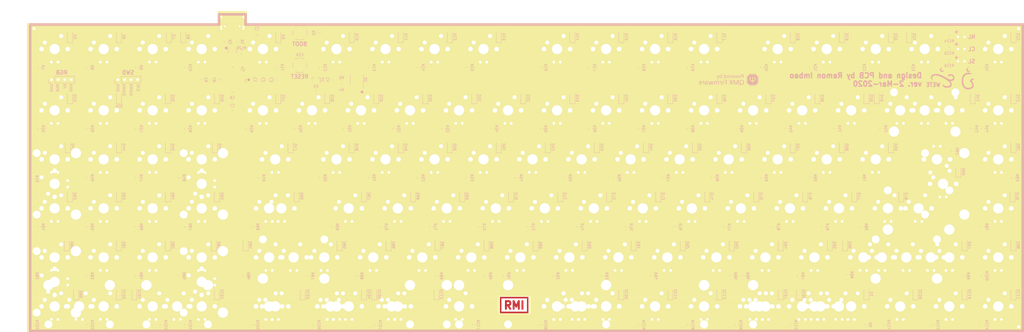
<source format=kicad_pcb>
(kicad_pcb (version 20171130) (host pcbnew "(5.1.4)-1")
  (layers (0 F.Cu signal) (31 B.Cu signal) (34 B.Paste user) (35 F.Paste user) (36 B.SilkS user) (37 F.SilkS user hide) (38 B.Mask user) (39 F.Mask user) (44 Edge.Cuts user))
  (net 0 "")
  (net 1 GND)
  (net 2 +3V3)
  (net 3 +5V)
  (net 4 NRST)
  (net 5 "Net-(D5-Pad2)")
  (net 6 "Net-(D6-Pad2)")
  (net 7 "Net-(D7-Pad2)")
  (net 8 "Net-(D8-Pad2)")
  (net 9 "Net-(D9-Pad2)")
  (net 10 "Net-(D10-Pad2)")
  (net 11 "Net-(D11-Pad2)")
  (net 12 "Net-(D12-Pad2)")
  (net 13 "Net-(D13-Pad2)")
  (net 14 "Net-(D14-Pad2)")
  (net 15 "Net-(D15-Pad2)")
  (net 16 "Net-(D16-Pad2)")
  (net 17 "Net-(D17-Pad2)")
  (net 18 "Net-(D18-Pad2)")
  (net 19 "Net-(D19-Pad2)")
  (net 20 "Net-(D20-Pad2)")
  (net 21 "Net-(D21-Pad2)")
  (net 22 "Net-(D22-Pad2)")
  (net 23 "Net-(D23-Pad2)")
  (net 24 "Net-(D24-Pad2)")
  (net 25 "Net-(D25-Pad2)")
  (net 26 "Net-(D26-Pad2)")
  (net 27 "Net-(D27-Pad2)")
  (net 28 "Net-(D28-Pad2)")
  (net 29 "Net-(D29-Pad2)")
  (net 30 "Net-(D30-Pad2)")
  (net 31 "Net-(D31-Pad2)")
  (net 32 "Net-(D32-Pad2)")
  (net 33 "Net-(D33-Pad2)")
  (net 34 "Net-(D34-Pad2)")
  (net 35 "Net-(D35-Pad2)")
  (net 36 "Net-(D36-Pad2)")
  (net 37 "Net-(D37-Pad2)")
  (net 38 "Net-(D38-Pad2)")
  (net 39 "Net-(D39-Pad2)")
  (net 40 "Net-(D40-Pad2)")
  (net 41 "Net-(D41-Pad2)")
  (net 42 "Net-(D42-Pad2)")
  (net 43 "Net-(D43-Pad2)")
  (net 44 "Net-(D44-Pad2)")
  (net 45 "Net-(D45-Pad2)")
  (net 46 "Net-(D46-Pad2)")
  (net 47 "Net-(D47-Pad2)")
  (net 48 "Net-(D48-Pad2)")
  (net 49 "Net-(D49-Pad2)")
  (net 50 "Net-(D50-Pad2)")
  (net 51 "Net-(D51-Pad2)")
  (net 52 "Net-(D52-Pad2)")
  (net 53 "Net-(D53-Pad2)")
  (net 54 "Net-(D54-Pad2)")
  (net 55 "Net-(D55-Pad2)")
  (net 56 "Net-(D56-Pad2)")
  (net 57 "Net-(D57-Pad2)")
  (net 58 "Net-(D58-Pad2)")
  (net 59 "Net-(D59-Pad2)")
  (net 60 "Net-(D60-Pad2)")
  (net 61 "Net-(D61-Pad2)")
  (net 62 "Net-(D62-Pad2)")
  (net 63 "Net-(D63-Pad2)")
  (net 64 "Net-(D64-Pad2)")
  (net 65 "Net-(D65-Pad2)")
  (net 66 "Net-(D66-Pad2)")
  (net 67 "Net-(D67-Pad2)")
  (net 68 "Net-(D68-Pad2)")
  (net 69 "Net-(D69-Pad2)")
  (net 70 "Net-(D70-Pad2)")
  (net 71 "Net-(D71-Pad2)")
  (net 72 "Net-(D72-Pad2)")
  (net 73 "Net-(D73-Pad2)")
  (net 74 "Net-(D74-Pad2)")
  (net 75 "Net-(D75-Pad2)")
  (net 76 "Net-(D76-Pad2)")
  (net 77 "Net-(D77-Pad2)")
  (net 78 "Net-(D78-Pad2)")
  (net 79 "Net-(D79-Pad2)")
  (net 80 "Net-(D80-Pad2)")
  (net 81 "Net-(D81-Pad2)")
  (net 82 "Net-(D82-Pad2)")
  (net 83 "Net-(D83-Pad2)")
  (net 84 "Net-(D84-Pad2)")
  (net 85 "Net-(D85-Pad2)")
  (net 86 "Net-(D86-Pad2)")
  (net 87 "Net-(D87-Pad2)")
  (net 88 "Net-(D88-Pad2)")
  (net 89 "Net-(D89-Pad2)")
  (net 90 "Net-(D90-Pad2)")
  (net 91 "Net-(D91-Pad2)")
  (net 92 "Net-(D92-Pad2)")
  (net 93 "Net-(D93-Pad2)")
  (net 94 "Net-(D94-Pad2)")
  (net 95 "Net-(D95-Pad2)")
  (net 96 "Net-(D96-Pad2)")
  (net 97 "Net-(D97-Pad2)")
  (net 98 "Net-(D98-Pad2)")
  (net 99 "Net-(D99-Pad2)")
  (net 100 "Net-(D100-Pad2)")
  (net 101 "Net-(D101-Pad2)")
  (net 102 "Net-(D102-Pad2)")
  (net 103 "Net-(D103-Pad2)")
  (net 104 "Net-(D104-Pad2)")
  (net 105 "Net-(D105-Pad2)")
  (net 106 "Net-(D106-Pad2)")
  (net 107 "Net-(D107-Pad2)")
  (net 108 "Net-(D108-Pad2)")
  (net 109 "Net-(D109-Pad2)")
  (net 110 "Net-(D110-Pad2)")
  (net 111 "Net-(D111-Pad2)")
  (net 112 VCC)
  (net 113 "Net-(MX1-Pad3)")
  (net 114 "Net-(MX2-Pad3)")
  (net 115 "Net-(MX3-Pad3)")
  (net 116 "Net-(MX4-Pad3)")
  (net 117 "Net-(MX5-Pad3)")
  (net 118 "Net-(MX6-Pad3)")
  (net 119 "Net-(MX7-Pad3)")
  (net 120 "Net-(MX8-Pad3)")
  (net 121 "Net-(MX9-Pad3)")
  (net 122 "Net-(MX10-Pad3)")
  (net 123 "Net-(MX11-Pad3)")
  (net 124 "Net-(MX12-Pad3)")
  (net 125 "Net-(MX13-Pad3)")
  (net 126 "Net-(MX14-Pad3)")
  (net 127 "Net-(MX15-Pad3)")
  (net 128 "Net-(MX16-Pad3)")
  (net 129 "Net-(MX17-Pad3)")
  (net 130 "Net-(MX18-Pad3)")
  (net 131 "Net-(MX19-Pad3)")
  (net 132 "Net-(MX20-Pad3)")
  (net 133 "Net-(MX21-Pad3)")
  (net 134 "Net-(MX22-Pad3)")
  (net 135 "Net-(MX23-Pad3)")
  (net 136 "Net-(MX24-Pad3)")
  (net 137 "Net-(MX25-Pad3)")
  (net 138 "Net-(MX26-Pad3)")
  (net 139 "Net-(MX27-Pad3)")
  (net 140 "Net-(MX28-Pad3)")
  (net 141 "Net-(MX29-Pad3)")
  (net 142 "Net-(MX30-Pad3)")
  (net 143 "Net-(MX31-Pad3)")
  (net 144 "Net-(MX32-Pad3)")
  (net 145 "Net-(MX33-Pad3)")
  (net 146 "Net-(MX34-Pad3)")
  (net 147 "Net-(MX35-Pad3)")
  (net 148 "Net-(MX36-Pad3)")
  (net 149 "Net-(MX38-Pad3)")
  (net 150 "Net-(MX39-Pad3)")
  (net 151 "Net-(MX40-Pad3)")
  (net 152 "Net-(MX41-Pad3)")
  (net 153 "Net-(MX42-Pad3)")
  (net 154 "Net-(MX44-Pad3)")
  (net 155 "Net-(MX45-Pad3)")
  (net 156 "Net-(MX47-Pad3)")
  (net 157 "Net-(MX48-Pad3)")
  (net 158 "Net-(MX49-Pad3)")
  (net 159 "Net-(MX50-Pad3)")
  (net 160 "Net-(MX51-Pad3)")
  (net 161 "Net-(MX52-Pad3)")
  (net 162 "Net-(MX53-Pad3)")
  (net 163 "Net-(MX54-Pad3)")
  (net 164 "Net-(MX55-Pad3)")
  (net 165 "Net-(MX56-Pad3)")
  (net 166 "Net-(MX57-Pad3)")
  (net 167 "Net-(MX58-Pad3)")
  (net 168 "Net-(MX59-Pad3)")
  (net 169 "Net-(MX61-Pad3)")
  (net 170 "Net-(MX62-Pad3)")
  (net 171 "Net-(MX63-Pad3)")
  (net 172 "Net-(MX64-Pad3)")
  (net 173 "Net-(MX65-Pad3)")
  (net 174 "Net-(MX66-Pad3)")
  (net 175 "Net-(MX68-Pad3)")
  (net 176 "Net-(MX69-Pad3)")
  (net 177 "Net-(MX70-Pad3)")
  (net 178 "Net-(MX71-Pad3)")
  (net 179 "Net-(MX72-Pad3)")
  (net 180 "Net-(MX73-Pad3)")
  (net 181 "Net-(MX74-Pad3)")
  (net 182 "Net-(MX75-Pad3)")
  (net 183 "Net-(MX76-Pad3)")
  (net 184 "Net-(MX77-Pad3)")
  (net 185 "Net-(MX78-Pad3)")
  (net 186 "Net-(MX80-Pad3)")
  (net 187 "Net-(MX81-Pad3)")
  (net 188 "Net-(MX82-Pad3)")
  (net 189 "Net-(MX83-Pad3)")
  (net 190 "Net-(MX85-Pad3)")
  (net 191 "Net-(MX86-Pad3)")
  (net 192 "Net-(MX89-Pad3)")
  (net 193 "Net-(MX90-Pad3)")
  (net 194 "Net-(MX91-Pad3)")
  (net 195 "Net-(MX92-Pad3)")
  (net 196 "Net-(MX93-Pad3)")
  (net 197 "Net-(MX94-Pad3)")
  (net 198 "Net-(MX95-Pad3)")
  (net 199 "Net-(MX96-Pad3)")
  (net 200 "Net-(MX97-Pad3)")
  (net 201 "Net-(MX98-Pad3)")
  (net 202 "Net-(MX99-Pad3)")
  (net 203 "Net-(MX100-Pad3)")
  (net 204 "Net-(MX101-Pad3)")
  (net 205 "Net-(MX102-Pad3)")
  (net 206 "Net-(MX104-Pad3)")
  (net 207 "Net-(MX105-Pad3)")
  (net 208 "Net-(MX106-Pad3)")
  (net 209 "Net-(MX107-Pad3)")
  (net 210 "Net-(MX109-Pad3)")
  (net 211 "Net-(MX111-Pad3)")
  (net 212 "Net-(MX112-Pad3)")
  (net 213 "Net-(MX114-Pad3)")
  (net 214 "Net-(MX116-Pad3)")
  (net 215 "Net-(MX123-Pad3)")
  (net 216 "Net-(MX124-Pad3)")
  (net 217 "Net-(MX125-Pad3)")
  (net 218 "Net-(MX126-Pad3)")
  (net 219 MOS_D)
  (net 220 "Net-(Q1-Pad4)")
  (net 221 "Net-(R1-Pad2)")
  (net 222 BOOT0)
  (net 223 MOS_G)
  (net 224 "Net-(U2-Pad42)")
  (net 225 "Net-(U2-Pad41)")
  (net 226 SWDIO)
  (net 227 D+)
  (net 228 D-)
  (net 229 SWCLK)
  (net 230 "Net-(U2-Pad1)")
  (net 231 "Net-(USB1-Pad3)")
  (net 232 "Net-(USB1-Pad9)")
  (net 233 "Net-(MX103-Pad3)")
  (net 234 DBUS+)
  (net 235 DBUS-)
  (net 236 ROW0)
  (net 237 COL1)
  (net 238 COL2)
  (net 239 COL3)
  (net 240 COL0)
  (net 241 ROW1)
  (net 242 ROW2)
  (net 243 ROW3)
  (net 244 ROW4)
  (net 245 ROW5)
  (net 246 COL4)
  (net 247 COL5)
  (net 248 COL6)
  (net 249 COL7)
  (net 250 COL8)
  (net 251 COL9)
  (net 252 COL10)
  (net 253 COL11)
  (net 254 COL12)
  (net 255 COL18)
  (net 256 COL17)
  (net 257 COL16)
  (net 258 COL15)
  (net 259 COL14)
  (net 260 COL13)
  (net 261 "Net-(D1-Pad2)")
  (net 262 "Net-(MX129-Pad3)")
  (net 263 "Net-(D2-Pad2)")
  (net 264 NUMLOCK_LED)
  (net 265 "Net-(D3-Pad2)")
  (net 266 "Net-(D4-Pad2)")
  (net 267 SCROLLLOCK_LED)
  (net 268 CAPSLOCK_LED)
  (net 269 "Net-(D112-Pad2)")
  (net 270 "Net-(D113-Pad2)")
  (net 271 "Net-(MX134-Pad3)")
  (net 272 "Net-(MX136-Pad3)")
  (net 273 "Net-(D114-Pad2)")
  (net 274 "Net-(MX137-Pad3)")
  (net 275 COL19)
  (net 276 RGB_PIN)
  (module Connector_PinSocket_2.54mm:PinSocket_1x04_P2.54mm_Vertical (layer B.Cu) (at -1.190625 11.90625 270)
    (fp_text reference J2 hide)
    (fp_text value Conn_01x04)
    (pad 4 thru_hole rect (at 0 -7.62 270) (size 1.7 1.7) (drill 1) (layers *.Cu *.Mask) (net 1 GND))
    (pad 3 thru_hole oval (at 0 -5.08 270) (size 1.7 1.7) (drill 1) (layers *.Cu *.Mask) (net 3 +5V))
    (pad 2 thru_hole oval (at 0 -2.54 270) (size 1.7 1.7) (drill 1) (layers *.Cu *.Mask) (net 276 RGB_PIN))
    (pad 1 thru_hole rect (at 0 0 270) (size 1.7 1.7) (drill 1) (layers *.Cu *.Mask) (net 1 GND))
  )
  (module Mira:QMK_Powered (layer B.Cu) (at 261.9375 11.90625 180)
    (fp_text reference G*** hide)
    (fp_text value LOGO hide)
  )
  (module Mira:Wete_Baybayin (layer B.Cu) (at 348.853125 11.509375 180)
    (fp_text reference G*** hide)
    (fp_text value LOGO hide)
  )
  (module Ramon:Signature (layer F.Cu) (at 178.59375 99.615625)
    (fp_text reference REF** hide)
    (fp_text value Signature)
    (fp_poly (pts (xy 5.5 3) (xy -5.5 3) (xy -5.5 2.5) (xy 5.5 2.5)) (layer F.Cu) (width 0.1))
    (fp_poly (pts (xy 5.5 -2.75) (xy -5.5 -2.75) (xy -5.5 -3.25) (xy 5.5 -3.25)) (layer F.Cu) (width 0.1))
    (fp_poly (pts (xy 5.5 2.5) (xy 5 2.5) (xy 5 -2.75) (xy 5.5 -2.75)) (layer F.Cu) (width 0.1))
    (fp_poly (pts (xy -5 2.5) (xy -5.5 2.5) (xy -5.5 -2.75) (xy -5 -2.75)) (layer F.Cu) (width 0.1))
    (fp_text user RMI (at 0 0) (layer F.Cu) (effects (font (size 3 3) (thickness 0.75))))
  )
  (module Mira:JLCPCB_ToolingHole (layer F.Cu) (at 374.65 -7.9375)
    (fp_text reference T3 hide)
    (fp_text value ToolingHole)
    (pad 1 thru_hole circle (at 0 0) (size 1.3 1.3) (drill 1.152) (layers *.Cu *.Paste *.Mask))
  )
  (module Mira:JLCPCB_ToolingHole (layer F.Cu) (at 374.65 107.95)
    (fp_text reference T2 hide)
    (fp_text value ToolingHole)
    (pad 1 thru_hole circle (at 0 0) (size 1.3 1.3) (drill 1.152) (layers *.Cu *.Paste *.Mask))
  )
  (module Mira:JLCPCB_ToolingHole (layer F.Cu) (at -7.9375 -7.9375)
    (fp_text reference T1 hide)
    (fp_text value ToolingHole)
    (pad 1 thru_hole circle (at 0 0) (size 1.3 1.3) (drill 1.152) (layers *.Cu *.Paste *.Mask))
  )
  (module Mira:MXOnly-1U-FLIPPED-MillMax (layer F.Cu) (at 233.3625 100.0125)
    (fp_text reference MX137)
    (fp_text value MX-LED)
    (pad "" np_thru_hole circle (at 5.08 0 48.0996) (size 1.75 1.75) (drill 1.75) (layers *.Cu *.Mask))
    (pad "" np_thru_hole circle (at -5.08 0 48.0996) (size 1.75 1.75) (drill 1.75) (layers *.Cu *.Mask))
    (pad 4 thru_hole rect (at -1.27 5.08) (size 1.905 1.905) (drill 1.04) (layers *.Cu B.Mask) (net 219 MOS_D))
    (pad 3 thru_hole circle (at 1.27 5.08) (size 1.905 1.905) (drill 1.04) (layers *.Cu B.Mask) (net 274 "Net-(MX137-Pad3)"))
    (pad 1 thru_hole circle (at -3.81 -2.54) (size 2.25 2.25) (drill 1.54) (layers *.Cu B.Mask) (net 253 COL11))
    (pad "" np_thru_hole circle (at 0 0) (size 3.9878 3.9878) (drill 3.9878) (layers *.Cu *.Mask))
    (pad 2 thru_hole circle (at 2.54 -5.08) (size 2.25 2.25) (drill 1.54) (layers *.Cu B.Mask) (net 273 "Net-(D114-Pad2)"))
  )
  (module Resistor_SMD:R_0805_2012Metric (layer B.Cu) (at 72.628125 1.190625 180)
    (fp_text reference R120 (at 0 1.65) (layer B.SilkS) (effects (justify mirror)))
    (fp_text value 1.5K)
    (pad 2 smd roundrect (at 0.9375 0 180) (size 0.975 1.4) (layers B.Cu B.Paste B.Mask) (net 227 D+))
    (pad 1 smd roundrect (at -0.9375 0 180) (size 0.975 1.4) (layers B.Cu B.Paste B.Mask) (net 2 +3V3))
  )
  (module Mira:MXOnly-7U-ReversedStabilizers-MillMax (layer F.Cu) (at 214.3125 100.0125)
    (fp_text reference MX138)
    (fp_text value MX-LED)
    (pad "" np_thru_hole circle (at 57.15 -8.255) (size 3.9878 3.9878) (drill 3.9878) (layers *.Cu *.Mask))
    (pad "" np_thru_hole circle (at -57.15 -8.255) (size 3.9878 3.9878) (drill 3.9878) (layers *.Cu *.Mask))
    (pad "" np_thru_hole circle (at 57.15 6.985) (size 3.048 3.048) (drill 3.048) (layers *.Cu *.Mask))
    (pad "" np_thru_hole circle (at -57.15 6.985) (size 3.048 3.048) (drill 3.048) (layers *.Cu *.Mask))
    (pad "" np_thru_hole circle (at 5.08 0 48.0996) (size 1.75 1.75) (drill 1.75) (layers *.Cu *.Mask))
    (pad "" np_thru_hole circle (at -5.08 0 48.0996) (size 1.75 1.75) (drill 1.75) (layers *.Cu *.Mask))
    (pad 4 thru_hole rect (at 1.27 5.08) (size 1.905 1.905) (drill 1.04) (layers *.Cu B.Mask) (net 219 MOS_D))
    (pad 3 thru_hole circle (at -1.27 5.08) (size 1.905 1.905) (drill 1.04) (layers *.Cu B.Mask) (net 206 "Net-(MX104-Pad3)"))
    (pad 1 thru_hole circle (at -3.81 -2.54) (size 2.25 2.25) (drill 1.54) (layers *.Cu B.Mask) (net 252 COL10))
    (pad "" np_thru_hole circle (at 0 0) (size 3.9878 3.9878) (drill 3.9878) (layers *.Cu *.Mask))
    (pad 2 thru_hole circle (at 2.54 -5.08) (size 2.25 2.25) (drill 1.54) (layers *.Cu B.Mask) (net 106 "Net-(D106-Pad2)"))
  )
  (module Mira:MXOnly-1.5U-MillMax (layer F.Cu) (at 304.8 100.0125)
    (fp_text reference MX112)
    (fp_text value MX-LED)
    (pad "" np_thru_hole circle (at 5.08 0 48.0996) (size 1.75 1.75) (drill 1.75) (layers *.Cu *.Mask))
    (pad "" np_thru_hole circle (at -5.08 0 48.0996) (size 1.75 1.75) (drill 1.75) (layers *.Cu *.Mask))
    (pad 4 thru_hole rect (at 1.27 5.08) (size 1.905 1.905) (drill 1.04) (layers *.Cu B.Mask) (net 219 MOS_D))
    (pad 3 thru_hole circle (at -1.27 5.08) (size 1.905 1.905) (drill 1.04) (layers *.Cu B.Mask) (net 212 "Net-(MX112-Pad3)"))
    (pad 1 thru_hole circle (at -3.81 -2.54) (size 2.25 2.25) (drill 1.54) (layers *.Cu B.Mask) (net 258 COL15))
    (pad "" np_thru_hole circle (at 0 0) (size 3.9878 3.9878) (drill 3.9878) (layers *.Cu *.Mask))
    (pad 2 thru_hole circle (at 2.54 -5.08) (size 2.25 2.25) (drill 1.54) (layers *.Cu B.Mask) (net 261 "Net-(D1-Pad2)"))
  )
  (module Mira:MXOnly-1U-FLIPPED-MillMax (layer F.Cu) (at 295.275 100.0125)
    (fp_text reference MX139)
    (fp_text value MX-LED)
    (pad "" np_thru_hole circle (at 5.08 0 48.0996) (size 1.75 1.75) (drill 1.75) (layers *.Cu *.Mask))
    (pad "" np_thru_hole circle (at -5.08 0 48.0996) (size 1.75 1.75) (drill 1.75) (layers *.Cu *.Mask))
    (pad 4 thru_hole rect (at -1.27 5.08) (size 1.905 1.905) (drill 1.04) (layers *.Cu B.Mask) (net 219 MOS_D))
    (pad 3 thru_hole circle (at 1.27 5.08) (size 1.905 1.905) (drill 1.04) (layers *.Cu B.Mask) (net 212 "Net-(MX112-Pad3)"))
    (pad 1 thru_hole circle (at -3.81 -2.54) (size 2.25 2.25) (drill 1.54) (layers *.Cu B.Mask) (net 258 COL15))
    (pad "" np_thru_hole circle (at 0 0) (size 3.9878 3.9878) (drill 3.9878) (layers *.Cu *.Mask))
    (pad 2 thru_hole circle (at 2.54 -5.08) (size 2.25 2.25) (drill 1.54) (layers *.Cu B.Mask) (net 261 "Net-(D1-Pad2)"))
  )
  (module Mira:MXOnly-1U-MillMax (layer F.Cu) (at 252.4125 100.0125)
    (fp_text reference MX136)
    (fp_text value MX-LED)
    (pad "" np_thru_hole circle (at 5.08 0 48.0996) (size 1.75 1.75) (drill 1.75) (layers *.Cu *.Mask))
    (pad "" np_thru_hole circle (at -5.08 0 48.0996) (size 1.75 1.75) (drill 1.75) (layers *.Cu *.Mask))
    (pad 4 thru_hole rect (at 1.27 5.08) (size 1.905 1.905) (drill 1.04) (layers *.Cu B.Mask) (net 219 MOS_D))
    (pad 3 thru_hole circle (at -1.27 5.08) (size 1.905 1.905) (drill 1.04) (layers *.Cu B.Mask) (net 272 "Net-(MX136-Pad3)"))
    (pad 1 thru_hole circle (at -3.81 -2.54) (size 2.25 2.25) (drill 1.54) (layers *.Cu B.Mask) (net 254 COL12))
    (pad "" np_thru_hole circle (at 0 0) (size 3.9878 3.9878) (drill 3.9878) (layers *.Cu *.Mask))
    (pad 2 thru_hole circle (at 2.54 -5.08) (size 2.25 2.25) (drill 1.54) (layers *.Cu B.Mask) (net 270 "Net-(D113-Pad2)"))
  )
  (module Mira:MXOnly-3U-ReversedStabilizers-MillMax (layer F.Cu) (at 195.2625 100.0125)
    (fp_text reference MX135)
    (fp_text value MX-LED)
    (pad 2 thru_hole circle (at 2.54 -5.08) (size 2.25 2.25) (drill 1.54) (layers *.Cu B.Mask) (net 106 "Net-(D106-Pad2)"))
    (pad 1 thru_hole circle (at -3.81 -2.54 48.1) (size 2.25 2.25) (drill 1.54) (layers *.Cu B.Mask) (net 252 COL10))
    (pad "" np_thru_hole circle (at 0 0) (size 3.9878 3.9878) (drill 3.9878) (layers *.Cu *.Mask))
    (pad 3 thru_hole circle (at -1.27 5.08) (size 1.905 1.905) (drill 1.04) (layers *.Cu B.Mask) (net 206 "Net-(MX104-Pad3)"))
    (pad 4 thru_hole rect (at 1.27 5.08) (size 1.905 1.905) (drill 1.04) (layers *.Cu B.Mask) (net 219 MOS_D))
    (pad "" np_thru_hole circle (at -5.08 0 48.0996) (size 1.75 1.75) (drill 1.75) (layers *.Cu *.Mask))
    (pad "" np_thru_hole circle (at 5.08 0 48.0996) (size 1.75 1.75) (drill 1.75) (layers *.Cu *.Mask))
    (pad "" np_thru_hole circle (at -19.05 6.985) (size 3.048 3.048) (drill 3.048) (layers *.Cu *.Mask))
    (pad "" np_thru_hole circle (at 19.05 6.985) (size 3.048 3.048) (drill 3.048) (layers *.Cu *.Mask))
    (pad "" np_thru_hole circle (at -19.05 -8.255) (size 3.9878 3.9878) (drill 3.9878) (layers *.Cu *.Mask))
    (pad "" np_thru_hole circle (at 19.05 -8.255) (size 3.9878 3.9878) (drill 3.9878) (layers *.Cu *.Mask))
  )
  (module Mira:MXOnly-1U-FLIPPED-MillMax (layer F.Cu) (at 157.1625 100.0125)
    (fp_text reference MX134)
    (fp_text value MX-LED)
    (pad "" np_thru_hole circle (at 5.08 0 48.0996) (size 1.75 1.75) (drill 1.75) (layers *.Cu *.Mask))
    (pad "" np_thru_hole circle (at -5.08 0 48.0996) (size 1.75 1.75) (drill 1.75) (layers *.Cu *.Mask))
    (pad 4 thru_hole rect (at -1.27 5.08) (size 1.905 1.905) (drill 1.04) (layers *.Cu B.Mask) (net 219 MOS_D))
    (pad 3 thru_hole circle (at 1.27 5.08) (size 1.905 1.905) (drill 1.04) (layers *.Cu B.Mask) (net 271 "Net-(MX134-Pad3)"))
    (pad 1 thru_hole circle (at -3.81 -2.54) (size 2.25 2.25) (drill 1.54) (layers *.Cu B.Mask) (net 249 COL7))
    (pad "" np_thru_hole circle (at 0 0) (size 3.9878 3.9878) (drill 3.9878) (layers *.Cu *.Mask))
    (pad 2 thru_hole circle (at 2.54 -5.08) (size 2.25 2.25) (drill 1.54) (layers *.Cu B.Mask) (net 269 "Net-(D112-Pad2)"))
  )
  (module Mira:MXOnly-1.75U-MillMax (layer F.Cu) (at 340.51875 80.9625)
    (fp_text reference MX133)
    (fp_text value MX-LED)
    (pad "" np_thru_hole circle (at 5.08 0 48.0996) (size 1.75 1.75) (drill 1.75) (layers *.Cu *.Mask))
    (pad "" np_thru_hole circle (at -5.08 0 48.0996) (size 1.75 1.75) (drill 1.75) (layers *.Cu *.Mask))
    (pad 4 thru_hole rect (at 1.27 5.08) (size 1.905 1.905) (drill 1.04) (layers *.Cu B.Mask) (net 219 MOS_D))
    (pad 3 thru_hole circle (at -1.27 5.08) (size 1.905 1.905) (drill 1.04) (layers *.Cu B.Mask) (net 204 "Net-(MX101-Pad3)"))
    (pad 1 thru_hole circle (at -3.81 -2.54) (size 2.25 2.25) (drill 1.54) (layers *.Cu B.Mask) (net 255 COL18))
    (pad "" np_thru_hole circle (at 0 0) (size 3.9878 3.9878) (drill 3.9878) (layers *.Cu *.Mask))
    (pad 2 thru_hole circle (at 2.54 -5.08) (size 2.25 2.25) (drill 1.54) (layers *.Cu B.Mask) (net 97 "Net-(D97-Pad2)"))
  )
  (module Mira:MXOnly-1U-MillMax (layer F.Cu) (at 314.325 80.9625)
    (fp_text reference MX132)
    (fp_text value MX-LED)
    (pad "" np_thru_hole circle (at 5.08 0 48.0996) (size 1.75 1.75) (drill 1.75) (layers *.Cu *.Mask))
    (pad "" np_thru_hole circle (at -5.08 0 48.0996) (size 1.75 1.75) (drill 1.75) (layers *.Cu *.Mask))
    (pad 4 thru_hole rect (at 1.27 5.08) (size 1.905 1.905) (drill 1.04) (layers *.Cu B.Mask) (net 219 MOS_D))
    (pad 3 thru_hole circle (at -1.27 5.08) (size 1.905 1.905) (drill 1.04) (layers *.Cu B.Mask) (net 203 "Net-(MX100-Pad3)"))
    (pad 1 thru_hole circle (at -3.81 -2.54) (size 2.25 2.25) (drill 1.54) (layers *.Cu B.Mask) (net 256 COL17))
    (pad "" np_thru_hole circle (at 0 0) (size 3.9878 3.9878) (drill 3.9878) (layers *.Cu *.Mask))
    (pad 2 thru_hole circle (at 2.54 -5.08) (size 2.25 2.25) (drill 1.54) (layers *.Cu B.Mask) (net 96 "Net-(D96-Pad2)"))
  )
  (module Mira:MXOnly-1U-FLIPPED-MillMax (layer F.Cu) (at 271.4625 100.0125)
    (fp_text reference MX131)
    (fp_text value MX-LED)
    (pad "" np_thru_hole circle (at 5.08 0 48.0996) (size 1.75 1.75) (drill 1.75) (layers *.Cu *.Mask))
    (pad "" np_thru_hole circle (at -5.08 0 48.0996) (size 1.75 1.75) (drill 1.75) (layers *.Cu *.Mask))
    (pad 4 thru_hole rect (at -1.27 5.08) (size 1.905 1.905) (drill 1.04) (layers *.Cu B.Mask) (net 219 MOS_D))
    (pad 3 thru_hole circle (at 1.27 5.08) (size 1.905 1.905) (drill 1.04) (layers *.Cu B.Mask) (net 211 "Net-(MX111-Pad3)"))
    (pad 1 thru_hole circle (at -3.81 -2.54) (size 2.25 2.25) (drill 1.54) (layers *.Cu B.Mask) (net 260 COL13))
    (pad "" np_thru_hole circle (at 0 0) (size 3.9878 3.9878) (drill 3.9878) (layers *.Cu *.Mask))
    (pad 2 thru_hole circle (at 2.54 -5.08) (size 2.25 2.25) (drill 1.54) (layers *.Cu B.Mask) (net 107 "Net-(D107-Pad2)"))
  )
  (module Mira:MXOnly-1U-FLIPPED-MillMax (layer F.Cu) (at 309.5625 100.0125)
    (fp_text reference MX130)
    (fp_text value MX-LED)
    (pad "" np_thru_hole circle (at 5.08 0 48.0996) (size 1.75 1.75) (drill 1.75) (layers *.Cu *.Mask))
    (pad "" np_thru_hole circle (at -5.08 0 48.0996) (size 1.75 1.75) (drill 1.75) (layers *.Cu *.Mask))
    (pad 4 thru_hole rect (at -1.27 5.08) (size 1.905 1.905) (drill 1.04) (layers *.Cu B.Mask) (net 219 MOS_D))
    (pad 3 thru_hole circle (at 1.27 5.08) (size 1.905 1.905) (drill 1.04) (layers *.Cu B.Mask) (net 212 "Net-(MX112-Pad3)"))
    (pad 1 thru_hole circle (at -3.81 -2.54) (size 2.25 2.25) (drill 1.54) (layers *.Cu B.Mask) (net 258 COL15))
    (pad "" np_thru_hole circle (at 0 0) (size 3.9878 3.9878) (drill 3.9878) (layers *.Cu *.Mask))
    (pad 2 thru_hole circle (at 2.54 -5.08) (size 2.25 2.25) (drill 1.54) (layers *.Cu B.Mask) (net 261 "Net-(D1-Pad2)"))
  )
  (module Mira:MXOnly-1U-MillMax (layer F.Cu) (at 290.5125 100.0125)
    (fp_text reference MX129)
    (fp_text value MX-LED)
    (pad "" np_thru_hole circle (at 5.08 0 48.0996) (size 1.75 1.75) (drill 1.75) (layers *.Cu *.Mask))
    (pad "" np_thru_hole circle (at -5.08 0 48.0996) (size 1.75 1.75) (drill 1.75) (layers *.Cu *.Mask))
    (pad 4 thru_hole rect (at 1.27 5.08) (size 1.905 1.905) (drill 1.04) (layers *.Cu B.Mask) (net 219 MOS_D))
    (pad 3 thru_hole circle (at -1.27 5.08) (size 1.905 1.905) (drill 1.04) (layers *.Cu B.Mask) (net 262 "Net-(MX129-Pad3)"))
    (pad 1 thru_hole circle (at -3.81 -2.54) (size 2.25 2.25) (drill 1.54) (layers *.Cu B.Mask) (net 259 COL14))
    (pad "" np_thru_hole circle (at 0 0) (size 3.9878 3.9878) (drill 3.9878) (layers *.Cu *.Mask))
    (pad 2 thru_hole circle (at 2.54 -5.08) (size 2.25 2.25) (drill 1.54) (layers *.Cu B.Mask) (net 108 "Net-(D108-Pad2)"))
  )
  (module Mira:MXOnly-2.75U-MillMax (layer F.Cu) (at 330.99375 80.9625)
    (fp_text reference MX128)
    (fp_text value MX-LED)
    (pad "" np_thru_hole circle (at 11.938 8.255) (size 3.9878 3.9878) (drill 3.9878) (layers *.Cu *.Mask))
    (pad "" np_thru_hole circle (at -11.938 8.255) (size 3.9878 3.9878) (drill 3.9878) (layers *.Cu *.Mask))
    (pad "" np_thru_hole circle (at 11.938 -6.985) (size 3.048 3.048) (drill 3.048) (layers *.Cu *.Mask))
    (pad "" np_thru_hole circle (at -11.938 -6.985) (size 3.048 3.048) (drill 3.048) (layers *.Cu *.Mask))
    (pad "" np_thru_hole circle (at 5.08 0 48.0996) (size 1.75 1.75) (drill 1.75) (layers *.Cu *.Mask))
    (pad "" np_thru_hole circle (at -5.08 0 48.0996) (size 1.75 1.75) (drill 1.75) (layers *.Cu *.Mask))
    (pad 4 thru_hole rect (at 1.27 5.08) (size 1.905 1.905) (drill 1.04) (layers *.Cu B.Mask) (net 219 MOS_D))
    (pad 3 thru_hole circle (at -1.27 5.08) (size 1.905 1.905) (drill 1.04) (layers *.Cu B.Mask) (net 203 "Net-(MX100-Pad3)"))
    (pad 1 thru_hole circle (at -3.81 -2.54) (size 2.25 2.25) (drill 1.54) (layers *.Cu B.Mask) (net 256 COL17))
    (pad "" np_thru_hole circle (at 0 0) (size 3.9878 3.9878) (drill 3.9878) (layers *.Cu *.Mask))
    (pad 2 thru_hole circle (at 2.54 -5.08) (size 2.25 2.25) (drill 1.54) (layers *.Cu B.Mask) (net 96 "Net-(D96-Pad2)"))
  )
  (module Mira:MXOnly-6U-Centered-FLIPPED-ReversedStabilizers-MillMax (layer F.Cu) (at 204.7875 100.0125)
    (fp_text reference MX127)
    (fp_text value MX-LED)
    (pad "" np_thru_hole circle (at 47.625 -8.255) (size 3.9878 3.9878) (drill 3.9878) (layers *.Cu *.Mask))
    (pad "" np_thru_hole circle (at -47.625 -8.255) (size 3.9878 3.9878) (drill 3.9878) (layers *.Cu *.Mask))
    (pad "" np_thru_hole circle (at 47.625 6.985) (size 3.048 3.048) (drill 3.048) (layers *.Cu *.Mask))
    (pad "" np_thru_hole circle (at -47.625 6.985) (size 3.048 3.048) (drill 3.048) (layers *.Cu *.Mask))
    (pad "" np_thru_hole circle (at 5.08 0 48.0996) (size 1.75 1.75) (drill 1.75) (layers *.Cu *.Mask))
    (pad "" np_thru_hole circle (at -5.08 0 48.0996) (size 1.75 1.75) (drill 1.75) (layers *.Cu *.Mask))
    (pad 4 thru_hole rect (at -1.27 5.08) (size 1.905 1.905) (drill 1.04) (layers *.Cu B.Mask) (net 219 MOS_D))
    (pad 3 thru_hole circle (at 1.27 5.08) (size 1.905 1.905) (drill 1.04) (layers *.Cu B.Mask) (net 206 "Net-(MX104-Pad3)"))
    (pad 1 thru_hole circle (at -3.81 -2.54) (size 2.25 2.25) (drill 1.54) (layers *.Cu B.Mask) (net 252 COL10))
    (pad "" np_thru_hole circle (at 0 0) (size 3.9878 3.9878) (drill 3.9878) (layers *.Cu *.Mask))
    (pad 2 thru_hole circle (at 2.54 -5.08) (size 2.25 2.25) (drill 1.54) (layers *.Cu B.Mask) (net 106 "Net-(D106-Pad2)"))
  )
  (module Mira:MXOnly-1U-MillMax (layer F.Cu) (at 323.85 61.9125)
    (fp_text reference MX126)
    (fp_text value MX-LED)
    (pad "" np_thru_hole circle (at 5.08 0 48.0996) (size 1.75 1.75) (drill 1.75) (layers *.Cu *.Mask))
    (pad "" np_thru_hole circle (at -5.08 0 48.0996) (size 1.75 1.75) (drill 1.75) (layers *.Cu *.Mask))
    (pad 4 thru_hole rect (at 1.27 5.08) (size 1.905 1.905) (drill 1.04) (layers *.Cu B.Mask) (net 219 MOS_D))
    (pad 3 thru_hole circle (at -1.27 5.08) (size 1.905 1.905) (drill 1.04) (layers *.Cu B.Mask) (net 218 "Net-(MX126-Pad3)"))
    (pad 1 thru_hole circle (at -3.81 -2.54) (size 2.25 2.25) (drill 1.54) (layers *.Cu B.Mask) (net 255 COL18))
    (pad "" np_thru_hole circle (at 0 0) (size 3.9878 3.9878) (drill 3.9878) (layers *.Cu *.Mask))
    (pad 2 thru_hole circle (at 2.54 -5.08) (size 2.25 2.25) (drill 1.54) (layers *.Cu B.Mask) (net 78 "Net-(D78-Pad2)"))
  )
  (module Mira:MXOnly-1U-MillMax (layer F.Cu) (at 366.7125 100.0125)
    (fp_text reference MX125)
    (fp_text value MX-LED)
    (pad "" np_thru_hole circle (at 5.08 0 48.0996) (size 1.75 1.75) (drill 1.75) (layers *.Cu *.Mask))
    (pad "" np_thru_hole circle (at -5.08 0 48.0996) (size 1.75 1.75) (drill 1.75) (layers *.Cu *.Mask))
    (pad 4 thru_hole rect (at 1.27 5.08) (size 1.905 1.905) (drill 1.04) (layers *.Cu B.Mask) (net 219 MOS_D))
    (pad 3 thru_hole circle (at -1.27 5.08) (size 1.905 1.905) (drill 1.04) (layers *.Cu B.Mask) (net 217 "Net-(MX125-Pad3)"))
    (pad 1 thru_hole circle (at -3.81 -2.54) (size 2.25 2.25) (drill 1.54) (layers *.Cu B.Mask) (net 275 COL19))
    (pad "" np_thru_hole circle (at 0 0) (size 3.9878 3.9878) (drill 3.9878) (layers *.Cu *.Mask))
    (pad 2 thru_hole circle (at 2.54 -5.08) (size 2.25 2.25) (drill 1.54) (layers *.Cu B.Mask) (net 111 "Net-(D111-Pad2)"))
  )
  (module Mira:MXOnly-1U-MillMax (layer F.Cu) (at 347.6625 100.0125)
    (fp_text reference MX124)
    (fp_text value MX-LED)
    (pad "" np_thru_hole circle (at 5.08 0 48.0996) (size 1.75 1.75) (drill 1.75) (layers *.Cu *.Mask))
    (pad "" np_thru_hole circle (at -5.08 0 48.0996) (size 1.75 1.75) (drill 1.75) (layers *.Cu *.Mask))
    (pad 4 thru_hole rect (at 1.27 5.08) (size 1.905 1.905) (drill 1.04) (layers *.Cu B.Mask) (net 219 MOS_D))
    (pad 3 thru_hole circle (at -1.27 5.08) (size 1.905 1.905) (drill 1.04) (layers *.Cu B.Mask) (net 216 "Net-(MX124-Pad3)"))
    (pad 1 thru_hole circle (at -3.81 -2.54) (size 2.25 2.25) (drill 1.54) (layers *.Cu B.Mask) (net 255 COL18))
    (pad "" np_thru_hole circle (at 0 0) (size 3.9878 3.9878) (drill 3.9878) (layers *.Cu *.Mask))
    (pad 2 thru_hole circle (at 2.54 -5.08) (size 2.25 2.25) (drill 1.54) (layers *.Cu B.Mask) (net 110 "Net-(D110-Pad2)"))
  )
  (module Mira:MXOnly-1U-MillMax (layer F.Cu) (at 328.6125 100.0125)
    (fp_text reference MX123)
    (fp_text value MX-LED)
    (pad "" np_thru_hole circle (at 5.08 0 48.0996) (size 1.75 1.75) (drill 1.75) (layers *.Cu *.Mask))
    (pad "" np_thru_hole circle (at -5.08 0 48.0996) (size 1.75 1.75) (drill 1.75) (layers *.Cu *.Mask))
    (pad 4 thru_hole rect (at 1.27 5.08) (size 1.905 1.905) (drill 1.04) (layers *.Cu B.Mask) (net 219 MOS_D))
    (pad 3 thru_hole circle (at -1.27 5.08) (size 1.905 1.905) (drill 1.04) (layers *.Cu B.Mask) (net 215 "Net-(MX123-Pad3)"))
    (pad 1 thru_hole circle (at -3.81 -2.54) (size 2.25 2.25) (drill 1.54) (layers *.Cu B.Mask) (net 256 COL17))
    (pad "" np_thru_hole circle (at 0 0) (size 3.9878 3.9878) (drill 3.9878) (layers *.Cu *.Mask))
    (pad 2 thru_hole circle (at 2.54 -5.08) (size 2.25 2.25) (drill 1.54) (layers *.Cu B.Mask) (net 109 "Net-(D109-Pad2)"))
  )
  (module Mira:MXOnly-1.25U-MillMax (layer F.Cu) (at 297.65625 100.0125)
    (fp_text reference MX122)
    (fp_text value MX-LED)
    (pad "" np_thru_hole circle (at 5.08 0 48.0996) (size 1.75 1.75) (drill 1.75) (layers *.Cu *.Mask))
    (pad "" np_thru_hole circle (at -5.08 0 48.0996) (size 1.75 1.75) (drill 1.75) (layers *.Cu *.Mask))
    (pad 4 thru_hole rect (at 1.27 5.08) (size 1.905 1.905) (drill 1.04) (layers *.Cu B.Mask) (net 219 MOS_D))
    (pad 3 thru_hole circle (at -1.27 5.08) (size 1.905 1.905) (drill 1.04) (layers *.Cu B.Mask) (net 212 "Net-(MX112-Pad3)"))
    (pad 1 thru_hole circle (at -3.81 -2.54) (size 2.25 2.25) (drill 1.54) (layers *.Cu B.Mask) (net 258 COL15))
    (pad "" np_thru_hole circle (at 0 0) (size 3.9878 3.9878) (drill 3.9878) (layers *.Cu *.Mask))
    (pad 2 thru_hole circle (at 2.54 -5.08) (size 2.25 2.25) (drill 1.54) (layers *.Cu B.Mask) (net 261 "Net-(D1-Pad2)"))
  )
  (module Mira:MXOnly-1.25U-MillMax (layer F.Cu) (at 273.84375 100.0125)
    (fp_text reference MX121)
    (fp_text value MX-LED)
    (pad "" np_thru_hole circle (at 5.08 0 48.0996) (size 1.75 1.75) (drill 1.75) (layers *.Cu *.Mask))
    (pad "" np_thru_hole circle (at -5.08 0 48.0996) (size 1.75 1.75) (drill 1.75) (layers *.Cu *.Mask))
    (pad 4 thru_hole rect (at 1.27 5.08) (size 1.905 1.905) (drill 1.04) (layers *.Cu B.Mask) (net 219 MOS_D))
    (pad 3 thru_hole circle (at -1.27 5.08) (size 1.905 1.905) (drill 1.04) (layers *.Cu B.Mask) (net 211 "Net-(MX111-Pad3)"))
    (pad 1 thru_hole circle (at -3.81 -2.54) (size 2.25 2.25) (drill 1.54) (layers *.Cu B.Mask) (net 260 COL13))
    (pad "" np_thru_hole circle (at 0 0) (size 3.9878 3.9878) (drill 3.9878) (layers *.Cu *.Mask))
    (pad 2 thru_hole circle (at 2.54 -5.08) (size 2.25 2.25) (drill 1.54) (layers *.Cu B.Mask) (net 107 "Net-(D107-Pad2)"))
  )
  (module Mira:MXOnly-6.25U-ReversedStabilizers-MillMax (layer F.Cu) (at 202.40625 100.0125)
    (fp_text reference MX120)
    (fp_text value MX-LED)
    (pad "" np_thru_hole circle (at 49.9999 -8.255) (size 3.9878 3.9878) (drill 3.9878) (layers *.Cu *.Mask))
    (pad "" np_thru_hole circle (at -49.9999 -8.255) (size 3.9878 3.9878) (drill 3.9878) (layers *.Cu *.Mask))
    (pad "" np_thru_hole circle (at 49.9999 6.985) (size 3.048 3.048) (drill 3.048) (layers *.Cu *.Mask))
    (pad "" np_thru_hole circle (at -49.9999 6.985) (size 3.048 3.048) (drill 3.048) (layers *.Cu *.Mask))
    (pad "" np_thru_hole circle (at 5.08 0 48.0996) (size 1.75 1.75) (drill 1.75) (layers *.Cu *.Mask))
    (pad "" np_thru_hole circle (at -5.08 0 48.0996) (size 1.75 1.75) (drill 1.75) (layers *.Cu *.Mask))
    (pad 4 thru_hole rect (at 1.27 5.08) (size 1.905 1.905) (drill 1.04) (layers *.Cu B.Mask) (net 219 MOS_D))
    (pad 3 thru_hole circle (at -1.27 5.08) (size 1.905 1.905) (drill 1.04) (layers *.Cu B.Mask) (net 206 "Net-(MX104-Pad3)"))
    (pad 1 thru_hole circle (at -3.81 -2.54) (size 2.25 2.25) (drill 1.54) (layers *.Cu B.Mask) (net 252 COL10))
    (pad "" np_thru_hole circle (at 0 0) (size 3.9878 3.9878) (drill 3.9878) (layers *.Cu *.Mask))
    (pad 2 thru_hole circle (at 2.54 -5.08) (size 2.25 2.25) (drill 1.54) (layers *.Cu B.Mask) (net 106 "Net-(D106-Pad2)"))
  )
  (module Mira:MXOnly-1.25U-MillMax (layer F.Cu) (at 130.96875 100.0125)
    (fp_text reference MX119)
    (fp_text value MX-LED)
    (pad "" np_thru_hole circle (at 5.08 0 48.0996) (size 1.75 1.75) (drill 1.75) (layers *.Cu *.Mask))
    (pad "" np_thru_hole circle (at -5.08 0 48.0996) (size 1.75 1.75) (drill 1.75) (layers *.Cu *.Mask))
    (pad 4 thru_hole rect (at 1.27 5.08) (size 1.905 1.905) (drill 1.04) (layers *.Cu B.Mask) (net 219 MOS_D))
    (pad 3 thru_hole circle (at -1.27 5.08) (size 1.905 1.905) (drill 1.04) (layers *.Cu B.Mask) (net 210 "Net-(MX109-Pad3)"))
    (pad 1 thru_hole circle (at -3.81 -2.54) (size 2.25 2.25) (drill 1.54) (layers *.Cu B.Mask) (net 248 COL6))
    (pad "" np_thru_hole circle (at 0 0) (size 3.9878 3.9878) (drill 3.9878) (layers *.Cu *.Mask))
    (pad 2 thru_hole circle (at 2.54 -5.08) (size 2.25 2.25) (drill 1.54) (layers *.Cu B.Mask) (net 105 "Net-(D105-Pad2)"))
  )
  (module Mira:MXOnly-1.25U-MillMax (layer F.Cu) (at 107.15625 100.0125)
    (fp_text reference MX118)
    (fp_text value MX-LED)
    (pad "" np_thru_hole circle (at 5.08 0 48.0996) (size 1.75 1.75) (drill 1.75) (layers *.Cu *.Mask))
    (pad "" np_thru_hole circle (at -5.08 0 48.0996) (size 1.75 1.75) (drill 1.75) (layers *.Cu *.Mask))
    (pad 4 thru_hole rect (at 1.27 5.08) (size 1.905 1.905) (drill 1.04) (layers *.Cu B.Mask) (net 219 MOS_D))
    (pad 3 thru_hole circle (at -1.27 5.08) (size 1.905 1.905) (drill 1.04) (layers *.Cu B.Mask) (net 233 "Net-(MX103-Pad3)"))
    (pad 1 thru_hole circle (at -3.81 -2.54) (size 2.25 2.25) (drill 1.54) (layers *.Cu B.Mask) (net 247 COL5))
    (pad "" np_thru_hole circle (at 0 0) (size 3.9878 3.9878) (drill 3.9878) (layers *.Cu *.Mask))
    (pad 2 thru_hole circle (at 2.54 -5.08) (size 2.25 2.25) (drill 1.54) (layers *.Cu B.Mask) (net 104 "Net-(D104-Pad2)"))
  )
  (module Mira:MXOnly-1.25U-MillMax (layer F.Cu) (at 83.34375 100.0125)
    (fp_text reference MX117)
    (fp_text value MX-LED)
    (pad "" np_thru_hole circle (at 5.08 0 48.0996) (size 1.75 1.75) (drill 1.75) (layers *.Cu *.Mask))
    (pad "" np_thru_hole circle (at -5.08 0 48.0996) (size 1.75 1.75) (drill 1.75) (layers *.Cu *.Mask))
    (pad 4 thru_hole rect (at 1.27 5.08) (size 1.905 1.905) (drill 1.04) (layers *.Cu B.Mask) (net 219 MOS_D))
    (pad 3 thru_hole circle (at -1.27 5.08) (size 1.905 1.905) (drill 1.04) (layers *.Cu B.Mask) (net 209 "Net-(MX107-Pad3)"))
    (pad 1 thru_hole circle (at -3.81 -2.54) (size 2.25 2.25) (drill 1.54) (layers *.Cu B.Mask) (net 246 COL4))
    (pad "" np_thru_hole circle (at 0 0) (size 3.9878 3.9878) (drill 3.9878) (layers *.Cu *.Mask))
    (pad 2 thru_hole circle (at 2.54 -5.08) (size 2.25 2.25) (drill 1.54) (layers *.Cu B.Mask) (net 103 "Net-(D103-Pad2)"))
  )
  (module Mira:MXOnly-1U-MillMax (layer F.Cu) (at 57.15 100.0125)
    (fp_text reference MX116)
    (fp_text value MX-LED)
    (pad "" np_thru_hole circle (at 5.08 0 48.0996) (size 1.75 1.75) (drill 1.75) (layers *.Cu *.Mask))
    (pad "" np_thru_hole circle (at -5.08 0 48.0996) (size 1.75 1.75) (drill 1.75) (layers *.Cu *.Mask))
    (pad 4 thru_hole rect (at 1.27 5.08) (size 1.905 1.905) (drill 1.04) (layers *.Cu B.Mask) (net 219 MOS_D))
    (pad 3 thru_hole circle (at -1.27 5.08) (size 1.905 1.905) (drill 1.04) (layers *.Cu B.Mask) (net 214 "Net-(MX116-Pad3)"))
    (pad 1 thru_hole circle (at -3.81 -2.54) (size 2.25 2.25) (drill 1.54) (layers *.Cu B.Mask) (net 239 COL3))
    (pad "" np_thru_hole circle (at 0 0) (size 3.9878 3.9878) (drill 3.9878) (layers *.Cu *.Mask))
    (pad 2 thru_hole circle (at 2.54 -5.08) (size 2.25 2.25) (drill 1.54) (layers *.Cu B.Mask) (net 102 "Net-(D102-Pad2)"))
  )
  (module Mira:MXOnly-1U-MillMax (layer F.Cu) (at 38.1 100.0125)
    (fp_text reference MX115)
    (fp_text value MX-LED)
    (pad "" np_thru_hole circle (at 5.08 0 48.0996) (size 1.75 1.75) (drill 1.75) (layers *.Cu *.Mask))
    (pad "" np_thru_hole circle (at -5.08 0 48.0996) (size 1.75 1.75) (drill 1.75) (layers *.Cu *.Mask))
    (pad 4 thru_hole rect (at 1.27 5.08) (size 1.905 1.905) (drill 1.04) (layers *.Cu B.Mask) (net 219 MOS_D))
    (pad 3 thru_hole circle (at -1.27 5.08) (size 1.905 1.905) (drill 1.04) (layers *.Cu B.Mask) (net 208 "Net-(MX106-Pad3)"))
    (pad 1 thru_hole circle (at -3.81 -2.54) (size 2.25 2.25) (drill 1.54) (layers *.Cu B.Mask) (net 238 COL2))
    (pad "" np_thru_hole circle (at 0 0) (size 3.9878 3.9878) (drill 3.9878) (layers *.Cu *.Mask))
    (pad 2 thru_hole circle (at 2.54 -5.08) (size 2.25 2.25) (drill 1.54) (layers *.Cu B.Mask) (net 101 "Net-(D101-Pad2)"))
  )
  (module Mira:MXOnly-1U-MillMax (layer F.Cu) (at 19.05 100.0125)
    (fp_text reference MX114)
    (fp_text value MX-LED)
    (pad "" np_thru_hole circle (at 5.08 0 48.0996) (size 1.75 1.75) (drill 1.75) (layers *.Cu *.Mask))
    (pad "" np_thru_hole circle (at -5.08 0 48.0996) (size 1.75 1.75) (drill 1.75) (layers *.Cu *.Mask))
    (pad 4 thru_hole rect (at 1.27 5.08) (size 1.905 1.905) (drill 1.04) (layers *.Cu B.Mask) (net 219 MOS_D))
    (pad 3 thru_hole circle (at -1.27 5.08) (size 1.905 1.905) (drill 1.04) (layers *.Cu B.Mask) (net 213 "Net-(MX114-Pad3)"))
    (pad 1 thru_hole circle (at -3.81 -2.54) (size 2.25 2.25) (drill 1.54) (layers *.Cu B.Mask) (net 237 COL1))
    (pad "" np_thru_hole circle (at 0 0) (size 3.9878 3.9878) (drill 3.9878) (layers *.Cu *.Mask))
    (pad 2 thru_hole circle (at 2.54 -5.08) (size 2.25 2.25) (drill 1.54) (layers *.Cu B.Mask) (net 100 "Net-(D100-Pad2)"))
  )
  (module Mira:MXOnly-1U-MillMax (layer F.Cu) (at 0 100.0125)
    (fp_text reference MX113)
    (fp_text value MX-LED)
    (pad "" np_thru_hole circle (at 5.08 0 48.0996) (size 1.75 1.75) (drill 1.75) (layers *.Cu *.Mask))
    (pad "" np_thru_hole circle (at -5.08 0 48.0996) (size 1.75 1.75) (drill 1.75) (layers *.Cu *.Mask))
    (pad 4 thru_hole rect (at 1.27 5.08) (size 1.905 1.905) (drill 1.04) (layers *.Cu B.Mask) (net 219 MOS_D))
    (pad 3 thru_hole circle (at -1.27 5.08) (size 1.905 1.905) (drill 1.04) (layers *.Cu B.Mask) (net 207 "Net-(MX105-Pad3)"))
    (pad 1 thru_hole circle (at -3.81 -2.54) (size 2.25 2.25) (drill 1.54) (layers *.Cu B.Mask) (net 240 COL0))
    (pad "" np_thru_hole circle (at 0 0) (size 3.9878 3.9878) (drill 3.9878) (layers *.Cu *.Mask))
    (pad 2 thru_hole circle (at 2.54 -5.08) (size 2.25 2.25) (drill 1.54) (layers *.Cu B.Mask) (net 99 "Net-(D99-Pad2)"))
  )
  (module Mira:MXOnly-1.5U-FLIPPED-MillMax (layer F.Cu) (at 276.225 100.0125)
    (fp_text reference MX111)
    (fp_text value MX-LED)
    (pad "" np_thru_hole circle (at 5.08 0 48.0996) (size 1.75 1.75) (drill 1.75) (layers *.Cu *.Mask))
    (pad "" np_thru_hole circle (at -5.08 0 48.0996) (size 1.75 1.75) (drill 1.75) (layers *.Cu *.Mask))
    (pad 4 thru_hole rect (at -1.27 5.08) (size 1.905 1.905) (drill 1.04) (layers *.Cu B.Mask) (net 219 MOS_D))
    (pad 3 thru_hole circle (at 1.27 5.08) (size 1.905 1.905) (drill 1.04) (layers *.Cu B.Mask) (net 211 "Net-(MX111-Pad3)"))
    (pad 1 thru_hole circle (at -3.81 -2.54) (size 2.25 2.25) (drill 1.54) (layers *.Cu B.Mask) (net 260 COL13))
    (pad "" np_thru_hole circle (at 0 0) (size 3.9878 3.9878) (drill 3.9878) (layers *.Cu *.Mask))
    (pad 2 thru_hole circle (at 2.54 -5.08) (size 2.25 2.25) (drill 1.54) (layers *.Cu B.Mask) (net 107 "Net-(D107-Pad2)"))
  )
  (module Mira:MXOnly-6U-ReversedStabilizers-MillMax (layer F.Cu) (at 204.7875 100.0125)
    (fp_text reference MX110)
    (fp_text value MX-LED)
    (pad "" np_thru_hole circle (at 47.625 -8.255) (size 3.9878 3.9878) (drill 3.9878) (layers *.Cu *.Mask))
    (pad "" np_thru_hole circle (at -47.625 -8.255) (size 3.9878 3.9878) (drill 3.9878) (layers *.Cu *.Mask))
    (pad "" np_thru_hole circle (at 47.625 6.985) (size 3.048 3.048) (drill 3.048) (layers *.Cu *.Mask))
    (pad "" np_thru_hole circle (at -47.625 6.985) (size 3.048 3.048) (drill 3.048) (layers *.Cu *.Mask))
    (pad "" np_thru_hole circle (at 14.605 0 48.0996) (size 1.75 1.75) (drill 1.75) (layers *.Cu *.Mask))
    (pad "" np_thru_hole circle (at 4.445 0 48.0996) (size 1.75 1.75) (drill 1.75) (layers *.Cu *.Mask))
    (pad 4 thru_hole rect (at 10.795 5.08) (size 1.905 1.905) (drill 1.04) (layers *.Cu B.Mask) (net 219 MOS_D))
    (pad 3 thru_hole circle (at 8.255 5.08) (size 1.905 1.905) (drill 1.04) (layers *.Cu B.Mask) (net 206 "Net-(MX104-Pad3)"))
    (pad 1 thru_hole circle (at 5.715 -2.54) (size 2.25 2.25) (drill 1.54) (layers *.Cu B.Mask) (net 252 COL10))
    (pad "" np_thru_hole circle (at 9.525 0) (size 3.9878 3.9878) (drill 3.9878) (layers *.Cu *.Mask))
    (pad 2 thru_hole circle (at 12.065 -5.08) (size 2.25 2.25) (drill 1.54) (layers *.Cu B.Mask) (net 106 "Net-(D106-Pad2)"))
  )
  (module Mira:MXOnly-1.5U-FLIPPED-MillMax (layer F.Cu) (at 133.35 100.0125)
    (fp_text reference MX109)
    (fp_text value MX-LED)
    (pad "" np_thru_hole circle (at 5.08 0 48.0996) (size 1.75 1.75) (drill 1.75) (layers *.Cu *.Mask))
    (pad "" np_thru_hole circle (at -5.08 0 48.0996) (size 1.75 1.75) (drill 1.75) (layers *.Cu *.Mask))
    (pad 4 thru_hole rect (at -1.27 5.08) (size 1.905 1.905) (drill 1.04) (layers *.Cu B.Mask) (net 219 MOS_D))
    (pad 3 thru_hole circle (at 1.27 5.08) (size 1.905 1.905) (drill 1.04) (layers *.Cu B.Mask) (net 210 "Net-(MX109-Pad3)"))
    (pad 1 thru_hole circle (at -3.81 -2.54) (size 2.25 2.25) (drill 1.54) (layers *.Cu B.Mask) (net 248 COL6))
    (pad "" np_thru_hole circle (at 0 0) (size 3.9878 3.9878) (drill 3.9878) (layers *.Cu *.Mask))
    (pad 2 thru_hole circle (at 2.54 -5.08) (size 2.25 2.25) (drill 1.54) (layers *.Cu B.Mask) (net 105 "Net-(D105-Pad2)"))
  )
  (module Mira:MXOnly-1U-FLIPPED-MillMax (layer F.Cu) (at 109.5375 100.0125)
    (fp_text reference MX108)
    (fp_text value MX-LED)
    (pad "" np_thru_hole circle (at 5.08 0 48.0996) (size 1.75 1.75) (drill 1.75) (layers *.Cu *.Mask))
    (pad "" np_thru_hole circle (at -5.08 0 48.0996) (size 1.75 1.75) (drill 1.75) (layers *.Cu *.Mask))
    (pad 4 thru_hole rect (at -1.27 5.08) (size 1.905 1.905) (drill 1.04) (layers *.Cu B.Mask) (net 219 MOS_D))
    (pad 3 thru_hole circle (at 1.27 5.08) (size 1.905 1.905) (drill 1.04) (layers *.Cu B.Mask) (net 233 "Net-(MX103-Pad3)"))
    (pad 1 thru_hole circle (at -3.81 -2.54) (size 2.25 2.25) (drill 1.54) (layers *.Cu B.Mask) (net 247 COL5))
    (pad "" np_thru_hole circle (at 0 0) (size 3.9878 3.9878) (drill 3.9878) (layers *.Cu *.Mask))
    (pad 2 thru_hole circle (at 2.54 -5.08) (size 2.25 2.25) (drill 1.54) (layers *.Cu B.Mask) (net 104 "Net-(D104-Pad2)"))
  )
  (module Mira:MXOnly-1.5U-FLIPPED-MillMax (layer F.Cu) (at 85.725 100.0125)
    (fp_text reference MX107)
    (fp_text value MX-LED)
    (pad "" np_thru_hole circle (at 5.08 0 48.0996) (size 1.75 1.75) (drill 1.75) (layers *.Cu *.Mask))
    (pad "" np_thru_hole circle (at -5.08 0 48.0996) (size 1.75 1.75) (drill 1.75) (layers *.Cu *.Mask))
    (pad 4 thru_hole rect (at -1.27 5.08) (size 1.905 1.905) (drill 1.04) (layers *.Cu B.Mask) (net 219 MOS_D))
    (pad 3 thru_hole circle (at 1.27 5.08) (size 1.905 1.905) (drill 1.04) (layers *.Cu B.Mask) (net 209 "Net-(MX107-Pad3)"))
    (pad 1 thru_hole circle (at -3.81 -2.54) (size 2.25 2.25) (drill 1.54) (layers *.Cu B.Mask) (net 246 COL4))
    (pad "" np_thru_hole circle (at 0 0) (size 3.9878 3.9878) (drill 3.9878) (layers *.Cu *.Mask))
    (pad 2 thru_hole circle (at 2.54 -5.08) (size 2.25 2.25) (drill 1.54) (layers *.Cu B.Mask) (net 103 "Net-(D103-Pad2)"))
  )
  (module Mira:MXOnly-2U-ReversedStabilizers-MillMax (layer F.Cu) (at 47.625 100.0125)
    (fp_text reference MX106)
    (fp_text value MX-LED)
    (pad "" np_thru_hole circle (at 11.938 -8.255) (size 3.9878 3.9878) (drill 3.9878) (layers *.Cu *.Mask))
    (pad "" np_thru_hole circle (at -11.938 -8.255) (size 3.9878 3.9878) (drill 3.9878) (layers *.Cu *.Mask))
    (pad "" np_thru_hole circle (at 11.938 6.985) (size 3.048 3.048) (drill 3.048) (layers *.Cu *.Mask))
    (pad "" np_thru_hole circle (at -11.938 6.985) (size 3.048 3.048) (drill 3.048) (layers *.Cu *.Mask))
    (pad "" np_thru_hole circle (at 5.08 0 48.0996) (size 1.75 1.75) (drill 1.75) (layers *.Cu *.Mask))
    (pad "" np_thru_hole circle (at -5.08 0 48.0996) (size 1.75 1.75) (drill 1.75) (layers *.Cu *.Mask))
    (pad 4 thru_hole rect (at 1.27 5.08) (size 1.905 1.905) (drill 1.04) (layers *.Cu B.Mask) (net 219 MOS_D))
    (pad 3 thru_hole circle (at -1.27 5.08) (size 1.905 1.905) (drill 1.04) (layers *.Cu B.Mask) (net 208 "Net-(MX106-Pad3)"))
    (pad 1 thru_hole circle (at -3.81 -2.54) (size 2.25 2.25) (drill 1.54) (layers *.Cu B.Mask) (net 238 COL2))
    (pad "" np_thru_hole circle (at 0 0) (size 3.9878 3.9878) (drill 3.9878) (layers *.Cu *.Mask))
    (pad 2 thru_hole circle (at 2.54 -5.08) (size 2.25 2.25) (drill 1.54) (layers *.Cu B.Mask) (net 101 "Net-(D101-Pad2)"))
  )
  (module Mira:MXOnly-2U-ReversedStabilizers-MillMax (layer F.Cu) (at 9.525 100.0125)
    (fp_text reference MX105)
    (fp_text value MX-LED)
    (pad "" np_thru_hole circle (at 11.938 -8.255) (size 3.9878 3.9878) (drill 3.9878) (layers *.Cu *.Mask))
    (pad "" np_thru_hole circle (at -11.938 -8.255) (size 3.9878 3.9878) (drill 3.9878) (layers *.Cu *.Mask))
    (pad "" np_thru_hole circle (at 11.938 6.985) (size 3.048 3.048) (drill 3.048) (layers *.Cu *.Mask))
    (pad "" np_thru_hole circle (at -11.938 6.985) (size 3.048 3.048) (drill 3.048) (layers *.Cu *.Mask))
    (pad "" np_thru_hole circle (at 5.08 0 48.0996) (size 1.75 1.75) (drill 1.75) (layers *.Cu *.Mask))
    (pad "" np_thru_hole circle (at -5.08 0 48.0996) (size 1.75 1.75) (drill 1.75) (layers *.Cu *.Mask))
    (pad 4 thru_hole rect (at 1.27 5.08) (size 1.905 1.905) (drill 1.04) (layers *.Cu B.Mask) (net 219 MOS_D))
    (pad 3 thru_hole circle (at -1.27 5.08) (size 1.905 1.905) (drill 1.04) (layers *.Cu B.Mask) (net 207 "Net-(MX105-Pad3)"))
    (pad 1 thru_hole circle (at -3.81 -2.54) (size 2.25 2.25) (drill 1.54) (layers *.Cu B.Mask) (net 240 COL0))
    (pad "" np_thru_hole circle (at 0 0) (size 3.9878 3.9878) (drill 3.9878) (layers *.Cu *.Mask))
    (pad 2 thru_hole circle (at 2.54 -5.08) (size 2.25 2.25) (drill 1.54) (layers *.Cu B.Mask) (net 99 "Net-(D99-Pad2)"))
  )
  (module Mira:MXOnly-7U-ReversedStabilizers-MillMax (layer F.Cu) (at 195.2625 100.0125)
    (fp_text reference MX104)
    (fp_text value MX-LED)
    (pad "" np_thru_hole circle (at 57.15 -8.255) (size 3.9878 3.9878) (drill 3.9878) (layers *.Cu *.Mask))
    (pad "" np_thru_hole circle (at -57.15 -8.255) (size 3.9878 3.9878) (drill 3.9878) (layers *.Cu *.Mask))
    (pad "" np_thru_hole circle (at 57.15 6.985) (size 3.048 3.048) (drill 3.048) (layers *.Cu *.Mask))
    (pad "" np_thru_hole circle (at -57.15 6.985) (size 3.048 3.048) (drill 3.048) (layers *.Cu *.Mask))
    (pad "" np_thru_hole circle (at 5.08 0 48.0996) (size 1.75 1.75) (drill 1.75) (layers *.Cu *.Mask))
    (pad "" np_thru_hole circle (at -5.08 0 48.0996) (size 1.75 1.75) (drill 1.75) (layers *.Cu *.Mask))
    (pad 4 thru_hole rect (at 1.27 5.08) (size 1.905 1.905) (drill 1.04) (layers *.Cu B.Mask) (net 219 MOS_D))
    (pad 3 thru_hole circle (at -1.27 5.08) (size 1.905 1.905) (drill 1.04) (layers *.Cu B.Mask) (net 206 "Net-(MX104-Pad3)"))
    (pad 1 thru_hole circle (at -3.81 -2.54) (size 2.25 2.25) (drill 1.54) (layers *.Cu B.Mask) (net 252 COL10))
    (pad "" np_thru_hole circle (at 0 0) (size 3.9878 3.9878) (drill 3.9878) (layers *.Cu *.Mask))
    (pad 2 thru_hole circle (at 2.54 -5.08) (size 2.25 2.25) (drill 1.54) (layers *.Cu B.Mask) (net 106 "Net-(D106-Pad2)"))
  )
  (module Mira:MXOnly-1.5U-MillMax (layer F.Cu) (at 114.3 100.0125)
    (fp_text reference MX103)
    (fp_text value MX-LED)
    (pad "" np_thru_hole circle (at 5.08 0 48.0996) (size 1.75 1.75) (drill 1.75) (layers *.Cu *.Mask))
    (pad "" np_thru_hole circle (at -5.08 0 48.0996) (size 1.75 1.75) (drill 1.75) (layers *.Cu *.Mask))
    (pad 4 thru_hole rect (at 1.27 5.08) (size 1.905 1.905) (drill 1.04) (layers *.Cu B.Mask) (net 219 MOS_D))
    (pad 3 thru_hole circle (at -1.27 5.08) (size 1.905 1.905) (drill 1.04) (layers *.Cu B.Mask) (net 233 "Net-(MX103-Pad3)"))
    (pad 1 thru_hole circle (at -3.81 -2.54) (size 2.25 2.25) (drill 1.54) (layers *.Cu B.Mask) (net 247 COL5))
    (pad "" np_thru_hole circle (at 0 0) (size 3.9878 3.9878) (drill 3.9878) (layers *.Cu *.Mask))
    (pad 2 thru_hole circle (at 2.54 -5.08) (size 2.25 2.25) (drill 1.54) (layers *.Cu B.Mask) (net 104 "Net-(D104-Pad2)"))
  )
  (module Mira:MXOnly-1U-MillMax (layer F.Cu) (at 366.7125 80.9625)
    (fp_text reference MX102)
    (fp_text value MX-LED)
    (pad "" np_thru_hole circle (at 5.08 0 48.0996) (size 1.75 1.75) (drill 1.75) (layers *.Cu *.Mask))
    (pad "" np_thru_hole circle (at -5.08 0 48.0996) (size 1.75 1.75) (drill 1.75) (layers *.Cu *.Mask))
    (pad 4 thru_hole rect (at 1.27 5.08) (size 1.905 1.905) (drill 1.04) (layers *.Cu B.Mask) (net 219 MOS_D))
    (pad 3 thru_hole circle (at -1.27 5.08) (size 1.905 1.905) (drill 1.04) (layers *.Cu B.Mask) (net 205 "Net-(MX102-Pad3)"))
    (pad 1 thru_hole circle (at -3.81 -2.54) (size 2.25 2.25) (drill 1.54) (layers *.Cu B.Mask) (net 275 COL19))
    (pad "" np_thru_hole circle (at 0 0) (size 3.9878 3.9878) (drill 3.9878) (layers *.Cu *.Mask))
    (pad 2 thru_hole circle (at 2.54 -5.08) (size 2.25 2.25) (drill 1.54) (layers *.Cu B.Mask) (net 98 "Net-(D98-Pad2)"))
  )
  (module Mira:MXOnly-1U-MillMax (layer F.Cu) (at 347.6625 80.9625)
    (fp_text reference MX101)
    (fp_text value MX-LED)
    (pad "" np_thru_hole circle (at 5.08 0 48.0996) (size 1.75 1.75) (drill 1.75) (layers *.Cu *.Mask))
    (pad "" np_thru_hole circle (at -5.08 0 48.0996) (size 1.75 1.75) (drill 1.75) (layers *.Cu *.Mask))
    (pad 4 thru_hole rect (at 1.27 5.08) (size 1.905 1.905) (drill 1.04) (layers *.Cu B.Mask) (net 219 MOS_D))
    (pad 3 thru_hole circle (at -1.27 5.08) (size 1.905 1.905) (drill 1.04) (layers *.Cu B.Mask) (net 204 "Net-(MX101-Pad3)"))
    (pad 1 thru_hole circle (at -3.81 -2.54) (size 2.25 2.25) (drill 1.54) (layers *.Cu B.Mask) (net 255 COL18))
    (pad "" np_thru_hole circle (at 0 0) (size 3.9878 3.9878) (drill 3.9878) (layers *.Cu *.Mask))
    (pad 2 thru_hole circle (at 2.54 -5.08) (size 2.25 2.25) (drill 1.54) (layers *.Cu B.Mask) (net 97 "Net-(D97-Pad2)"))
  )
  (module Mira:MXOnly-1.75U-MillMax (layer F.Cu) (at 321.46875 80.9625)
    (fp_text reference MX100)
    (fp_text value MX-LED)
    (pad "" np_thru_hole circle (at 5.08 0 48.0996) (size 1.75 1.75) (drill 1.75) (layers *.Cu *.Mask))
    (pad "" np_thru_hole circle (at -5.08 0 48.0996) (size 1.75 1.75) (drill 1.75) (layers *.Cu *.Mask))
    (pad 4 thru_hole rect (at 1.27 5.08) (size 1.905 1.905) (drill 1.04) (layers *.Cu B.Mask) (net 219 MOS_D))
    (pad 3 thru_hole circle (at -1.27 5.08) (size 1.905 1.905) (drill 1.04) (layers *.Cu B.Mask) (net 203 "Net-(MX100-Pad3)"))
    (pad 1 thru_hole circle (at -3.81 -2.54) (size 2.25 2.25) (drill 1.54) (layers *.Cu B.Mask) (net 256 COL17))
    (pad "" np_thru_hole circle (at 0 0) (size 3.9878 3.9878) (drill 3.9878) (layers *.Cu *.Mask))
    (pad 2 thru_hole circle (at 2.54 -5.08) (size 2.25 2.25) (drill 1.54) (layers *.Cu B.Mask) (net 96 "Net-(D96-Pad2)"))
  )
  (module Mira:MXOnly-1U-MillMax (layer F.Cu) (at 295.275 80.9625)
    (fp_text reference MX99)
    (fp_text value MX-LED)
    (pad "" np_thru_hole circle (at 5.08 0 48.0996) (size 1.75 1.75) (drill 1.75) (layers *.Cu *.Mask))
    (pad "" np_thru_hole circle (at -5.08 0 48.0996) (size 1.75 1.75) (drill 1.75) (layers *.Cu *.Mask))
    (pad 4 thru_hole rect (at 1.27 5.08) (size 1.905 1.905) (drill 1.04) (layers *.Cu B.Mask) (net 219 MOS_D))
    (pad 3 thru_hole circle (at -1.27 5.08) (size 1.905 1.905) (drill 1.04) (layers *.Cu B.Mask) (net 202 "Net-(MX99-Pad3)"))
    (pad 1 thru_hole circle (at -3.81 -2.54) (size 2.25 2.25) (drill 1.54) (layers *.Cu B.Mask) (net 258 COL15))
    (pad "" np_thru_hole circle (at 0 0) (size 3.9878 3.9878) (drill 3.9878) (layers *.Cu *.Mask))
    (pad 2 thru_hole circle (at 2.54 -5.08) (size 2.25 2.25) (drill 1.54) (layers *.Cu B.Mask) (net 95 "Net-(D95-Pad2)"))
  )
  (module Mira:MXOnly-1U-MillMax (layer F.Cu) (at 276.225 80.9625)
    (fp_text reference MX98)
    (fp_text value MX-LED)
    (pad "" np_thru_hole circle (at 5.08 0 48.0996) (size 1.75 1.75) (drill 1.75) (layers *.Cu *.Mask))
    (pad "" np_thru_hole circle (at -5.08 0 48.0996) (size 1.75 1.75) (drill 1.75) (layers *.Cu *.Mask))
    (pad 4 thru_hole rect (at 1.27 5.08) (size 1.905 1.905) (drill 1.04) (layers *.Cu B.Mask) (net 219 MOS_D))
    (pad 3 thru_hole circle (at -1.27 5.08) (size 1.905 1.905) (drill 1.04) (layers *.Cu B.Mask) (net 201 "Net-(MX98-Pad3)"))
    (pad 1 thru_hole circle (at -3.81 -2.54) (size 2.25 2.25) (drill 1.54) (layers *.Cu B.Mask) (net 259 COL14))
    (pad "" np_thru_hole circle (at 0 0) (size 3.9878 3.9878) (drill 3.9878) (layers *.Cu *.Mask))
    (pad 2 thru_hole circle (at 2.54 -5.08) (size 2.25 2.25) (drill 1.54) (layers *.Cu B.Mask) (net 94 "Net-(D94-Pad2)"))
  )
  (module Mira:MXOnly-1U-MillMax (layer F.Cu) (at 257.175 80.9625)
    (fp_text reference MX97)
    (fp_text value MX-LED)
    (pad "" np_thru_hole circle (at 5.08 0 48.0996) (size 1.75 1.75) (drill 1.75) (layers *.Cu *.Mask))
    (pad "" np_thru_hole circle (at -5.08 0 48.0996) (size 1.75 1.75) (drill 1.75) (layers *.Cu *.Mask))
    (pad 4 thru_hole rect (at 1.27 5.08) (size 1.905 1.905) (drill 1.04) (layers *.Cu B.Mask) (net 219 MOS_D))
    (pad 3 thru_hole circle (at -1.27 5.08) (size 1.905 1.905) (drill 1.04) (layers *.Cu B.Mask) (net 200 "Net-(MX97-Pad3)"))
    (pad 1 thru_hole circle (at -3.81 -2.54) (size 2.25 2.25) (drill 1.54) (layers *.Cu B.Mask) (net 260 COL13))
    (pad "" np_thru_hole circle (at 0 0) (size 3.9878 3.9878) (drill 3.9878) (layers *.Cu *.Mask))
    (pad 2 thru_hole circle (at 2.54 -5.08) (size 2.25 2.25) (drill 1.54) (layers *.Cu B.Mask) (net 93 "Net-(D93-Pad2)"))
  )
  (module Mira:MXOnly-1U-MillMax (layer F.Cu) (at 238.125 80.9625)
    (fp_text reference MX96)
    (fp_text value MX-LED)
    (pad "" np_thru_hole circle (at 5.08 0 48.0996) (size 1.75 1.75) (drill 1.75) (layers *.Cu *.Mask))
    (pad "" np_thru_hole circle (at -5.08 0 48.0996) (size 1.75 1.75) (drill 1.75) (layers *.Cu *.Mask))
    (pad 4 thru_hole rect (at 1.27 5.08) (size 1.905 1.905) (drill 1.04) (layers *.Cu B.Mask) (net 219 MOS_D))
    (pad 3 thru_hole circle (at -1.27 5.08) (size 1.905 1.905) (drill 1.04) (layers *.Cu B.Mask) (net 199 "Net-(MX96-Pad3)"))
    (pad 1 thru_hole circle (at -3.81 -2.54) (size 2.25 2.25) (drill 1.54) (layers *.Cu B.Mask) (net 254 COL12))
    (pad "" np_thru_hole circle (at 0 0) (size 3.9878 3.9878) (drill 3.9878) (layers *.Cu *.Mask))
    (pad 2 thru_hole circle (at 2.54 -5.08) (size 2.25 2.25) (drill 1.54) (layers *.Cu B.Mask) (net 92 "Net-(D92-Pad2)"))
  )
  (module Mira:MXOnly-1U-MillMax (layer F.Cu) (at 219.075 80.9625)
    (fp_text reference MX95)
    (fp_text value MX-LED)
    (pad "" np_thru_hole circle (at 5.08 0 48.0996) (size 1.75 1.75) (drill 1.75) (layers *.Cu *.Mask))
    (pad "" np_thru_hole circle (at -5.08 0 48.0996) (size 1.75 1.75) (drill 1.75) (layers *.Cu *.Mask))
    (pad 4 thru_hole rect (at 1.27 5.08) (size 1.905 1.905) (drill 1.04) (layers *.Cu B.Mask) (net 219 MOS_D))
    (pad 3 thru_hole circle (at -1.27 5.08) (size 1.905 1.905) (drill 1.04) (layers *.Cu B.Mask) (net 198 "Net-(MX95-Pad3)"))
    (pad 1 thru_hole circle (at -3.81 -2.54) (size 2.25 2.25) (drill 1.54) (layers *.Cu B.Mask) (net 253 COL11))
    (pad "" np_thru_hole circle (at 0 0) (size 3.9878 3.9878) (drill 3.9878) (layers *.Cu *.Mask))
    (pad 2 thru_hole circle (at 2.54 -5.08) (size 2.25 2.25) (drill 1.54) (layers *.Cu B.Mask) (net 91 "Net-(D91-Pad2)"))
  )
  (module Mira:MXOnly-1U-MillMax (layer F.Cu) (at 200.025 80.9625)
    (fp_text reference MX94)
    (fp_text value MX-LED)
    (pad "" np_thru_hole circle (at 5.08 0 48.0996) (size 1.75 1.75) (drill 1.75) (layers *.Cu *.Mask))
    (pad "" np_thru_hole circle (at -5.08 0 48.0996) (size 1.75 1.75) (drill 1.75) (layers *.Cu *.Mask))
    (pad 4 thru_hole rect (at 1.27 5.08) (size 1.905 1.905) (drill 1.04) (layers *.Cu B.Mask) (net 219 MOS_D))
    (pad 3 thru_hole circle (at -1.27 5.08) (size 1.905 1.905) (drill 1.04) (layers *.Cu B.Mask) (net 197 "Net-(MX94-Pad3)"))
    (pad 1 thru_hole circle (at -3.81 -2.54) (size 2.25 2.25) (drill 1.54) (layers *.Cu B.Mask) (net 252 COL10))
    (pad "" np_thru_hole circle (at 0 0) (size 3.9878 3.9878) (drill 3.9878) (layers *.Cu *.Mask))
    (pad 2 thru_hole circle (at 2.54 -5.08) (size 2.25 2.25) (drill 1.54) (layers *.Cu B.Mask) (net 90 "Net-(D90-Pad2)"))
  )
  (module Mira:MXOnly-1U-MillMax (layer F.Cu) (at 180.975 80.9625)
    (fp_text reference MX93)
    (fp_text value MX-LED)
    (pad "" np_thru_hole circle (at 5.08 0 48.0996) (size 1.75 1.75) (drill 1.75) (layers *.Cu *.Mask))
    (pad "" np_thru_hole circle (at -5.08 0 48.0996) (size 1.75 1.75) (drill 1.75) (layers *.Cu *.Mask))
    (pad 4 thru_hole rect (at 1.27 5.08) (size 1.905 1.905) (drill 1.04) (layers *.Cu B.Mask) (net 219 MOS_D))
    (pad 3 thru_hole circle (at -1.27 5.08) (size 1.905 1.905) (drill 1.04) (layers *.Cu B.Mask) (net 196 "Net-(MX93-Pad3)"))
    (pad 1 thru_hole circle (at -3.81 -2.54) (size 2.25 2.25) (drill 1.54) (layers *.Cu B.Mask) (net 251 COL9))
    (pad "" np_thru_hole circle (at 0 0) (size 3.9878 3.9878) (drill 3.9878) (layers *.Cu *.Mask))
    (pad 2 thru_hole circle (at 2.54 -5.08) (size 2.25 2.25) (drill 1.54) (layers *.Cu B.Mask) (net 89 "Net-(D89-Pad2)"))
  )
  (module Mira:MXOnly-1U-MillMax (layer F.Cu) (at 161.925 80.9625)
    (fp_text reference MX92)
    (fp_text value MX-LED)
    (pad "" np_thru_hole circle (at 5.08 0 48.0996) (size 1.75 1.75) (drill 1.75) (layers *.Cu *.Mask))
    (pad "" np_thru_hole circle (at -5.08 0 48.0996) (size 1.75 1.75) (drill 1.75) (layers *.Cu *.Mask))
    (pad 4 thru_hole rect (at 1.27 5.08) (size 1.905 1.905) (drill 1.04) (layers *.Cu B.Mask) (net 219 MOS_D))
    (pad 3 thru_hole circle (at -1.27 5.08) (size 1.905 1.905) (drill 1.04) (layers *.Cu B.Mask) (net 195 "Net-(MX92-Pad3)"))
    (pad 1 thru_hole circle (at -3.81 -2.54) (size 2.25 2.25) (drill 1.54) (layers *.Cu B.Mask) (net 250 COL8))
    (pad "" np_thru_hole circle (at 0 0) (size 3.9878 3.9878) (drill 3.9878) (layers *.Cu *.Mask))
    (pad 2 thru_hole circle (at 2.54 -5.08) (size 2.25 2.25) (drill 1.54) (layers *.Cu B.Mask) (net 88 "Net-(D88-Pad2)"))
  )
  (module Mira:MXOnly-1U-MillMax (layer F.Cu) (at 142.875 80.9625)
    (fp_text reference MX91)
    (fp_text value MX-LED)
    (pad "" np_thru_hole circle (at 5.08 0 48.0996) (size 1.75 1.75) (drill 1.75) (layers *.Cu *.Mask))
    (pad "" np_thru_hole circle (at -5.08 0 48.0996) (size 1.75 1.75) (drill 1.75) (layers *.Cu *.Mask))
    (pad 4 thru_hole rect (at 1.27 5.08) (size 1.905 1.905) (drill 1.04) (layers *.Cu B.Mask) (net 219 MOS_D))
    (pad 3 thru_hole circle (at -1.27 5.08) (size 1.905 1.905) (drill 1.04) (layers *.Cu B.Mask) (net 194 "Net-(MX91-Pad3)"))
    (pad 1 thru_hole circle (at -3.81 -2.54) (size 2.25 2.25) (drill 1.54) (layers *.Cu B.Mask) (net 249 COL7))
    (pad "" np_thru_hole circle (at 0 0) (size 3.9878 3.9878) (drill 3.9878) (layers *.Cu *.Mask))
    (pad 2 thru_hole circle (at 2.54 -5.08) (size 2.25 2.25) (drill 1.54) (layers *.Cu B.Mask) (net 87 "Net-(D87-Pad2)"))
  )
  (module Mira:MXOnly-1U-MillMax (layer F.Cu) (at 123.825 80.9625)
    (fp_text reference MX90)
    (fp_text value MX-LED)
    (pad "" np_thru_hole circle (at 5.08 0 48.0996) (size 1.75 1.75) (drill 1.75) (layers *.Cu *.Mask))
    (pad "" np_thru_hole circle (at -5.08 0 48.0996) (size 1.75 1.75) (drill 1.75) (layers *.Cu *.Mask))
    (pad 4 thru_hole rect (at 1.27 5.08) (size 1.905 1.905) (drill 1.04) (layers *.Cu B.Mask) (net 219 MOS_D))
    (pad 3 thru_hole circle (at -1.27 5.08) (size 1.905 1.905) (drill 1.04) (layers *.Cu B.Mask) (net 193 "Net-(MX90-Pad3)"))
    (pad 1 thru_hole circle (at -3.81 -2.54) (size 2.25 2.25) (drill 1.54) (layers *.Cu B.Mask) (net 248 COL6))
    (pad "" np_thru_hole circle (at 0 0) (size 3.9878 3.9878) (drill 3.9878) (layers *.Cu *.Mask))
    (pad 2 thru_hole circle (at 2.54 -5.08) (size 2.25 2.25) (drill 1.54) (layers *.Cu B.Mask) (net 86 "Net-(D86-Pad2)"))
  )
  (module Mira:MXOnly-1U-MillMax (layer F.Cu) (at 104.775 80.9625)
    (fp_text reference MX89)
    (fp_text value MX-LED)
    (pad "" np_thru_hole circle (at 5.08 0 48.0996) (size 1.75 1.75) (drill 1.75) (layers *.Cu *.Mask))
    (pad "" np_thru_hole circle (at -5.08 0 48.0996) (size 1.75 1.75) (drill 1.75) (layers *.Cu *.Mask))
    (pad 4 thru_hole rect (at 1.27 5.08) (size 1.905 1.905) (drill 1.04) (layers *.Cu B.Mask) (net 219 MOS_D))
    (pad 3 thru_hole circle (at -1.27 5.08) (size 1.905 1.905) (drill 1.04) (layers *.Cu B.Mask) (net 192 "Net-(MX89-Pad3)"))
    (pad 1 thru_hole circle (at -3.81 -2.54) (size 2.25 2.25) (drill 1.54) (layers *.Cu B.Mask) (net 247 COL5))
    (pad "" np_thru_hole circle (at 0 0) (size 3.9878 3.9878) (drill 3.9878) (layers *.Cu *.Mask))
    (pad 2 thru_hole circle (at 2.54 -5.08) (size 2.25 2.25) (drill 1.54) (layers *.Cu B.Mask) (net 85 "Net-(D85-Pad2)"))
  )
  (module Mira:MXOnly-2.25U-MillMax (layer F.Cu) (at 92.86875 80.9625)
    (fp_text reference MX88)
    (fp_text value MX-LED)
    (pad "" np_thru_hole circle (at 11.938 8.255) (size 3.9878 3.9878) (drill 3.9878) (layers *.Cu *.Mask))
    (pad "" np_thru_hole circle (at -11.938 8.255) (size 3.9878 3.9878) (drill 3.9878) (layers *.Cu *.Mask))
    (pad "" np_thru_hole circle (at 11.938 -6.985) (size 3.048 3.048) (drill 3.048) (layers *.Cu *.Mask))
    (pad "" np_thru_hole circle (at -11.938 -6.985) (size 3.048 3.048) (drill 3.048) (layers *.Cu *.Mask))
    (pad "" np_thru_hole circle (at 5.08 0 48.0996) (size 1.75 1.75) (drill 1.75) (layers *.Cu *.Mask))
    (pad "" np_thru_hole circle (at -5.08 0 48.0996) (size 1.75 1.75) (drill 1.75) (layers *.Cu *.Mask))
    (pad 4 thru_hole rect (at 1.27 5.08) (size 1.905 1.905) (drill 1.04) (layers *.Cu B.Mask) (net 219 MOS_D))
    (pad 3 thru_hole circle (at -1.27 5.08) (size 1.905 1.905) (drill 1.04) (layers *.Cu B.Mask) (net 189 "Net-(MX83-Pad3)"))
    (pad 1 thru_hole circle (at -3.81 -2.54) (size 2.25 2.25) (drill 1.54) (layers *.Cu B.Mask) (net 246 COL4))
    (pad "" np_thru_hole circle (at 0 0) (size 3.9878 3.9878) (drill 3.9878) (layers *.Cu *.Mask))
    (pad 2 thru_hole circle (at 2.54 -5.08) (size 2.25 2.25) (drill 1.54) (layers *.Cu B.Mask) (net 84 "Net-(D84-Pad2)"))
  )
  (module Mira:MXOnly-1U-MillMax (layer F.Cu) (at 57.15 80.9625)
    (fp_text reference MX87)
    (fp_text value MX-LED)
    (pad "" np_thru_hole circle (at 5.08 0 48.0996) (size 1.75 1.75) (drill 1.75) (layers *.Cu *.Mask))
    (pad "" np_thru_hole circle (at -5.08 0 48.0996) (size 1.75 1.75) (drill 1.75) (layers *.Cu *.Mask))
    (pad 4 thru_hole rect (at 1.27 5.08) (size 1.905 1.905) (drill 1.04) (layers *.Cu B.Mask) (net 219 MOS_D))
    (pad 3 thru_hole circle (at -1.27 5.08) (size 1.905 1.905) (drill 1.04) (layers *.Cu B.Mask) (net 188 "Net-(MX82-Pad3)"))
    (pad 1 thru_hole circle (at -3.81 -2.54) (size 2.25 2.25) (drill 1.54) (layers *.Cu B.Mask) (net 239 COL3))
    (pad "" np_thru_hole circle (at 0 0) (size 3.9878 3.9878) (drill 3.9878) (layers *.Cu *.Mask))
    (pad 2 thru_hole circle (at 2.54 -5.08) (size 2.25 2.25) (drill 1.54) (layers *.Cu B.Mask) (net 83 "Net-(D83-Pad2)"))
  )
  (module Mira:MXOnly-1U-MillMax (layer F.Cu) (at 38.1 80.9625)
    (fp_text reference MX86)
    (fp_text value MX-LED)
    (pad "" np_thru_hole circle (at 5.08 0 48.0996) (size 1.75 1.75) (drill 1.75) (layers *.Cu *.Mask))
    (pad "" np_thru_hole circle (at -5.08 0 48.0996) (size 1.75 1.75) (drill 1.75) (layers *.Cu *.Mask))
    (pad 4 thru_hole rect (at 1.27 5.08) (size 1.905 1.905) (drill 1.04) (layers *.Cu B.Mask) (net 219 MOS_D))
    (pad 3 thru_hole circle (at -1.27 5.08) (size 1.905 1.905) (drill 1.04) (layers *.Cu B.Mask) (net 191 "Net-(MX86-Pad3)"))
    (pad 1 thru_hole circle (at -3.81 -2.54) (size 2.25 2.25) (drill 1.54) (layers *.Cu B.Mask) (net 238 COL2))
    (pad "" np_thru_hole circle (at 0 0) (size 3.9878 3.9878) (drill 3.9878) (layers *.Cu *.Mask))
    (pad 2 thru_hole circle (at 2.54 -5.08) (size 2.25 2.25) (drill 1.54) (layers *.Cu B.Mask) (net 82 "Net-(D82-Pad2)"))
  )
  (module Mira:MXOnly-1U-MillMax (layer F.Cu) (at 19.05 80.9625)
    (fp_text reference MX85)
    (fp_text value MX-LED)
    (pad "" np_thru_hole circle (at 5.08 0 48.0996) (size 1.75 1.75) (drill 1.75) (layers *.Cu *.Mask))
    (pad "" np_thru_hole circle (at -5.08 0 48.0996) (size 1.75 1.75) (drill 1.75) (layers *.Cu *.Mask))
    (pad 4 thru_hole rect (at 1.27 5.08) (size 1.905 1.905) (drill 1.04) (layers *.Cu B.Mask) (net 219 MOS_D))
    (pad 3 thru_hole circle (at -1.27 5.08) (size 1.905 1.905) (drill 1.04) (layers *.Cu B.Mask) (net 190 "Net-(MX85-Pad3)"))
    (pad 1 thru_hole circle (at -3.81 -2.54) (size 2.25 2.25) (drill 1.54) (layers *.Cu B.Mask) (net 237 COL1))
    (pad "" np_thru_hole circle (at 0 0) (size 3.9878 3.9878) (drill 3.9878) (layers *.Cu *.Mask))
    (pad 2 thru_hole circle (at 2.54 -5.08) (size 2.25 2.25) (drill 1.54) (layers *.Cu B.Mask) (net 81 "Net-(D81-Pad2)"))
  )
  (module Mira:MXOnly-1U-MillMax (layer F.Cu) (at 0 80.9625)
    (fp_text reference MX84)
    (fp_text value MX-LED)
    (pad "" np_thru_hole circle (at 5.08 0 48.0996) (size 1.75 1.75) (drill 1.75) (layers *.Cu *.Mask))
    (pad "" np_thru_hole circle (at -5.08 0 48.0996) (size 1.75 1.75) (drill 1.75) (layers *.Cu *.Mask))
    (pad 4 thru_hole rect (at 1.27 5.08) (size 1.905 1.905) (drill 1.04) (layers *.Cu B.Mask) (net 219 MOS_D))
    (pad 3 thru_hole circle (at -1.27 5.08) (size 1.905 1.905) (drill 1.04) (layers *.Cu B.Mask) (net 187 "Net-(MX81-Pad3)"))
    (pad 1 thru_hole circle (at -3.81 -2.54) (size 2.25 2.25) (drill 1.54) (layers *.Cu B.Mask) (net 240 COL0))
    (pad "" np_thru_hole circle (at 0 0) (size 3.9878 3.9878) (drill 3.9878) (layers *.Cu *.Mask))
    (pad 2 thru_hole circle (at 2.54 -5.08) (size 2.25 2.25) (drill 1.54) (layers *.Cu B.Mask) (net 80 "Net-(D80-Pad2)"))
  )
  (module Mira:MXOnly-1.25U-MillMax (layer F.Cu) (at 83.34375 80.9625)
    (fp_text reference MX83)
    (fp_text value MX-LED)
    (pad "" np_thru_hole circle (at 5.08 0 48.0996) (size 1.75 1.75) (drill 1.75) (layers *.Cu *.Mask))
    (pad "" np_thru_hole circle (at -5.08 0 48.0996) (size 1.75 1.75) (drill 1.75) (layers *.Cu *.Mask))
    (pad 4 thru_hole rect (at 1.27 5.08) (size 1.905 1.905) (drill 1.04) (layers *.Cu B.Mask) (net 219 MOS_D))
    (pad 3 thru_hole circle (at -1.27 5.08) (size 1.905 1.905) (drill 1.04) (layers *.Cu B.Mask) (net 189 "Net-(MX83-Pad3)"))
    (pad 1 thru_hole circle (at -3.81 -2.54) (size 2.25 2.25) (drill 1.54) (layers *.Cu B.Mask) (net 246 COL4))
    (pad "" np_thru_hole circle (at 0 0) (size 3.9878 3.9878) (drill 3.9878) (layers *.Cu *.Mask))
    (pad 2 thru_hole circle (at 2.54 -5.08) (size 2.25 2.25) (drill 1.54) (layers *.Cu B.Mask) (net 84 "Net-(D84-Pad2)"))
  )
  (module Mira:MXOnly-2U-MillMax (layer F.Cu) (at 57.15 90.4875 90)
    (fp_text reference MX82)
    (fp_text value MX-LED)
    (pad "" np_thru_hole circle (at 11.938 8.255 90) (size 3.9878 3.9878) (drill 3.9878) (layers *.Cu *.Mask))
    (pad "" np_thru_hole circle (at -11.938 8.255 90) (size 3.9878 3.9878) (drill 3.9878) (layers *.Cu *.Mask))
    (pad "" np_thru_hole circle (at 11.938 -6.985 90) (size 3.048 3.048) (drill 3.048) (layers *.Cu *.Mask))
    (pad "" np_thru_hole circle (at -11.938 -6.985 90) (size 3.048 3.048) (drill 3.048) (layers *.Cu *.Mask))
    (pad "" np_thru_hole circle (at 5.08 0 138.0996) (size 1.75 1.75) (drill 1.75) (layers *.Cu *.Mask))
    (pad "" np_thru_hole circle (at -5.08 0 138.0996) (size 1.75 1.75) (drill 1.75) (layers *.Cu *.Mask))
    (pad 4 thru_hole rect (at 1.27 5.08 90) (size 1.905 1.905) (drill 1.04) (layers *.Cu B.Mask) (net 219 MOS_D))
    (pad 3 thru_hole circle (at -1.27 5.08 90) (size 1.905 1.905) (drill 1.04) (layers *.Cu B.Mask) (net 188 "Net-(MX82-Pad3)"))
    (pad 1 thru_hole circle (at -3.81 -2.54 90) (size 2.25 2.25) (drill 1.54) (layers *.Cu B.Mask) (net 239 COL3))
    (pad "" np_thru_hole circle (at 0 0 90) (size 3.9878 3.9878) (drill 3.9878) (layers *.Cu *.Mask))
    (pad 2 thru_hole circle (at 2.54 -5.08 90) (size 2.25 2.25) (drill 1.54) (layers *.Cu B.Mask) (net 83 "Net-(D83-Pad2)"))
  )
  (module Mira:MXOnly-2U-MillMax (layer F.Cu) (at 0 90.4875 90)
    (fp_text reference MX81)
    (fp_text value MX-LED)
    (pad "" np_thru_hole circle (at 11.938 8.255 90) (size 3.9878 3.9878) (drill 3.9878) (layers *.Cu *.Mask))
    (pad "" np_thru_hole circle (at -11.938 8.255 90) (size 3.9878 3.9878) (drill 3.9878) (layers *.Cu *.Mask))
    (pad "" np_thru_hole circle (at 11.938 -6.985 90) (size 3.048 3.048) (drill 3.048) (layers *.Cu *.Mask))
    (pad "" np_thru_hole circle (at -11.938 -6.985 90) (size 3.048 3.048) (drill 3.048) (layers *.Cu *.Mask))
    (pad "" np_thru_hole circle (at 5.08 0 138.0996) (size 1.75 1.75) (drill 1.75) (layers *.Cu *.Mask))
    (pad "" np_thru_hole circle (at -5.08 0 138.0996) (size 1.75 1.75) (drill 1.75) (layers *.Cu *.Mask))
    (pad 4 thru_hole rect (at 1.27 5.08 90) (size 1.905 1.905) (drill 1.04) (layers *.Cu B.Mask) (net 219 MOS_D))
    (pad 3 thru_hole circle (at -1.27 5.08 90) (size 1.905 1.905) (drill 1.04) (layers *.Cu B.Mask) (net 187 "Net-(MX81-Pad3)"))
    (pad 1 thru_hole circle (at -3.81 -2.54 90) (size 2.25 2.25) (drill 1.54) (layers *.Cu B.Mask) (net 240 COL0))
    (pad "" np_thru_hole circle (at 0 0 90) (size 3.9878 3.9878) (drill 3.9878) (layers *.Cu *.Mask))
    (pad 2 thru_hole circle (at 2.54 -5.08 90) (size 2.25 2.25) (drill 1.54) (layers *.Cu B.Mask) (net 80 "Net-(D80-Pad2)"))
  )
  (module Mira:MXOnly-1U-MillMax (layer F.Cu) (at 366.7125 61.9125)
    (fp_text reference MX80)
    (fp_text value MX-LED)
    (pad "" np_thru_hole circle (at 5.08 0 48.0996) (size 1.75 1.75) (drill 1.75) (layers *.Cu *.Mask))
    (pad "" np_thru_hole circle (at -5.08 0 48.0996) (size 1.75 1.75) (drill 1.75) (layers *.Cu *.Mask))
    (pad 4 thru_hole rect (at 1.27 5.08) (size 1.905 1.905) (drill 1.04) (layers *.Cu B.Mask) (net 219 MOS_D))
    (pad 3 thru_hole circle (at -1.27 5.08) (size 1.905 1.905) (drill 1.04) (layers *.Cu B.Mask) (net 186 "Net-(MX80-Pad3)"))
    (pad 1 thru_hole circle (at -3.81 -2.54) (size 2.25 2.25) (drill 1.54) (layers *.Cu B.Mask) (net 275 COL19))
    (pad "" np_thru_hole circle (at 0 0) (size 3.9878 3.9878) (drill 3.9878) (layers *.Cu *.Mask))
    (pad 2 thru_hole circle (at 2.54 -5.08) (size 2.25 2.25) (drill 1.54) (layers *.Cu B.Mask) (net 79 "Net-(D79-Pad2)"))
  )
  (module Mira:MXOnly-2.25U-MillMax (layer F.Cu) (at 335.75625 61.9125)
    (fp_text reference MX79)
    (fp_text value MX-LED)
    (pad "" np_thru_hole circle (at 11.938 8.255) (size 3.9878 3.9878) (drill 3.9878) (layers *.Cu *.Mask))
    (pad "" np_thru_hole circle (at -11.938 8.255) (size 3.9878 3.9878) (drill 3.9878) (layers *.Cu *.Mask))
    (pad "" np_thru_hole circle (at 11.938 -6.985) (size 3.048 3.048) (drill 3.048) (layers *.Cu *.Mask))
    (pad "" np_thru_hole circle (at -11.938 -6.985) (size 3.048 3.048) (drill 3.048) (layers *.Cu *.Mask))
    (pad "" np_thru_hole circle (at 5.08 0 48.0996) (size 1.75 1.75) (drill 1.75) (layers *.Cu *.Mask))
    (pad "" np_thru_hole circle (at -5.08 0 48.0996) (size 1.75 1.75) (drill 1.75) (layers *.Cu *.Mask))
    (pad 4 thru_hole rect (at 1.27 5.08) (size 1.905 1.905) (drill 1.04) (layers *.Cu B.Mask) (net 219 MOS_D))
    (pad 3 thru_hole circle (at -1.27 5.08) (size 1.905 1.905) (drill 1.04) (layers *.Cu B.Mask) (net 218 "Net-(MX126-Pad3)"))
    (pad 1 thru_hole circle (at -3.81 -2.54) (size 2.25 2.25) (drill 1.54) (layers *.Cu B.Mask) (net 255 COL18))
    (pad "" np_thru_hole circle (at 0 0) (size 3.9878 3.9878) (drill 3.9878) (layers *.Cu *.Mask))
    (pad 2 thru_hole circle (at 2.54 -5.08) (size 2.25 2.25) (drill 1.54) (layers *.Cu B.Mask) (net 78 "Net-(D78-Pad2)"))
  )
  (module Mira:MXOnly-1U-MillMax (layer F.Cu) (at 304.8 61.9125)
    (fp_text reference MX78)
    (fp_text value MX-LED)
    (pad "" np_thru_hole circle (at 5.08 0 48.0996) (size 1.75 1.75) (drill 1.75) (layers *.Cu *.Mask))
    (pad "" np_thru_hole circle (at -5.08 0 48.0996) (size 1.75 1.75) (drill 1.75) (layers *.Cu *.Mask))
    (pad 4 thru_hole rect (at 1.27 5.08) (size 1.905 1.905) (drill 1.04) (layers *.Cu B.Mask) (net 219 MOS_D))
    (pad 3 thru_hole circle (at -1.27 5.08) (size 1.905 1.905) (drill 1.04) (layers *.Cu B.Mask) (net 185 "Net-(MX78-Pad3)"))
    (pad 1 thru_hole circle (at -3.81 -2.54) (size 2.25 2.25) (drill 1.54) (layers *.Cu B.Mask) (net 258 COL15))
    (pad "" np_thru_hole circle (at 0 0) (size 3.9878 3.9878) (drill 3.9878) (layers *.Cu *.Mask))
    (pad 2 thru_hole circle (at 2.54 -5.08) (size 2.25 2.25) (drill 1.54) (layers *.Cu B.Mask) (net 77 "Net-(D77-Pad2)"))
  )
  (module Mira:MXOnly-1U-MillMax (layer F.Cu) (at 285.75 61.9125)
    (fp_text reference MX77)
    (fp_text value MX-LED)
    (pad "" np_thru_hole circle (at 5.08 0 48.0996) (size 1.75 1.75) (drill 1.75) (layers *.Cu *.Mask))
    (pad "" np_thru_hole circle (at -5.08 0 48.0996) (size 1.75 1.75) (drill 1.75) (layers *.Cu *.Mask))
    (pad 4 thru_hole rect (at 1.27 5.08) (size 1.905 1.905) (drill 1.04) (layers *.Cu B.Mask) (net 219 MOS_D))
    (pad 3 thru_hole circle (at -1.27 5.08) (size 1.905 1.905) (drill 1.04) (layers *.Cu B.Mask) (net 184 "Net-(MX77-Pad3)"))
    (pad 1 thru_hole circle (at -3.81 -2.54) (size 2.25 2.25) (drill 1.54) (layers *.Cu B.Mask) (net 259 COL14))
    (pad "" np_thru_hole circle (at 0 0) (size 3.9878 3.9878) (drill 3.9878) (layers *.Cu *.Mask))
    (pad 2 thru_hole circle (at 2.54 -5.08) (size 2.25 2.25) (drill 1.54) (layers *.Cu B.Mask) (net 76 "Net-(D76-Pad2)"))
  )
  (module Mira:MXOnly-1U-MillMax (layer F.Cu) (at 266.7 61.9125)
    (fp_text reference MX76)
    (fp_text value MX-LED)
    (pad "" np_thru_hole circle (at 5.08 0 48.0996) (size 1.75 1.75) (drill 1.75) (layers *.Cu *.Mask))
    (pad "" np_thru_hole circle (at -5.08 0 48.0996) (size 1.75 1.75) (drill 1.75) (layers *.Cu *.Mask))
    (pad 4 thru_hole rect (at 1.27 5.08) (size 1.905 1.905) (drill 1.04) (layers *.Cu B.Mask) (net 219 MOS_D))
    (pad 3 thru_hole circle (at -1.27 5.08) (size 1.905 1.905) (drill 1.04) (layers *.Cu B.Mask) (net 183 "Net-(MX76-Pad3)"))
    (pad 1 thru_hole circle (at -3.81 -2.54) (size 2.25 2.25) (drill 1.54) (layers *.Cu B.Mask) (net 260 COL13))
    (pad "" np_thru_hole circle (at 0 0) (size 3.9878 3.9878) (drill 3.9878) (layers *.Cu *.Mask))
    (pad 2 thru_hole circle (at 2.54 -5.08) (size 2.25 2.25) (drill 1.54) (layers *.Cu B.Mask) (net 75 "Net-(D75-Pad2)"))
  )
  (module Mira:MXOnly-1U-MillMax (layer F.Cu) (at 247.65 61.9125)
    (fp_text reference MX75)
    (fp_text value MX-LED)
    (pad "" np_thru_hole circle (at 5.08 0 48.0996) (size 1.75 1.75) (drill 1.75) (layers *.Cu *.Mask))
    (pad "" np_thru_hole circle (at -5.08 0 48.0996) (size 1.75 1.75) (drill 1.75) (layers *.Cu *.Mask))
    (pad 4 thru_hole rect (at 1.27 5.08) (size 1.905 1.905) (drill 1.04) (layers *.Cu B.Mask) (net 219 MOS_D))
    (pad 3 thru_hole circle (at -1.27 5.08) (size 1.905 1.905) (drill 1.04) (layers *.Cu B.Mask) (net 182 "Net-(MX75-Pad3)"))
    (pad 1 thru_hole circle (at -3.81 -2.54) (size 2.25 2.25) (drill 1.54) (layers *.Cu B.Mask) (net 254 COL12))
    (pad "" np_thru_hole circle (at 0 0) (size 3.9878 3.9878) (drill 3.9878) (layers *.Cu *.Mask))
    (pad 2 thru_hole circle (at 2.54 -5.08) (size 2.25 2.25) (drill 1.54) (layers *.Cu B.Mask) (net 74 "Net-(D74-Pad2)"))
  )
  (module Mira:MXOnly-1U-MillMax (layer F.Cu) (at 228.6 61.9125)
    (fp_text reference MX74)
    (fp_text value MX-LED)
    (pad "" np_thru_hole circle (at 5.08 0 48.0996) (size 1.75 1.75) (drill 1.75) (layers *.Cu *.Mask))
    (pad "" np_thru_hole circle (at -5.08 0 48.0996) (size 1.75 1.75) (drill 1.75) (layers *.Cu *.Mask))
    (pad 4 thru_hole rect (at 1.27 5.08) (size 1.905 1.905) (drill 1.04) (layers *.Cu B.Mask) (net 219 MOS_D))
    (pad 3 thru_hole circle (at -1.27 5.08) (size 1.905 1.905) (drill 1.04) (layers *.Cu B.Mask) (net 181 "Net-(MX74-Pad3)"))
    (pad 1 thru_hole circle (at -3.81 -2.54) (size 2.25 2.25) (drill 1.54) (layers *.Cu B.Mask) (net 253 COL11))
    (pad "" np_thru_hole circle (at 0 0) (size 3.9878 3.9878) (drill 3.9878) (layers *.Cu *.Mask))
    (pad 2 thru_hole circle (at 2.54 -5.08) (size 2.25 2.25) (drill 1.54) (layers *.Cu B.Mask) (net 73 "Net-(D73-Pad2)"))
  )
  (module Mira:MXOnly-1U-MillMax (layer F.Cu) (at 209.55 61.9125)
    (fp_text reference MX73)
    (fp_text value MX-LED)
    (pad "" np_thru_hole circle (at 5.08 0 48.0996) (size 1.75 1.75) (drill 1.75) (layers *.Cu *.Mask))
    (pad "" np_thru_hole circle (at -5.08 0 48.0996) (size 1.75 1.75) (drill 1.75) (layers *.Cu *.Mask))
    (pad 4 thru_hole rect (at 1.27 5.08) (size 1.905 1.905) (drill 1.04) (layers *.Cu B.Mask) (net 219 MOS_D))
    (pad 3 thru_hole circle (at -1.27 5.08) (size 1.905 1.905) (drill 1.04) (layers *.Cu B.Mask) (net 180 "Net-(MX73-Pad3)"))
    (pad 1 thru_hole circle (at -3.81 -2.54) (size 2.25 2.25) (drill 1.54) (layers *.Cu B.Mask) (net 252 COL10))
    (pad "" np_thru_hole circle (at 0 0) (size 3.9878 3.9878) (drill 3.9878) (layers *.Cu *.Mask))
    (pad 2 thru_hole circle (at 2.54 -5.08) (size 2.25 2.25) (drill 1.54) (layers *.Cu B.Mask) (net 72 "Net-(D72-Pad2)"))
  )
  (module Mira:MXOnly-1U-MillMax (layer F.Cu) (at 190.5 61.9125)
    (fp_text reference MX72)
    (fp_text value MX-LED)
    (pad "" np_thru_hole circle (at 5.08 0 48.0996) (size 1.75 1.75) (drill 1.75) (layers *.Cu *.Mask))
    (pad "" np_thru_hole circle (at -5.08 0 48.0996) (size 1.75 1.75) (drill 1.75) (layers *.Cu *.Mask))
    (pad 4 thru_hole rect (at 1.27 5.08) (size 1.905 1.905) (drill 1.04) (layers *.Cu B.Mask) (net 219 MOS_D))
    (pad 3 thru_hole circle (at -1.27 5.08) (size 1.905 1.905) (drill 1.04) (layers *.Cu B.Mask) (net 179 "Net-(MX72-Pad3)"))
    (pad 1 thru_hole circle (at -3.81 -2.54) (size 2.25 2.25) (drill 1.54) (layers *.Cu B.Mask) (net 251 COL9))
    (pad "" np_thru_hole circle (at 0 0) (size 3.9878 3.9878) (drill 3.9878) (layers *.Cu *.Mask))
    (pad 2 thru_hole circle (at 2.54 -5.08) (size 2.25 2.25) (drill 1.54) (layers *.Cu B.Mask) (net 71 "Net-(D71-Pad2)"))
  )
  (module Mira:MXOnly-1U-MillMax (layer F.Cu) (at 171.45 61.9125)
    (fp_text reference MX71)
    (fp_text value MX-LED)
    (pad "" np_thru_hole circle (at 5.08 0 48.0996) (size 1.75 1.75) (drill 1.75) (layers *.Cu *.Mask))
    (pad "" np_thru_hole circle (at -5.08 0 48.0996) (size 1.75 1.75) (drill 1.75) (layers *.Cu *.Mask))
    (pad 4 thru_hole rect (at 1.27 5.08) (size 1.905 1.905) (drill 1.04) (layers *.Cu B.Mask) (net 219 MOS_D))
    (pad 3 thru_hole circle (at -1.27 5.08) (size 1.905 1.905) (drill 1.04) (layers *.Cu B.Mask) (net 178 "Net-(MX71-Pad3)"))
    (pad 1 thru_hole circle (at -3.81 -2.54) (size 2.25 2.25) (drill 1.54) (layers *.Cu B.Mask) (net 250 COL8))
    (pad "" np_thru_hole circle (at 0 0) (size 3.9878 3.9878) (drill 3.9878) (layers *.Cu *.Mask))
    (pad 2 thru_hole circle (at 2.54 -5.08) (size 2.25 2.25) (drill 1.54) (layers *.Cu B.Mask) (net 70 "Net-(D70-Pad2)"))
  )
  (module Mira:MXOnly-1U-MillMax (layer F.Cu) (at 152.4 61.9125)
    (fp_text reference MX70)
    (fp_text value MX-LED)
    (pad "" np_thru_hole circle (at 5.08 0 48.0996) (size 1.75 1.75) (drill 1.75) (layers *.Cu *.Mask))
    (pad "" np_thru_hole circle (at -5.08 0 48.0996) (size 1.75 1.75) (drill 1.75) (layers *.Cu *.Mask))
    (pad 4 thru_hole rect (at 1.27 5.08) (size 1.905 1.905) (drill 1.04) (layers *.Cu B.Mask) (net 219 MOS_D))
    (pad 3 thru_hole circle (at -1.27 5.08) (size 1.905 1.905) (drill 1.04) (layers *.Cu B.Mask) (net 177 "Net-(MX70-Pad3)"))
    (pad 1 thru_hole circle (at -3.81 -2.54) (size 2.25 2.25) (drill 1.54) (layers *.Cu B.Mask) (net 249 COL7))
    (pad "" np_thru_hole circle (at 0 0) (size 3.9878 3.9878) (drill 3.9878) (layers *.Cu *.Mask))
    (pad 2 thru_hole circle (at 2.54 -5.08) (size 2.25 2.25) (drill 1.54) (layers *.Cu B.Mask) (net 69 "Net-(D69-Pad2)"))
  )
  (module Mira:MXOnly-1U-MillMax (layer F.Cu) (at 133.35 61.9125)
    (fp_text reference MX69)
    (fp_text value MX-LED)
    (pad "" np_thru_hole circle (at 5.08 0 48.0996) (size 1.75 1.75) (drill 1.75) (layers *.Cu *.Mask))
    (pad "" np_thru_hole circle (at -5.08 0 48.0996) (size 1.75 1.75) (drill 1.75) (layers *.Cu *.Mask))
    (pad 4 thru_hole rect (at 1.27 5.08) (size 1.905 1.905) (drill 1.04) (layers *.Cu B.Mask) (net 219 MOS_D))
    (pad 3 thru_hole circle (at -1.27 5.08) (size 1.905 1.905) (drill 1.04) (layers *.Cu B.Mask) (net 176 "Net-(MX69-Pad3)"))
    (pad 1 thru_hole circle (at -3.81 -2.54) (size 2.25 2.25) (drill 1.54) (layers *.Cu B.Mask) (net 248 COL6))
    (pad "" np_thru_hole circle (at 0 0) (size 3.9878 3.9878) (drill 3.9878) (layers *.Cu *.Mask))
    (pad 2 thru_hole circle (at 2.54 -5.08) (size 2.25 2.25) (drill 1.54) (layers *.Cu B.Mask) (net 68 "Net-(D68-Pad2)"))
  )
  (module Mira:MXOnly-1U-MillMax (layer F.Cu) (at 114.3 61.9125)
    (fp_text reference MX68)
    (fp_text value MX-LED)
    (pad "" np_thru_hole circle (at 5.08 0 48.0996) (size 1.75 1.75) (drill 1.75) (layers *.Cu *.Mask))
    (pad "" np_thru_hole circle (at -5.08 0 48.0996) (size 1.75 1.75) (drill 1.75) (layers *.Cu *.Mask))
    (pad 4 thru_hole rect (at 1.27 5.08) (size 1.905 1.905) (drill 1.04) (layers *.Cu B.Mask) (net 219 MOS_D))
    (pad 3 thru_hole circle (at -1.27 5.08) (size 1.905 1.905) (drill 1.04) (layers *.Cu B.Mask) (net 175 "Net-(MX68-Pad3)"))
    (pad 1 thru_hole circle (at -3.81 -2.54) (size 2.25 2.25) (drill 1.54) (layers *.Cu B.Mask) (net 247 COL5))
    (pad "" np_thru_hole circle (at 0 0) (size 3.9878 3.9878) (drill 3.9878) (layers *.Cu *.Mask))
    (pad 2 thru_hole circle (at 2.54 -5.08) (size 2.25 2.25) (drill 1.54) (layers *.Cu B.Mask) (net 67 "Net-(D67-Pad2)"))
  )
  (module Mira:MXOnly-1.75U-FLIPPED-MillMax (layer F.Cu) (at 88.10625 61.9125)
    (fp_text reference MX67)
    (fp_text value MX-LED)
    (pad "" np_thru_hole circle (at 5.08 0 48.0996) (size 1.75 1.75) (drill 1.75) (layers *.Cu *.Mask))
    (pad "" np_thru_hole circle (at -5.08 0 48.0996) (size 1.75 1.75) (drill 1.75) (layers *.Cu *.Mask))
    (pad 4 thru_hole rect (at -1.27 5.08) (size 1.905 1.905) (drill 1.04) (layers *.Cu B.Mask) (net 219 MOS_D))
    (pad 3 thru_hole circle (at 1.27 5.08) (size 1.905 1.905) (drill 1.04) (layers *.Cu B.Mask) (net 170 "Net-(MX62-Pad3)"))
    (pad 1 thru_hole circle (at -3.81 -2.54) (size 2.25 2.25) (drill 1.54) (layers *.Cu B.Mask) (net 246 COL4))
    (pad "" np_thru_hole circle (at 0 0) (size 3.9878 3.9878) (drill 3.9878) (layers *.Cu *.Mask))
    (pad 2 thru_hole circle (at 2.54 -5.08) (size 2.25 2.25) (drill 1.54) (layers *.Cu B.Mask) (net 66 "Net-(D66-Pad2)"))
  )
  (module Mira:MXOnly-1U-MillMax (layer F.Cu) (at 57.15 61.9125)
    (fp_text reference MX66)
    (fp_text value MX-LED)
    (pad "" np_thru_hole circle (at 5.08 0 48.0996) (size 1.75 1.75) (drill 1.75) (layers *.Cu *.Mask))
    (pad "" np_thru_hole circle (at -5.08 0 48.0996) (size 1.75 1.75) (drill 1.75) (layers *.Cu *.Mask))
    (pad 4 thru_hole rect (at 1.27 5.08) (size 1.905 1.905) (drill 1.04) (layers *.Cu B.Mask) (net 219 MOS_D))
    (pad 3 thru_hole circle (at -1.27 5.08) (size 1.905 1.905) (drill 1.04) (layers *.Cu B.Mask) (net 174 "Net-(MX66-Pad3)"))
    (pad 1 thru_hole circle (at -3.81 -2.54) (size 2.25 2.25) (drill 1.54) (layers *.Cu B.Mask) (net 239 COL3))
    (pad "" np_thru_hole circle (at 0 0) (size 3.9878 3.9878) (drill 3.9878) (layers *.Cu *.Mask))
    (pad 2 thru_hole circle (at 2.54 -5.08) (size 2.25 2.25) (drill 1.54) (layers *.Cu B.Mask) (net 65 "Net-(D65-Pad2)"))
  )
  (module Mira:MXOnly-1U-MillMax (layer F.Cu) (at 38.1 61.9125)
    (fp_text reference MX65)
    (fp_text value MX-LED)
    (pad "" np_thru_hole circle (at 5.08 0 48.0996) (size 1.75 1.75) (drill 1.75) (layers *.Cu *.Mask))
    (pad "" np_thru_hole circle (at -5.08 0 48.0996) (size 1.75 1.75) (drill 1.75) (layers *.Cu *.Mask))
    (pad 4 thru_hole rect (at 1.27 5.08) (size 1.905 1.905) (drill 1.04) (layers *.Cu B.Mask) (net 219 MOS_D))
    (pad 3 thru_hole circle (at -1.27 5.08) (size 1.905 1.905) (drill 1.04) (layers *.Cu B.Mask) (net 173 "Net-(MX65-Pad3)"))
    (pad 1 thru_hole circle (at -3.81 -2.54) (size 2.25 2.25) (drill 1.54) (layers *.Cu B.Mask) (net 238 COL2))
    (pad "" np_thru_hole circle (at 0 0) (size 3.9878 3.9878) (drill 3.9878) (layers *.Cu *.Mask))
    (pad 2 thru_hole circle (at 2.54 -5.08) (size 2.25 2.25) (drill 1.54) (layers *.Cu B.Mask) (net 64 "Net-(D64-Pad2)"))
  )
  (module Mira:MXOnly-1U-MillMax (layer F.Cu) (at 19.05 61.9125)
    (fp_text reference MX64)
    (fp_text value MX-LED)
    (pad "" np_thru_hole circle (at 5.08 0 48.0996) (size 1.75 1.75) (drill 1.75) (layers *.Cu *.Mask))
    (pad "" np_thru_hole circle (at -5.08 0 48.0996) (size 1.75 1.75) (drill 1.75) (layers *.Cu *.Mask))
    (pad 4 thru_hole rect (at 1.27 5.08) (size 1.905 1.905) (drill 1.04) (layers *.Cu B.Mask) (net 219 MOS_D))
    (pad 3 thru_hole circle (at -1.27 5.08) (size 1.905 1.905) (drill 1.04) (layers *.Cu B.Mask) (net 172 "Net-(MX64-Pad3)"))
    (pad 1 thru_hole circle (at -3.81 -2.54) (size 2.25 2.25) (drill 1.54) (layers *.Cu B.Mask) (net 237 COL1))
    (pad "" np_thru_hole circle (at 0 0) (size 3.9878 3.9878) (drill 3.9878) (layers *.Cu *.Mask))
    (pad 2 thru_hole circle (at 2.54 -5.08) (size 2.25 2.25) (drill 1.54) (layers *.Cu B.Mask) (net 63 "Net-(D63-Pad2)"))
  )
  (module Mira:MXOnly-1U-MillMax (layer F.Cu) (at 0 61.9125)
    (fp_text reference MX63)
    (fp_text value MX-LED)
    (pad "" np_thru_hole circle (at 5.08 0 48.0996) (size 1.75 1.75) (drill 1.75) (layers *.Cu *.Mask))
    (pad "" np_thru_hole circle (at -5.08 0 48.0996) (size 1.75 1.75) (drill 1.75) (layers *.Cu *.Mask))
    (pad 4 thru_hole rect (at 1.27 5.08) (size 1.905 1.905) (drill 1.04) (layers *.Cu B.Mask) (net 219 MOS_D))
    (pad 3 thru_hole circle (at -1.27 5.08) (size 1.905 1.905) (drill 1.04) (layers *.Cu B.Mask) (net 171 "Net-(MX63-Pad3)"))
    (pad 1 thru_hole circle (at -3.81 -2.54) (size 2.25 2.25) (drill 1.54) (layers *.Cu B.Mask) (net 240 COL0))
    (pad "" np_thru_hole circle (at 0 0) (size 3.9878 3.9878) (drill 3.9878) (layers *.Cu *.Mask))
    (pad 2 thru_hole circle (at 2.54 -5.08) (size 2.25 2.25) (drill 1.54) (layers *.Cu B.Mask) (net 62 "Net-(D62-Pad2)"))
  )
  (module Mira:MXOnly-1.25U-MillMax (layer F.Cu) (at 83.34375 61.9125)
    (fp_text reference MX62)
    (fp_text value MX-LED)
    (pad "" np_thru_hole circle (at 5.08 0 48.0996) (size 1.75 1.75) (drill 1.75) (layers *.Cu *.Mask))
    (pad "" np_thru_hole circle (at -5.08 0 48.0996) (size 1.75 1.75) (drill 1.75) (layers *.Cu *.Mask))
    (pad 4 thru_hole rect (at 1.27 5.08) (size 1.905 1.905) (drill 1.04) (layers *.Cu B.Mask) (net 219 MOS_D))
    (pad 3 thru_hole circle (at -1.27 5.08) (size 1.905 1.905) (drill 1.04) (layers *.Cu B.Mask) (net 170 "Net-(MX62-Pad3)"))
    (pad 1 thru_hole circle (at -3.81 -2.54) (size 2.25 2.25) (drill 1.54) (layers *.Cu B.Mask) (net 246 COL4))
    (pad "" np_thru_hole circle (at 0 0) (size 3.9878 3.9878) (drill 3.9878) (layers *.Cu *.Mask))
    (pad 2 thru_hole circle (at 2.54 -5.08) (size 2.25 2.25) (drill 1.54) (layers *.Cu B.Mask) (net 66 "Net-(D66-Pad2)"))
  )
  (module Mira:MXOnly-1U-MillMax (layer F.Cu) (at 366.7125 42.8625)
    (fp_text reference MX61)
    (fp_text value MX-LED)
    (pad "" np_thru_hole circle (at 5.08 0 48.0996) (size 1.75 1.75) (drill 1.75) (layers *.Cu *.Mask))
    (pad "" np_thru_hole circle (at -5.08 0 48.0996) (size 1.75 1.75) (drill 1.75) (layers *.Cu *.Mask))
    (pad 4 thru_hole rect (at 1.27 5.08) (size 1.905 1.905) (drill 1.04) (layers *.Cu B.Mask) (net 219 MOS_D))
    (pad 3 thru_hole circle (at -1.27 5.08) (size 1.905 1.905) (drill 1.04) (layers *.Cu B.Mask) (net 169 "Net-(MX61-Pad3)"))
    (pad 1 thru_hole circle (at -3.81 -2.54) (size 2.25 2.25) (drill 1.54) (layers *.Cu B.Mask) (net 275 COL19))
    (pad "" np_thru_hole circle (at 0 0) (size 3.9878 3.9878) (drill 3.9878) (layers *.Cu *.Mask))
    (pad 2 thru_hole circle (at 2.54 -5.08) (size 2.25 2.25) (drill 1.54) (layers *.Cu B.Mask) (net 61 "Net-(D61-Pad2)"))
  )
  (module Mira:MXOnly-1.5U-MillMax (layer F.Cu) (at 342.9 42.8625 180)
    (fp_text reference MX60)
    (fp_text value MX-LED)
    (pad "" np_thru_hole circle (at 5.08 0 228.0996) (size 1.75 1.75) (drill 1.75) (layers *.Cu *.Mask))
    (pad "" np_thru_hole circle (at -5.08 0 228.0996) (size 1.75 1.75) (drill 1.75) (layers *.Cu *.Mask))
    (pad 4 thru_hole rect (at 1.27 5.08 180) (size 1.905 1.905) (drill 1.04) (layers *.Cu B.Mask) (net 219 MOS_D))
    (pad 3 thru_hole circle (at -1.27 5.08 180) (size 1.905 1.905) (drill 1.04) (layers *.Cu B.Mask) (net 153 "Net-(MX42-Pad3)"))
    (pad 1 thru_hole circle (at -3.81 -2.54 180) (size 2.25 2.25) (drill 1.54) (layers *.Cu B.Mask) (net 60 "Net-(D60-Pad2)"))
    (pad "" np_thru_hole circle (at 0 0 180) (size 3.9878 3.9878) (drill 3.9878) (layers *.Cu *.Mask))
    (pad 2 thru_hole circle (at 2.54 -5.08 180) (size 2.25 2.25) (drill 1.54) (layers *.Cu B.Mask) (net 255 COL18))
  )
  (module Mira:MXOnly-1U-MillMax (layer F.Cu) (at 319.0875 42.8625)
    (fp_text reference MX59)
    (fp_text value MX-LED)
    (pad "" np_thru_hole circle (at 5.08 0 48.0996) (size 1.75 1.75) (drill 1.75) (layers *.Cu *.Mask))
    (pad "" np_thru_hole circle (at -5.08 0 48.0996) (size 1.75 1.75) (drill 1.75) (layers *.Cu *.Mask))
    (pad 4 thru_hole rect (at 1.27 5.08) (size 1.905 1.905) (drill 1.04) (layers *.Cu B.Mask) (net 219 MOS_D))
    (pad 3 thru_hole circle (at -1.27 5.08) (size 1.905 1.905) (drill 1.04) (layers *.Cu B.Mask) (net 168 "Net-(MX59-Pad3)"))
    (pad 1 thru_hole circle (at -3.81 -2.54) (size 2.25 2.25) (drill 1.54) (layers *.Cu B.Mask) (net 257 COL16))
    (pad "" np_thru_hole circle (at 0 0) (size 3.9878 3.9878) (drill 3.9878) (layers *.Cu *.Mask))
    (pad 2 thru_hole circle (at 2.54 -5.08) (size 2.25 2.25) (drill 1.54) (layers *.Cu B.Mask) (net 59 "Net-(D59-Pad2)"))
  )
  (module Mira:MXOnly-1U-MillMax (layer F.Cu) (at 300.0375 42.8625)
    (fp_text reference MX58)
    (fp_text value MX-LED)
    (pad "" np_thru_hole circle (at 5.08 0 48.0996) (size 1.75 1.75) (drill 1.75) (layers *.Cu *.Mask))
    (pad "" np_thru_hole circle (at -5.08 0 48.0996) (size 1.75 1.75) (drill 1.75) (layers *.Cu *.Mask))
    (pad 4 thru_hole rect (at 1.27 5.08) (size 1.905 1.905) (drill 1.04) (layers *.Cu B.Mask) (net 219 MOS_D))
    (pad 3 thru_hole circle (at -1.27 5.08) (size 1.905 1.905) (drill 1.04) (layers *.Cu B.Mask) (net 167 "Net-(MX58-Pad3)"))
    (pad 1 thru_hole circle (at -3.81 -2.54) (size 2.25 2.25) (drill 1.54) (layers *.Cu B.Mask) (net 258 COL15))
    (pad "" np_thru_hole circle (at 0 0) (size 3.9878 3.9878) (drill 3.9878) (layers *.Cu *.Mask))
    (pad 2 thru_hole circle (at 2.54 -5.08) (size 2.25 2.25) (drill 1.54) (layers *.Cu B.Mask) (net 58 "Net-(D58-Pad2)"))
  )
  (module Mira:MXOnly-1U-MillMax (layer F.Cu) (at 280.9875 42.8625)
    (fp_text reference MX57)
    (fp_text value MX-LED)
    (pad "" np_thru_hole circle (at 5.08 0 48.0996) (size 1.75 1.75) (drill 1.75) (layers *.Cu *.Mask))
    (pad "" np_thru_hole circle (at -5.08 0 48.0996) (size 1.75 1.75) (drill 1.75) (layers *.Cu *.Mask))
    (pad 4 thru_hole rect (at 1.27 5.08) (size 1.905 1.905) (drill 1.04) (layers *.Cu B.Mask) (net 219 MOS_D))
    (pad 3 thru_hole circle (at -1.27 5.08) (size 1.905 1.905) (drill 1.04) (layers *.Cu B.Mask) (net 166 "Net-(MX57-Pad3)"))
    (pad 1 thru_hole circle (at -3.81 -2.54) (size 2.25 2.25) (drill 1.54) (layers *.Cu B.Mask) (net 259 COL14))
    (pad "" np_thru_hole circle (at 0 0) (size 3.9878 3.9878) (drill 3.9878) (layers *.Cu *.Mask))
    (pad 2 thru_hole circle (at 2.54 -5.08) (size 2.25 2.25) (drill 1.54) (layers *.Cu B.Mask) (net 57 "Net-(D57-Pad2)"))
  )
  (module Mira:MXOnly-1U-MillMax (layer F.Cu) (at 261.9375 42.8625)
    (fp_text reference MX56)
    (fp_text value MX-LED)
    (pad "" np_thru_hole circle (at 5.08 0 48.0996) (size 1.75 1.75) (drill 1.75) (layers *.Cu *.Mask))
    (pad "" np_thru_hole circle (at -5.08 0 48.0996) (size 1.75 1.75) (drill 1.75) (layers *.Cu *.Mask))
    (pad 4 thru_hole rect (at 1.27 5.08) (size 1.905 1.905) (drill 1.04) (layers *.Cu B.Mask) (net 219 MOS_D))
    (pad 3 thru_hole circle (at -1.27 5.08) (size 1.905 1.905) (drill 1.04) (layers *.Cu B.Mask) (net 165 "Net-(MX56-Pad3)"))
    (pad 1 thru_hole circle (at -3.81 -2.54) (size 2.25 2.25) (drill 1.54) (layers *.Cu B.Mask) (net 260 COL13))
    (pad "" np_thru_hole circle (at 0 0) (size 3.9878 3.9878) (drill 3.9878) (layers *.Cu *.Mask))
    (pad 2 thru_hole circle (at 2.54 -5.08) (size 2.25 2.25) (drill 1.54) (layers *.Cu B.Mask) (net 56 "Net-(D56-Pad2)"))
  )
  (module Mira:MXOnly-1U-MillMax (layer F.Cu) (at 242.8875 42.8625)
    (fp_text reference MX55)
    (fp_text value MX-LED)
    (pad "" np_thru_hole circle (at 5.08 0 48.0996) (size 1.75 1.75) (drill 1.75) (layers *.Cu *.Mask))
    (pad "" np_thru_hole circle (at -5.08 0 48.0996) (size 1.75 1.75) (drill 1.75) (layers *.Cu *.Mask))
    (pad 4 thru_hole rect (at 1.27 5.08) (size 1.905 1.905) (drill 1.04) (layers *.Cu B.Mask) (net 219 MOS_D))
    (pad 3 thru_hole circle (at -1.27 5.08) (size 1.905 1.905) (drill 1.04) (layers *.Cu B.Mask) (net 164 "Net-(MX55-Pad3)"))
    (pad 1 thru_hole circle (at -3.81 -2.54) (size 2.25 2.25) (drill 1.54) (layers *.Cu B.Mask) (net 254 COL12))
    (pad "" np_thru_hole circle (at 0 0) (size 3.9878 3.9878) (drill 3.9878) (layers *.Cu *.Mask))
    (pad 2 thru_hole circle (at 2.54 -5.08) (size 2.25 2.25) (drill 1.54) (layers *.Cu B.Mask) (net 55 "Net-(D55-Pad2)"))
  )
  (module Mira:MXOnly-1U-MillMax (layer F.Cu) (at 223.8375 42.8625)
    (fp_text reference MX54)
    (fp_text value MX-LED)
    (pad "" np_thru_hole circle (at 5.08 0 48.0996) (size 1.75 1.75) (drill 1.75) (layers *.Cu *.Mask))
    (pad "" np_thru_hole circle (at -5.08 0 48.0996) (size 1.75 1.75) (drill 1.75) (layers *.Cu *.Mask))
    (pad 4 thru_hole rect (at 1.27 5.08) (size 1.905 1.905) (drill 1.04) (layers *.Cu B.Mask) (net 219 MOS_D))
    (pad 3 thru_hole circle (at -1.27 5.08) (size 1.905 1.905) (drill 1.04) (layers *.Cu B.Mask) (net 163 "Net-(MX54-Pad3)"))
    (pad 1 thru_hole circle (at -3.81 -2.54) (size 2.25 2.25) (drill 1.54) (layers *.Cu B.Mask) (net 253 COL11))
    (pad "" np_thru_hole circle (at 0 0) (size 3.9878 3.9878) (drill 3.9878) (layers *.Cu *.Mask))
    (pad 2 thru_hole circle (at 2.54 -5.08) (size 2.25 2.25) (drill 1.54) (layers *.Cu B.Mask) (net 54 "Net-(D54-Pad2)"))
  )
  (module Mira:MXOnly-1U-MillMax (layer F.Cu) (at 204.7875 42.8625)
    (fp_text reference MX53)
    (fp_text value MX-LED)
    (pad "" np_thru_hole circle (at 5.08 0 48.0996) (size 1.75 1.75) (drill 1.75) (layers *.Cu *.Mask))
    (pad "" np_thru_hole circle (at -5.08 0 48.0996) (size 1.75 1.75) (drill 1.75) (layers *.Cu *.Mask))
    (pad 4 thru_hole rect (at 1.27 5.08) (size 1.905 1.905) (drill 1.04) (layers *.Cu B.Mask) (net 219 MOS_D))
    (pad 3 thru_hole circle (at -1.27 5.08) (size 1.905 1.905) (drill 1.04) (layers *.Cu B.Mask) (net 162 "Net-(MX53-Pad3)"))
    (pad 1 thru_hole circle (at -3.81 -2.54) (size 2.25 2.25) (drill 1.54) (layers *.Cu B.Mask) (net 252 COL10))
    (pad "" np_thru_hole circle (at 0 0) (size 3.9878 3.9878) (drill 3.9878) (layers *.Cu *.Mask))
    (pad 2 thru_hole circle (at 2.54 -5.08) (size 2.25 2.25) (drill 1.54) (layers *.Cu B.Mask) (net 53 "Net-(D53-Pad2)"))
  )
  (module Mira:MXOnly-1U-MillMax (layer F.Cu) (at 185.7375 42.8625)
    (fp_text reference MX52)
    (fp_text value MX-LED)
    (pad "" np_thru_hole circle (at 5.08 0 48.0996) (size 1.75 1.75) (drill 1.75) (layers *.Cu *.Mask))
    (pad "" np_thru_hole circle (at -5.08 0 48.0996) (size 1.75 1.75) (drill 1.75) (layers *.Cu *.Mask))
    (pad 4 thru_hole rect (at 1.27 5.08) (size 1.905 1.905) (drill 1.04) (layers *.Cu B.Mask) (net 219 MOS_D))
    (pad 3 thru_hole circle (at -1.27 5.08) (size 1.905 1.905) (drill 1.04) (layers *.Cu B.Mask) (net 161 "Net-(MX52-Pad3)"))
    (pad 1 thru_hole circle (at -3.81 -2.54) (size 2.25 2.25) (drill 1.54) (layers *.Cu B.Mask) (net 251 COL9))
    (pad "" np_thru_hole circle (at 0 0) (size 3.9878 3.9878) (drill 3.9878) (layers *.Cu *.Mask))
    (pad 2 thru_hole circle (at 2.54 -5.08) (size 2.25 2.25) (drill 1.54) (layers *.Cu B.Mask) (net 52 "Net-(D52-Pad2)"))
  )
  (module Mira:MXOnly-1U-MillMax (layer F.Cu) (at 166.6875 42.8625)
    (fp_text reference MX51)
    (fp_text value MX-LED)
    (pad "" np_thru_hole circle (at 5.08 0 48.0996) (size 1.75 1.75) (drill 1.75) (layers *.Cu *.Mask))
    (pad "" np_thru_hole circle (at -5.08 0 48.0996) (size 1.75 1.75) (drill 1.75) (layers *.Cu *.Mask))
    (pad 4 thru_hole rect (at 1.27 5.08) (size 1.905 1.905) (drill 1.04) (layers *.Cu B.Mask) (net 219 MOS_D))
    (pad 3 thru_hole circle (at -1.27 5.08) (size 1.905 1.905) (drill 1.04) (layers *.Cu B.Mask) (net 160 "Net-(MX51-Pad3)"))
    (pad 1 thru_hole circle (at -3.81 -2.54) (size 2.25 2.25) (drill 1.54) (layers *.Cu B.Mask) (net 250 COL8))
    (pad "" np_thru_hole circle (at 0 0) (size 3.9878 3.9878) (drill 3.9878) (layers *.Cu *.Mask))
    (pad 2 thru_hole circle (at 2.54 -5.08) (size 2.25 2.25) (drill 1.54) (layers *.Cu B.Mask) (net 51 "Net-(D51-Pad2)"))
  )
  (module Mira:MXOnly-1U-MillMax (layer F.Cu) (at 147.6375 42.8625)
    (fp_text reference MX50)
    (fp_text value MX-LED)
    (pad "" np_thru_hole circle (at 5.08 0 48.0996) (size 1.75 1.75) (drill 1.75) (layers *.Cu *.Mask))
    (pad "" np_thru_hole circle (at -5.08 0 48.0996) (size 1.75 1.75) (drill 1.75) (layers *.Cu *.Mask))
    (pad 4 thru_hole rect (at 1.27 5.08) (size 1.905 1.905) (drill 1.04) (layers *.Cu B.Mask) (net 219 MOS_D))
    (pad 3 thru_hole circle (at -1.27 5.08) (size 1.905 1.905) (drill 1.04) (layers *.Cu B.Mask) (net 159 "Net-(MX50-Pad3)"))
    (pad 1 thru_hole circle (at -3.81 -2.54) (size 2.25 2.25) (drill 1.54) (layers *.Cu B.Mask) (net 249 COL7))
    (pad "" np_thru_hole circle (at 0 0) (size 3.9878 3.9878) (drill 3.9878) (layers *.Cu *.Mask))
    (pad 2 thru_hole circle (at 2.54 -5.08) (size 2.25 2.25) (drill 1.54) (layers *.Cu B.Mask) (net 50 "Net-(D50-Pad2)"))
  )
  (module Mira:MXOnly-1U-MillMax (layer F.Cu) (at 128.5875 42.8625)
    (fp_text reference MX49)
    (fp_text value MX-LED)
    (pad "" np_thru_hole circle (at 5.08 0 48.0996) (size 1.75 1.75) (drill 1.75) (layers *.Cu *.Mask))
    (pad "" np_thru_hole circle (at -5.08 0 48.0996) (size 1.75 1.75) (drill 1.75) (layers *.Cu *.Mask))
    (pad 4 thru_hole rect (at 1.27 5.08) (size 1.905 1.905) (drill 1.04) (layers *.Cu B.Mask) (net 219 MOS_D))
    (pad 3 thru_hole circle (at -1.27 5.08) (size 1.905 1.905) (drill 1.04) (layers *.Cu B.Mask) (net 158 "Net-(MX49-Pad3)"))
    (pad 1 thru_hole circle (at -3.81 -2.54) (size 2.25 2.25) (drill 1.54) (layers *.Cu B.Mask) (net 248 COL6))
    (pad "" np_thru_hole circle (at 0 0) (size 3.9878 3.9878) (drill 3.9878) (layers *.Cu *.Mask))
    (pad 2 thru_hole circle (at 2.54 -5.08) (size 2.25 2.25) (drill 1.54) (layers *.Cu B.Mask) (net 49 "Net-(D49-Pad2)"))
  )
  (module Mira:MXOnly-1U-MillMax (layer F.Cu) (at 109.5375 42.8625)
    (fp_text reference MX48)
    (fp_text value MX-LED)
    (pad "" np_thru_hole circle (at 5.08 0 48.0996) (size 1.75 1.75) (drill 1.75) (layers *.Cu *.Mask))
    (pad "" np_thru_hole circle (at -5.08 0 48.0996) (size 1.75 1.75) (drill 1.75) (layers *.Cu *.Mask))
    (pad 4 thru_hole rect (at 1.27 5.08) (size 1.905 1.905) (drill 1.04) (layers *.Cu B.Mask) (net 219 MOS_D))
    (pad 3 thru_hole circle (at -1.27 5.08) (size 1.905 1.905) (drill 1.04) (layers *.Cu B.Mask) (net 157 "Net-(MX48-Pad3)"))
    (pad 1 thru_hole circle (at -3.81 -2.54) (size 2.25 2.25) (drill 1.54) (layers *.Cu B.Mask) (net 247 COL5))
    (pad "" np_thru_hole circle (at 0 0) (size 3.9878 3.9878) (drill 3.9878) (layers *.Cu *.Mask))
    (pad 2 thru_hole circle (at 2.54 -5.08) (size 2.25 2.25) (drill 1.54) (layers *.Cu B.Mask) (net 48 "Net-(D48-Pad2)"))
  )
  (module Mira:MXOnly-1.5U-MillMax (layer F.Cu) (at 85.725 42.8625)
    (fp_text reference MX47)
    (fp_text value MX-LED)
    (pad "" np_thru_hole circle (at 5.08 0 48.0996) (size 1.75 1.75) (drill 1.75) (layers *.Cu *.Mask))
    (pad "" np_thru_hole circle (at -5.08 0 48.0996) (size 1.75 1.75) (drill 1.75) (layers *.Cu *.Mask))
    (pad 4 thru_hole rect (at 1.27 5.08) (size 1.905 1.905) (drill 1.04) (layers *.Cu B.Mask) (net 219 MOS_D))
    (pad 3 thru_hole circle (at -1.27 5.08) (size 1.905 1.905) (drill 1.04) (layers *.Cu B.Mask) (net 156 "Net-(MX47-Pad3)"))
    (pad 1 thru_hole circle (at -3.81 -2.54) (size 2.25 2.25) (drill 1.54) (layers *.Cu B.Mask) (net 246 COL4))
    (pad "" np_thru_hole circle (at 0 0) (size 3.9878 3.9878) (drill 3.9878) (layers *.Cu *.Mask))
    (pad 2 thru_hole circle (at 2.54 -5.08) (size 2.25 2.25) (drill 1.54) (layers *.Cu B.Mask) (net 47 "Net-(D47-Pad2)"))
  )
  (module Mira:MXOnly-1U-MillMax (layer F.Cu) (at 57.15 42.8625)
    (fp_text reference MX46)
    (fp_text value MX-LED)
    (pad "" np_thru_hole circle (at 5.08 0 48.0996) (size 1.75 1.75) (drill 1.75) (layers *.Cu *.Mask))
    (pad "" np_thru_hole circle (at -5.08 0 48.0996) (size 1.75 1.75) (drill 1.75) (layers *.Cu *.Mask))
    (pad 4 thru_hole rect (at 1.27 5.08) (size 1.905 1.905) (drill 1.04) (layers *.Cu B.Mask) (net 219 MOS_D))
    (pad 3 thru_hole circle (at -1.27 5.08) (size 1.905 1.905) (drill 1.04) (layers *.Cu B.Mask) (net 152 "Net-(MX41-Pad3)"))
    (pad 1 thru_hole circle (at -3.81 -2.54) (size 2.25 2.25) (drill 1.54) (layers *.Cu B.Mask) (net 239 COL3))
    (pad "" np_thru_hole circle (at 0 0) (size 3.9878 3.9878) (drill 3.9878) (layers *.Cu *.Mask))
    (pad 2 thru_hole circle (at 2.54 -5.08) (size 2.25 2.25) (drill 1.54) (layers *.Cu B.Mask) (net 46 "Net-(D46-Pad2)"))
  )
  (module Mira:MXOnly-1U-MillMax (layer F.Cu) (at 38.1 42.8625)
    (fp_text reference MX45)
    (fp_text value MX-LED)
    (pad "" np_thru_hole circle (at 5.08 0 48.0996) (size 1.75 1.75) (drill 1.75) (layers *.Cu *.Mask))
    (pad "" np_thru_hole circle (at -5.08 0 48.0996) (size 1.75 1.75) (drill 1.75) (layers *.Cu *.Mask))
    (pad 4 thru_hole rect (at 1.27 5.08) (size 1.905 1.905) (drill 1.04) (layers *.Cu B.Mask) (net 219 MOS_D))
    (pad 3 thru_hole circle (at -1.27 5.08) (size 1.905 1.905) (drill 1.04) (layers *.Cu B.Mask) (net 155 "Net-(MX45-Pad3)"))
    (pad 1 thru_hole circle (at -3.81 -2.54) (size 2.25 2.25) (drill 1.54) (layers *.Cu B.Mask) (net 238 COL2))
    (pad "" np_thru_hole circle (at 0 0) (size 3.9878 3.9878) (drill 3.9878) (layers *.Cu *.Mask))
    (pad 2 thru_hole circle (at 2.54 -5.08) (size 2.25 2.25) (drill 1.54) (layers *.Cu B.Mask) (net 45 "Net-(D45-Pad2)"))
  )
  (module Mira:MXOnly-1U-MillMax (layer F.Cu) (at 19.05 42.8625)
    (fp_text reference MX44)
    (fp_text value MX-LED)
    (pad "" np_thru_hole circle (at 5.08 0 48.0996) (size 1.75 1.75) (drill 1.75) (layers *.Cu *.Mask))
    (pad "" np_thru_hole circle (at -5.08 0 48.0996) (size 1.75 1.75) (drill 1.75) (layers *.Cu *.Mask))
    (pad 4 thru_hole rect (at 1.27 5.08) (size 1.905 1.905) (drill 1.04) (layers *.Cu B.Mask) (net 219 MOS_D))
    (pad 3 thru_hole circle (at -1.27 5.08) (size 1.905 1.905) (drill 1.04) (layers *.Cu B.Mask) (net 154 "Net-(MX44-Pad3)"))
    (pad 1 thru_hole circle (at -3.81 -2.54) (size 2.25 2.25) (drill 1.54) (layers *.Cu B.Mask) (net 237 COL1))
    (pad "" np_thru_hole circle (at 0 0) (size 3.9878 3.9878) (drill 3.9878) (layers *.Cu *.Mask))
    (pad 2 thru_hole circle (at 2.54 -5.08) (size 2.25 2.25) (drill 1.54) (layers *.Cu B.Mask) (net 44 "Net-(D44-Pad2)"))
  )
  (module Mira:MXOnly-1U-MillMax (layer F.Cu) (at 0 42.8625)
    (fp_text reference MX43)
    (fp_text value MX-LED)
    (pad "" np_thru_hole circle (at 5.08 0 48.0996) (size 1.75 1.75) (drill 1.75) (layers *.Cu *.Mask))
    (pad "" np_thru_hole circle (at -5.08 0 48.0996) (size 1.75 1.75) (drill 1.75) (layers *.Cu *.Mask))
    (pad 4 thru_hole rect (at 1.27 5.08) (size 1.905 1.905) (drill 1.04) (layers *.Cu B.Mask) (net 219 MOS_D))
    (pad 3 thru_hole circle (at -1.27 5.08) (size 1.905 1.905) (drill 1.04) (layers *.Cu B.Mask) (net 151 "Net-(MX40-Pad3)"))
    (pad 1 thru_hole circle (at -3.81 -2.54) (size 2.25 2.25) (drill 1.54) (layers *.Cu B.Mask) (net 240 COL0))
    (pad "" np_thru_hole circle (at 0 0) (size 3.9878 3.9878) (drill 3.9878) (layers *.Cu *.Mask))
    (pad 2 thru_hole circle (at 2.54 -5.08) (size 2.25 2.25) (drill 1.54) (layers *.Cu B.Mask) (net 43 "Net-(D43-Pad2)"))
  )
  (module Mira:MXOnly-ISO-MillMax (layer F.Cu) (at 345.28125 52.3875)
    (fp_text reference MX42)
    (fp_text value MX-LED)
    (pad "" np_thru_hole circle (at 8.255 -11.938) (size 3.9878 3.9878) (drill 3.9878) (layers *.Cu *.Mask))
    (pad "" np_thru_hole circle (at 8.255 11.938) (size 3.9878 3.9878) (drill 3.9878) (layers *.Cu *.Mask))
    (pad "" np_thru_hole circle (at -6.985 -11.938) (size 3.048 3.048) (drill 3.048) (layers *.Cu *.Mask))
    (pad "" np_thru_hole circle (at -6.985 11.938) (size 3.048 3.048) (drill 3.048) (layers *.Cu *.Mask))
    (pad "" np_thru_hole circle (at 5.08 0 48.0996) (size 1.75 1.75) (drill 1.75) (layers *.Cu *.Mask))
    (pad "" np_thru_hole circle (at -5.08 0 48.0996) (size 1.75 1.75) (drill 1.75) (layers *.Cu *.Mask))
    (pad 4 thru_hole rect (at 1.27 5.08) (size 1.905 1.905) (drill 1.04) (layers *.Cu B.Mask) (net 219 MOS_D))
    (pad 3 thru_hole circle (at -1.27 5.08) (size 1.905 1.905) (drill 1.04) (layers *.Cu B.Mask) (net 153 "Net-(MX42-Pad3)"))
    (pad 1 thru_hole circle (at -3.81 -2.54) (size 2.25 2.25) (drill 1.54) (layers *.Cu B.Mask) (net 255 COL18))
    (pad "" np_thru_hole circle (at 0 0) (size 3.9878 3.9878) (drill 3.9878) (layers *.Cu *.Mask))
    (pad 2 thru_hole circle (at 2.54 -5.08) (size 2.25 2.25) (drill 1.54) (layers *.Cu B.Mask) (net 60 "Net-(D60-Pad2)"))
  )
  (module Mira:MXOnly-2U-MillMax (layer F.Cu) (at 57.15 52.3875 90)
    (fp_text reference MX41)
    (fp_text value MX-LED)
    (pad "" np_thru_hole circle (at 11.938 8.255 90) (size 3.9878 3.9878) (drill 3.9878) (layers *.Cu *.Mask))
    (pad "" np_thru_hole circle (at -11.938 8.255 90) (size 3.9878 3.9878) (drill 3.9878) (layers *.Cu *.Mask))
    (pad "" np_thru_hole circle (at 11.938 -6.985 90) (size 3.048 3.048) (drill 3.048) (layers *.Cu *.Mask))
    (pad "" np_thru_hole circle (at -11.938 -6.985 90) (size 3.048 3.048) (drill 3.048) (layers *.Cu *.Mask))
    (pad "" np_thru_hole circle (at 5.08 0 138.0996) (size 1.75 1.75) (drill 1.75) (layers *.Cu *.Mask))
    (pad "" np_thru_hole circle (at -5.08 0 138.0996) (size 1.75 1.75) (drill 1.75) (layers *.Cu *.Mask))
    (pad 4 thru_hole rect (at 1.27 5.08 90) (size 1.905 1.905) (drill 1.04) (layers *.Cu B.Mask) (net 219 MOS_D))
    (pad 3 thru_hole circle (at -1.27 5.08 90) (size 1.905 1.905) (drill 1.04) (layers *.Cu B.Mask) (net 152 "Net-(MX41-Pad3)"))
    (pad 1 thru_hole circle (at -3.81 -2.54 90) (size 2.25 2.25) (drill 1.54) (layers *.Cu B.Mask) (net 239 COL3))
    (pad "" np_thru_hole circle (at 0 0 90) (size 3.9878 3.9878) (drill 3.9878) (layers *.Cu *.Mask))
    (pad 2 thru_hole circle (at 2.54 -5.08 90) (size 2.25 2.25) (drill 1.54) (layers *.Cu B.Mask) (net 46 "Net-(D46-Pad2)"))
  )
  (module Mira:MXOnly-2U-MillMax (layer F.Cu) (at 0 52.3875 90)
    (fp_text reference MX40)
    (fp_text value MX-LED)
    (pad "" np_thru_hole circle (at 11.938 8.255 90) (size 3.9878 3.9878) (drill 3.9878) (layers *.Cu *.Mask))
    (pad "" np_thru_hole circle (at -11.938 8.255 90) (size 3.9878 3.9878) (drill 3.9878) (layers *.Cu *.Mask))
    (pad "" np_thru_hole circle (at 11.938 -6.985 90) (size 3.048 3.048) (drill 3.048) (layers *.Cu *.Mask))
    (pad "" np_thru_hole circle (at -11.938 -6.985 90) (size 3.048 3.048) (drill 3.048) (layers *.Cu *.Mask))
    (pad "" np_thru_hole circle (at 5.08 0 138.0996) (size 1.75 1.75) (drill 1.75) (layers *.Cu *.Mask))
    (pad "" np_thru_hole circle (at -5.08 0 138.0996) (size 1.75 1.75) (drill 1.75) (layers *.Cu *.Mask))
    (pad 4 thru_hole rect (at 1.27 5.08 90) (size 1.905 1.905) (drill 1.04) (layers *.Cu B.Mask) (net 219 MOS_D))
    (pad 3 thru_hole circle (at -1.27 5.08 90) (size 1.905 1.905) (drill 1.04) (layers *.Cu B.Mask) (net 151 "Net-(MX40-Pad3)"))
    (pad 1 thru_hole circle (at -3.81 -2.54 90) (size 2.25 2.25) (drill 1.54) (layers *.Cu B.Mask) (net 240 COL0))
    (pad "" np_thru_hole circle (at 0 0 90) (size 3.9878 3.9878) (drill 3.9878) (layers *.Cu *.Mask))
    (pad 2 thru_hole circle (at 2.54 -5.08 90) (size 2.25 2.25) (drill 1.54) (layers *.Cu B.Mask) (net 43 "Net-(D43-Pad2)"))
  )
  (module Mira:MXOnly-1U-MillMax (layer F.Cu) (at 366.7125 23.8125)
    (fp_text reference MX39)
    (fp_text value MX-LED)
    (pad "" np_thru_hole circle (at 5.08 0 48.0996) (size 1.75 1.75) (drill 1.75) (layers *.Cu *.Mask))
    (pad "" np_thru_hole circle (at -5.08 0 48.0996) (size 1.75 1.75) (drill 1.75) (layers *.Cu *.Mask))
    (pad 4 thru_hole rect (at 1.27 5.08) (size 1.905 1.905) (drill 1.04) (layers *.Cu B.Mask) (net 219 MOS_D))
    (pad 3 thru_hole circle (at -1.27 5.08) (size 1.905 1.905) (drill 1.04) (layers *.Cu B.Mask) (net 150 "Net-(MX39-Pad3)"))
    (pad 1 thru_hole circle (at -3.81 -2.54) (size 2.25 2.25) (drill 1.54) (layers *.Cu B.Mask) (net 275 COL19))
    (pad "" np_thru_hole circle (at 0 0) (size 3.9878 3.9878) (drill 3.9878) (layers *.Cu *.Mask))
    (pad 2 thru_hole circle (at 2.54 -5.08) (size 2.25 2.25) (drill 1.54) (layers *.Cu B.Mask) (net 42 "Net-(D42-Pad2)"))
  )
  (module Mira:MXOnly-1U-MillMax (layer F.Cu) (at 347.6625 23.8125)
    (fp_text reference MX38)
    (fp_text value MX-LED)
    (pad "" np_thru_hole circle (at 5.08 0 48.0996) (size 1.75 1.75) (drill 1.75) (layers *.Cu *.Mask))
    (pad "" np_thru_hole circle (at -5.08 0 48.0996) (size 1.75 1.75) (drill 1.75) (layers *.Cu *.Mask))
    (pad 4 thru_hole rect (at 1.27 5.08) (size 1.905 1.905) (drill 1.04) (layers *.Cu B.Mask) (net 219 MOS_D))
    (pad 3 thru_hole circle (at -1.27 5.08) (size 1.905 1.905) (drill 1.04) (layers *.Cu B.Mask) (net 149 "Net-(MX38-Pad3)"))
    (pad 1 thru_hole circle (at -3.81 -2.54) (size 2.25 2.25) (drill 1.54) (layers *.Cu B.Mask) (net 255 COL18))
    (pad "" np_thru_hole circle (at 0 0) (size 3.9878 3.9878) (drill 3.9878) (layers *.Cu *.Mask))
    (pad 2 thru_hole circle (at 2.54 -5.08) (size 2.25 2.25) (drill 1.54) (layers *.Cu B.Mask) (net 41 "Net-(D41-Pad2)"))
  )
  (module Mira:MXOnly-1U-MillMax (layer F.Cu) (at 328.6125 23.8125)
    (fp_text reference MX37)
    (fp_text value MX-LED)
    (pad "" np_thru_hole circle (at 5.08 0 48.0996) (size 1.75 1.75) (drill 1.75) (layers *.Cu *.Mask))
    (pad "" np_thru_hole circle (at -5.08 0 48.0996) (size 1.75 1.75) (drill 1.75) (layers *.Cu *.Mask))
    (pad 4 thru_hole rect (at 1.27 5.08) (size 1.905 1.905) (drill 1.04) (layers *.Cu B.Mask) (net 219 MOS_D))
    (pad 3 thru_hole circle (at -1.27 5.08) (size 1.905 1.905) (drill 1.04) (layers *.Cu B.Mask) (net 131 "Net-(MX19-Pad3)"))
    (pad 1 thru_hole circle (at -3.81 -2.54) (size 2.25 2.25) (drill 1.54) (layers *.Cu B.Mask) (net 256 COL17))
    (pad "" np_thru_hole circle (at 0 0) (size 3.9878 3.9878) (drill 3.9878) (layers *.Cu *.Mask))
    (pad 2 thru_hole circle (at 2.54 -5.08) (size 2.25 2.25) (drill 1.54) (layers *.Cu B.Mask) (net 40 "Net-(D40-Pad2)"))
  )
  (module Mira:MXOnly-1U-MillMax (layer F.Cu) (at 309.5625 23.8125)
    (fp_text reference MX36)
    (fp_text value MX-LED)
    (pad "" np_thru_hole circle (at 5.08 0 48.0996) (size 1.75 1.75) (drill 1.75) (layers *.Cu *.Mask))
    (pad "" np_thru_hole circle (at -5.08 0 48.0996) (size 1.75 1.75) (drill 1.75) (layers *.Cu *.Mask))
    (pad 4 thru_hole rect (at 1.27 5.08) (size 1.905 1.905) (drill 1.04) (layers *.Cu B.Mask) (net 219 MOS_D))
    (pad 3 thru_hole circle (at -1.27 5.08) (size 1.905 1.905) (drill 1.04) (layers *.Cu B.Mask) (net 148 "Net-(MX36-Pad3)"))
    (pad 1 thru_hole circle (at -3.81 -2.54) (size 2.25 2.25) (drill 1.54) (layers *.Cu B.Mask) (net 257 COL16))
    (pad "" np_thru_hole circle (at 0 0) (size 3.9878 3.9878) (drill 3.9878) (layers *.Cu *.Mask))
    (pad 2 thru_hole circle (at 2.54 -5.08) (size 2.25 2.25) (drill 1.54) (layers *.Cu B.Mask) (net 39 "Net-(D39-Pad2)"))
  )
  (module Mira:MXOnly-1U-MillMax (layer F.Cu) (at 290.5125 23.8125)
    (fp_text reference MX35)
    (fp_text value MX-LED)
    (pad "" np_thru_hole circle (at 5.08 0 48.0996) (size 1.75 1.75) (drill 1.75) (layers *.Cu *.Mask))
    (pad "" np_thru_hole circle (at -5.08 0 48.0996) (size 1.75 1.75) (drill 1.75) (layers *.Cu *.Mask))
    (pad 4 thru_hole rect (at 1.27 5.08) (size 1.905 1.905) (drill 1.04) (layers *.Cu B.Mask) (net 219 MOS_D))
    (pad 3 thru_hole circle (at -1.27 5.08) (size 1.905 1.905) (drill 1.04) (layers *.Cu B.Mask) (net 147 "Net-(MX35-Pad3)"))
    (pad 1 thru_hole circle (at -3.81 -2.54) (size 2.25 2.25) (drill 1.54) (layers *.Cu B.Mask) (net 258 COL15))
    (pad "" np_thru_hole circle (at 0 0) (size 3.9878 3.9878) (drill 3.9878) (layers *.Cu *.Mask))
    (pad 2 thru_hole circle (at 2.54 -5.08) (size 2.25 2.25) (drill 1.54) (layers *.Cu B.Mask) (net 38 "Net-(D38-Pad2)"))
  )
  (module Mira:MXOnly-1U-MillMax (layer F.Cu) (at 271.4625 23.8125)
    (fp_text reference MX34)
    (fp_text value MX-LED)
    (pad "" np_thru_hole circle (at 5.08 0 48.0996) (size 1.75 1.75) (drill 1.75) (layers *.Cu *.Mask))
    (pad "" np_thru_hole circle (at -5.08 0 48.0996) (size 1.75 1.75) (drill 1.75) (layers *.Cu *.Mask))
    (pad 4 thru_hole rect (at 1.27 5.08) (size 1.905 1.905) (drill 1.04) (layers *.Cu B.Mask) (net 219 MOS_D))
    (pad 3 thru_hole circle (at -1.27 5.08) (size 1.905 1.905) (drill 1.04) (layers *.Cu B.Mask) (net 146 "Net-(MX34-Pad3)"))
    (pad 1 thru_hole circle (at -3.81 -2.54) (size 2.25 2.25) (drill 1.54) (layers *.Cu B.Mask) (net 259 COL14))
    (pad "" np_thru_hole circle (at 0 0) (size 3.9878 3.9878) (drill 3.9878) (layers *.Cu *.Mask))
    (pad 2 thru_hole circle (at 2.54 -5.08) (size 2.25 2.25) (drill 1.54) (layers *.Cu B.Mask) (net 37 "Net-(D37-Pad2)"))
  )
  (module Mira:MXOnly-1U-MillMax (layer F.Cu) (at 252.4125 23.8125)
    (fp_text reference MX33)
    (fp_text value MX-LED)
    (pad "" np_thru_hole circle (at 5.08 0 48.0996) (size 1.75 1.75) (drill 1.75) (layers *.Cu *.Mask))
    (pad "" np_thru_hole circle (at -5.08 0 48.0996) (size 1.75 1.75) (drill 1.75) (layers *.Cu *.Mask))
    (pad 4 thru_hole rect (at 1.27 5.08) (size 1.905 1.905) (drill 1.04) (layers *.Cu B.Mask) (net 219 MOS_D))
    (pad 3 thru_hole circle (at -1.27 5.08) (size 1.905 1.905) (drill 1.04) (layers *.Cu B.Mask) (net 145 "Net-(MX33-Pad3)"))
    (pad 1 thru_hole circle (at -3.81 -2.54) (size 2.25 2.25) (drill 1.54) (layers *.Cu B.Mask) (net 260 COL13))
    (pad "" np_thru_hole circle (at 0 0) (size 3.9878 3.9878) (drill 3.9878) (layers *.Cu *.Mask))
    (pad 2 thru_hole circle (at 2.54 -5.08) (size 2.25 2.25) (drill 1.54) (layers *.Cu B.Mask) (net 36 "Net-(D36-Pad2)"))
  )
  (module Mira:MXOnly-1U-MillMax (layer F.Cu) (at 233.3625 23.8125)
    (fp_text reference MX32)
    (fp_text value MX-LED)
    (pad "" np_thru_hole circle (at 5.08 0 48.0996) (size 1.75 1.75) (drill 1.75) (layers *.Cu *.Mask))
    (pad "" np_thru_hole circle (at -5.08 0 48.0996) (size 1.75 1.75) (drill 1.75) (layers *.Cu *.Mask))
    (pad 4 thru_hole rect (at 1.27 5.08) (size 1.905 1.905) (drill 1.04) (layers *.Cu B.Mask) (net 219 MOS_D))
    (pad 3 thru_hole circle (at -1.27 5.08) (size 1.905 1.905) (drill 1.04) (layers *.Cu B.Mask) (net 144 "Net-(MX32-Pad3)"))
    (pad 1 thru_hole circle (at -3.81 -2.54) (size 2.25 2.25) (drill 1.54) (layers *.Cu B.Mask) (net 254 COL12))
    (pad "" np_thru_hole circle (at 0 0) (size 3.9878 3.9878) (drill 3.9878) (layers *.Cu *.Mask))
    (pad 2 thru_hole circle (at 2.54 -5.08) (size 2.25 2.25) (drill 1.54) (layers *.Cu B.Mask) (net 35 "Net-(D35-Pad2)"))
  )
  (module Mira:MXOnly-1U-MillMax (layer F.Cu) (at 214.3125 23.8125)
    (fp_text reference MX31)
    (fp_text value MX-LED)
    (pad "" np_thru_hole circle (at 5.08 0 48.0996) (size 1.75 1.75) (drill 1.75) (layers *.Cu *.Mask))
    (pad "" np_thru_hole circle (at -5.08 0 48.0996) (size 1.75 1.75) (drill 1.75) (layers *.Cu *.Mask))
    (pad 4 thru_hole rect (at 1.27 5.08) (size 1.905 1.905) (drill 1.04) (layers *.Cu B.Mask) (net 219 MOS_D))
    (pad 3 thru_hole circle (at -1.27 5.08) (size 1.905 1.905) (drill 1.04) (layers *.Cu B.Mask) (net 143 "Net-(MX31-Pad3)"))
    (pad 1 thru_hole circle (at -3.81 -2.54) (size 2.25 2.25) (drill 1.54) (layers *.Cu B.Mask) (net 253 COL11))
    (pad "" np_thru_hole circle (at 0 0) (size 3.9878 3.9878) (drill 3.9878) (layers *.Cu *.Mask))
    (pad 2 thru_hole circle (at 2.54 -5.08) (size 2.25 2.25) (drill 1.54) (layers *.Cu B.Mask) (net 34 "Net-(D34-Pad2)"))
  )
  (module Mira:MXOnly-1U-MillMax (layer F.Cu) (at 195.2625 23.8125)
    (fp_text reference MX30)
    (fp_text value MX-LED)
    (pad "" np_thru_hole circle (at 5.08 0 48.0996) (size 1.75 1.75) (drill 1.75) (layers *.Cu *.Mask))
    (pad "" np_thru_hole circle (at -5.08 0 48.0996) (size 1.75 1.75) (drill 1.75) (layers *.Cu *.Mask))
    (pad 4 thru_hole rect (at 1.27 5.08) (size 1.905 1.905) (drill 1.04) (layers *.Cu B.Mask) (net 219 MOS_D))
    (pad 3 thru_hole circle (at -1.27 5.08) (size 1.905 1.905) (drill 1.04) (layers *.Cu B.Mask) (net 142 "Net-(MX30-Pad3)"))
    (pad 1 thru_hole circle (at -3.81 -2.54) (size 2.25 2.25) (drill 1.54) (layers *.Cu B.Mask) (net 252 COL10))
    (pad "" np_thru_hole circle (at 0 0) (size 3.9878 3.9878) (drill 3.9878) (layers *.Cu *.Mask))
    (pad 2 thru_hole circle (at 2.54 -5.08) (size 2.25 2.25) (drill 1.54) (layers *.Cu B.Mask) (net 33 "Net-(D33-Pad2)"))
  )
  (module Mira:MXOnly-1U-MillMax (layer F.Cu) (at 176.2125 23.8125)
    (fp_text reference MX29)
    (fp_text value MX-LED)
    (pad "" np_thru_hole circle (at 5.08 0 48.0996) (size 1.75 1.75) (drill 1.75) (layers *.Cu *.Mask))
    (pad "" np_thru_hole circle (at -5.08 0 48.0996) (size 1.75 1.75) (drill 1.75) (layers *.Cu *.Mask))
    (pad 4 thru_hole rect (at 1.27 5.08) (size 1.905 1.905) (drill 1.04) (layers *.Cu B.Mask) (net 219 MOS_D))
    (pad 3 thru_hole circle (at -1.27 5.08) (size 1.905 1.905) (drill 1.04) (layers *.Cu B.Mask) (net 141 "Net-(MX29-Pad3)"))
    (pad 1 thru_hole circle (at -3.81 -2.54) (size 2.25 2.25) (drill 1.54) (layers *.Cu B.Mask) (net 251 COL9))
    (pad "" np_thru_hole circle (at 0 0) (size 3.9878 3.9878) (drill 3.9878) (layers *.Cu *.Mask))
    (pad 2 thru_hole circle (at 2.54 -5.08) (size 2.25 2.25) (drill 1.54) (layers *.Cu B.Mask) (net 32 "Net-(D32-Pad2)"))
  )
  (module Mira:MXOnly-1U-MillMax (layer F.Cu) (at 157.1625 23.8125)
    (fp_text reference MX28)
    (fp_text value MX-LED)
    (pad "" np_thru_hole circle (at 5.08 0 48.0996) (size 1.75 1.75) (drill 1.75) (layers *.Cu *.Mask))
    (pad "" np_thru_hole circle (at -5.08 0 48.0996) (size 1.75 1.75) (drill 1.75) (layers *.Cu *.Mask))
    (pad 4 thru_hole rect (at 1.27 5.08) (size 1.905 1.905) (drill 1.04) (layers *.Cu B.Mask) (net 219 MOS_D))
    (pad 3 thru_hole circle (at -1.27 5.08) (size 1.905 1.905) (drill 1.04) (layers *.Cu B.Mask) (net 140 "Net-(MX28-Pad3)"))
    (pad 1 thru_hole circle (at -3.81 -2.54) (size 2.25 2.25) (drill 1.54) (layers *.Cu B.Mask) (net 250 COL8))
    (pad "" np_thru_hole circle (at 0 0) (size 3.9878 3.9878) (drill 3.9878) (layers *.Cu *.Mask))
    (pad 2 thru_hole circle (at 2.54 -5.08) (size 2.25 2.25) (drill 1.54) (layers *.Cu B.Mask) (net 31 "Net-(D31-Pad2)"))
  )
  (module Mira:MXOnly-1U-MillMax (layer F.Cu) (at 138.1125 23.8125)
    (fp_text reference MX27)
    (fp_text value MX-LED)
    (pad "" np_thru_hole circle (at 5.08 0 48.0996) (size 1.75 1.75) (drill 1.75) (layers *.Cu *.Mask))
    (pad "" np_thru_hole circle (at -5.08 0 48.0996) (size 1.75 1.75) (drill 1.75) (layers *.Cu *.Mask))
    (pad 4 thru_hole rect (at 1.27 5.08) (size 1.905 1.905) (drill 1.04) (layers *.Cu B.Mask) (net 219 MOS_D))
    (pad 3 thru_hole circle (at -1.27 5.08) (size 1.905 1.905) (drill 1.04) (layers *.Cu B.Mask) (net 139 "Net-(MX27-Pad3)"))
    (pad 1 thru_hole circle (at -3.81 -2.54) (size 2.25 2.25) (drill 1.54) (layers *.Cu B.Mask) (net 249 COL7))
    (pad "" np_thru_hole circle (at 0 0) (size 3.9878 3.9878) (drill 3.9878) (layers *.Cu *.Mask))
    (pad 2 thru_hole circle (at 2.54 -5.08) (size 2.25 2.25) (drill 1.54) (layers *.Cu B.Mask) (net 30 "Net-(D30-Pad2)"))
  )
  (module Mira:MXOnly-1U-MillMax (layer F.Cu) (at 119.0625 23.8125)
    (fp_text reference MX26)
    (fp_text value MX-LED)
    (pad "" np_thru_hole circle (at 5.08 0 48.0996) (size 1.75 1.75) (drill 1.75) (layers *.Cu *.Mask))
    (pad "" np_thru_hole circle (at -5.08 0 48.0996) (size 1.75 1.75) (drill 1.75) (layers *.Cu *.Mask))
    (pad 4 thru_hole rect (at 1.27 5.08) (size 1.905 1.905) (drill 1.04) (layers *.Cu B.Mask) (net 219 MOS_D))
    (pad 3 thru_hole circle (at -1.27 5.08) (size 1.905 1.905) (drill 1.04) (layers *.Cu B.Mask) (net 138 "Net-(MX26-Pad3)"))
    (pad 1 thru_hole circle (at -3.81 -2.54) (size 2.25 2.25) (drill 1.54) (layers *.Cu B.Mask) (net 248 COL6))
    (pad "" np_thru_hole circle (at 0 0) (size 3.9878 3.9878) (drill 3.9878) (layers *.Cu *.Mask))
    (pad 2 thru_hole circle (at 2.54 -5.08) (size 2.25 2.25) (drill 1.54) (layers *.Cu B.Mask) (net 29 "Net-(D29-Pad2)"))
  )
  (module Mira:MXOnly-1U-MillMax (layer F.Cu) (at 100.0125 23.8125)
    (fp_text reference MX25)
    (fp_text value MX-LED)
    (pad "" np_thru_hole circle (at 5.08 0 48.0996) (size 1.75 1.75) (drill 1.75) (layers *.Cu *.Mask))
    (pad "" np_thru_hole circle (at -5.08 0 48.0996) (size 1.75 1.75) (drill 1.75) (layers *.Cu *.Mask))
    (pad 4 thru_hole rect (at 1.27 5.08) (size 1.905 1.905) (drill 1.04) (layers *.Cu B.Mask) (net 219 MOS_D))
    (pad 3 thru_hole circle (at -1.27 5.08) (size 1.905 1.905) (drill 1.04) (layers *.Cu B.Mask) (net 137 "Net-(MX25-Pad3)"))
    (pad 1 thru_hole circle (at -3.81 -2.54) (size 2.25 2.25) (drill 1.54) (layers *.Cu B.Mask) (net 247 COL5))
    (pad "" np_thru_hole circle (at 0 0) (size 3.9878 3.9878) (drill 3.9878) (layers *.Cu *.Mask))
    (pad 2 thru_hole circle (at 2.54 -5.08) (size 2.25 2.25) (drill 1.54) (layers *.Cu B.Mask) (net 28 "Net-(D28-Pad2)"))
  )
  (module Mira:MXOnly-1U-MillMax (layer F.Cu) (at 80.9625 23.8125)
    (fp_text reference MX24)
    (fp_text value MX-LED)
    (pad "" np_thru_hole circle (at 5.08 0 48.0996) (size 1.75 1.75) (drill 1.75) (layers *.Cu *.Mask))
    (pad "" np_thru_hole circle (at -5.08 0 48.0996) (size 1.75 1.75) (drill 1.75) (layers *.Cu *.Mask))
    (pad 4 thru_hole rect (at 1.27 5.08) (size 1.905 1.905) (drill 1.04) (layers *.Cu B.Mask) (net 219 MOS_D))
    (pad 3 thru_hole circle (at -1.27 5.08) (size 1.905 1.905) (drill 1.04) (layers *.Cu B.Mask) (net 136 "Net-(MX24-Pad3)"))
    (pad 1 thru_hole circle (at -3.81 -2.54) (size 2.25 2.25) (drill 1.54) (layers *.Cu B.Mask) (net 246 COL4))
    (pad "" np_thru_hole circle (at 0 0) (size 3.9878 3.9878) (drill 3.9878) (layers *.Cu *.Mask))
    (pad 2 thru_hole circle (at 2.54 -5.08) (size 2.25 2.25) (drill 1.54) (layers *.Cu B.Mask) (net 27 "Net-(D27-Pad2)"))
  )
  (module Mira:MXOnly-1U-MillMax (layer F.Cu) (at 57.15 23.8125)
    (fp_text reference MX23)
    (fp_text value MX-LED)
    (pad "" np_thru_hole circle (at 5.08 0 48.0996) (size 1.75 1.75) (drill 1.75) (layers *.Cu *.Mask))
    (pad "" np_thru_hole circle (at -5.08 0 48.0996) (size 1.75 1.75) (drill 1.75) (layers *.Cu *.Mask))
    (pad 4 thru_hole rect (at 1.27 5.08) (size 1.905 1.905) (drill 1.04) (layers *.Cu B.Mask) (net 219 MOS_D))
    (pad 3 thru_hole circle (at -1.27 5.08) (size 1.905 1.905) (drill 1.04) (layers *.Cu B.Mask) (net 135 "Net-(MX23-Pad3)"))
    (pad 1 thru_hole circle (at -3.81 -2.54) (size 2.25 2.25) (drill 1.54) (layers *.Cu B.Mask) (net 239 COL3))
    (pad "" np_thru_hole circle (at 0 0) (size 3.9878 3.9878) (drill 3.9878) (layers *.Cu *.Mask))
    (pad 2 thru_hole circle (at 2.54 -5.08) (size 2.25 2.25) (drill 1.54) (layers *.Cu B.Mask) (net 26 "Net-(D26-Pad2)"))
  )
  (module Mira:MXOnly-1U-MillMax (layer F.Cu) (at 38.1 23.8125)
    (fp_text reference MX22)
    (fp_text value MX-LED)
    (pad "" np_thru_hole circle (at 5.08 0 48.0996) (size 1.75 1.75) (drill 1.75) (layers *.Cu *.Mask))
    (pad "" np_thru_hole circle (at -5.08 0 48.0996) (size 1.75 1.75) (drill 1.75) (layers *.Cu *.Mask))
    (pad 4 thru_hole rect (at 1.27 5.08) (size 1.905 1.905) (drill 1.04) (layers *.Cu B.Mask) (net 219 MOS_D))
    (pad 3 thru_hole circle (at -1.27 5.08) (size 1.905 1.905) (drill 1.04) (layers *.Cu B.Mask) (net 134 "Net-(MX22-Pad3)"))
    (pad 1 thru_hole circle (at -3.81 -2.54) (size 2.25 2.25) (drill 1.54) (layers *.Cu B.Mask) (net 238 COL2))
    (pad "" np_thru_hole circle (at 0 0) (size 3.9878 3.9878) (drill 3.9878) (layers *.Cu *.Mask))
    (pad 2 thru_hole circle (at 2.54 -5.08) (size 2.25 2.25) (drill 1.54) (layers *.Cu B.Mask) (net 25 "Net-(D25-Pad2)"))
  )
  (module Mira:MXOnly-1U-MillMax (layer F.Cu) (at 19.05 23.8125)
    (fp_text reference MX21)
    (fp_text value MX-LED)
    (pad "" np_thru_hole circle (at 5.08 0 48.0996) (size 1.75 1.75) (drill 1.75) (layers *.Cu *.Mask))
    (pad "" np_thru_hole circle (at -5.08 0 48.0996) (size 1.75 1.75) (drill 1.75) (layers *.Cu *.Mask))
    (pad 4 thru_hole rect (at 1.27 5.08) (size 1.905 1.905) (drill 1.04) (layers *.Cu B.Mask) (net 219 MOS_D))
    (pad 3 thru_hole circle (at -1.27 5.08) (size 1.905 1.905) (drill 1.04) (layers *.Cu B.Mask) (net 133 "Net-(MX21-Pad3)"))
    (pad 1 thru_hole circle (at -3.81 -2.54) (size 2.25 2.25) (drill 1.54) (layers *.Cu B.Mask) (net 237 COL1))
    (pad "" np_thru_hole circle (at 0 0) (size 3.9878 3.9878) (drill 3.9878) (layers *.Cu *.Mask))
    (pad 2 thru_hole circle (at 2.54 -5.08) (size 2.25 2.25) (drill 1.54) (layers *.Cu B.Mask) (net 24 "Net-(D24-Pad2)"))
  )
  (module Mira:MXOnly-1U-MillMax (layer F.Cu) (at 0 23.8125)
    (fp_text reference MX20)
    (fp_text value MX-LED)
    (pad "" np_thru_hole circle (at 5.08 0 48.0996) (size 1.75 1.75) (drill 1.75) (layers *.Cu *.Mask))
    (pad "" np_thru_hole circle (at -5.08 0 48.0996) (size 1.75 1.75) (drill 1.75) (layers *.Cu *.Mask))
    (pad 4 thru_hole rect (at 1.27 5.08) (size 1.905 1.905) (drill 1.04) (layers *.Cu B.Mask) (net 219 MOS_D))
    (pad 3 thru_hole circle (at -1.27 5.08) (size 1.905 1.905) (drill 1.04) (layers *.Cu B.Mask) (net 132 "Net-(MX20-Pad3)"))
    (pad 1 thru_hole circle (at -3.81 -2.54) (size 2.25 2.25) (drill 1.54) (layers *.Cu B.Mask) (net 240 COL0))
    (pad "" np_thru_hole circle (at 0 0) (size 3.9878 3.9878) (drill 3.9878) (layers *.Cu *.Mask))
    (pad 2 thru_hole circle (at 2.54 -5.08) (size 2.25 2.25) (drill 1.54) (layers *.Cu B.Mask) (net 23 "Net-(D23-Pad2)"))
  )
  (module Mira:MXOnly-2U-MillMax (layer F.Cu) (at 338.1375 23.8125)
    (fp_text reference MX19)
    (fp_text value MX-LED)
    (pad "" np_thru_hole circle (at 11.938 8.255) (size 3.9878 3.9878) (drill 3.9878) (layers *.Cu *.Mask))
    (pad "" np_thru_hole circle (at -11.938 8.255) (size 3.9878 3.9878) (drill 3.9878) (layers *.Cu *.Mask))
    (pad "" np_thru_hole circle (at 11.938 -6.985) (size 3.048 3.048) (drill 3.048) (layers *.Cu *.Mask))
    (pad "" np_thru_hole circle (at -11.938 -6.985) (size 3.048 3.048) (drill 3.048) (layers *.Cu *.Mask))
    (pad "" np_thru_hole circle (at 5.08 0 48.0996) (size 1.75 1.75) (drill 1.75) (layers *.Cu *.Mask))
    (pad "" np_thru_hole circle (at -5.08 0 48.0996) (size 1.75 1.75) (drill 1.75) (layers *.Cu *.Mask))
    (pad 4 thru_hole rect (at 1.27 5.08) (size 1.905 1.905) (drill 1.04) (layers *.Cu B.Mask) (net 219 MOS_D))
    (pad 3 thru_hole circle (at -1.27 5.08) (size 1.905 1.905) (drill 1.04) (layers *.Cu B.Mask) (net 131 "Net-(MX19-Pad3)"))
    (pad 1 thru_hole circle (at -3.81 -2.54) (size 2.25 2.25) (drill 1.54) (layers *.Cu B.Mask) (net 256 COL17))
    (pad "" np_thru_hole circle (at 0 0) (size 3.9878 3.9878) (drill 3.9878) (layers *.Cu *.Mask))
    (pad 2 thru_hole circle (at 2.54 -5.08) (size 2.25 2.25) (drill 1.54) (layers *.Cu B.Mask) (net 40 "Net-(D40-Pad2)"))
  )
  (module Mira:MXOnly-1U-MillMax (layer F.Cu) (at 366.7125 0)
    (fp_text reference MX18)
    (fp_text value MX-LED)
    (pad "" np_thru_hole circle (at 5.08 0 48.0996) (size 1.75 1.75) (drill 1.75) (layers *.Cu *.Mask))
    (pad "" np_thru_hole circle (at -5.08 0 48.0996) (size 1.75 1.75) (drill 1.75) (layers *.Cu *.Mask))
    (pad 4 thru_hole rect (at 1.27 5.08) (size 1.905 1.905) (drill 1.04) (layers *.Cu B.Mask) (net 219 MOS_D))
    (pad 3 thru_hole circle (at -1.27 5.08) (size 1.905 1.905) (drill 1.04) (layers *.Cu B.Mask) (net 130 "Net-(MX18-Pad3)"))
    (pad 1 thru_hole circle (at -3.81 -2.54) (size 2.25 2.25) (drill 1.54) (layers *.Cu B.Mask) (net 275 COL19))
    (pad "" np_thru_hole circle (at 0 0) (size 3.9878 3.9878) (drill 3.9878) (layers *.Cu *.Mask))
    (pad 2 thru_hole circle (at 2.54 -5.08) (size 2.25 2.25) (drill 1.54) (layers *.Cu B.Mask) (net 22 "Net-(D22-Pad2)"))
  )
  (module Mira:MXOnly-1U-MillMax (layer F.Cu) (at 338.1375 0)
    (fp_text reference MX17)
    (fp_text value MX-LED)
    (pad "" np_thru_hole circle (at 5.08 0 48.0996) (size 1.75 1.75) (drill 1.75) (layers *.Cu *.Mask))
    (pad "" np_thru_hole circle (at -5.08 0 48.0996) (size 1.75 1.75) (drill 1.75) (layers *.Cu *.Mask))
    (pad 4 thru_hole rect (at 1.27 5.08) (size 1.905 1.905) (drill 1.04) (layers *.Cu B.Mask) (net 219 MOS_D))
    (pad 3 thru_hole circle (at -1.27 5.08) (size 1.905 1.905) (drill 1.04) (layers *.Cu B.Mask) (net 129 "Net-(MX17-Pad3)"))
    (pad 1 thru_hole circle (at -3.81 -2.54) (size 2.25 2.25) (drill 1.54) (layers *.Cu B.Mask) (net 255 COL18))
    (pad "" np_thru_hole circle (at 0 0) (size 3.9878 3.9878) (drill 3.9878) (layers *.Cu *.Mask))
    (pad 2 thru_hole circle (at 2.54 -5.08) (size 2.25 2.25) (drill 1.54) (layers *.Cu B.Mask) (net 21 "Net-(D21-Pad2)"))
  )
  (module Mira:MXOnly-1U-MillMax (layer F.Cu) (at 319.0875 0)
    (fp_text reference MX16)
    (fp_text value MX-LED)
    (pad "" np_thru_hole circle (at 5.08 0 48.0996) (size 1.75 1.75) (drill 1.75) (layers *.Cu *.Mask))
    (pad "" np_thru_hole circle (at -5.08 0 48.0996) (size 1.75 1.75) (drill 1.75) (layers *.Cu *.Mask))
    (pad 4 thru_hole rect (at 1.27 5.08) (size 1.905 1.905) (drill 1.04) (layers *.Cu B.Mask) (net 219 MOS_D))
    (pad 3 thru_hole circle (at -1.27 5.08) (size 1.905 1.905) (drill 1.04) (layers *.Cu B.Mask) (net 128 "Net-(MX16-Pad3)"))
    (pad 1 thru_hole circle (at -3.81 -2.54) (size 2.25 2.25) (drill 1.54) (layers *.Cu B.Mask) (net 256 COL17))
    (pad "" np_thru_hole circle (at 0 0) (size 3.9878 3.9878) (drill 3.9878) (layers *.Cu *.Mask))
    (pad 2 thru_hole circle (at 2.54 -5.08) (size 2.25 2.25) (drill 1.54) (layers *.Cu B.Mask) (net 20 "Net-(D20-Pad2)"))
  )
  (module Mira:MXOnly-1U-MillMax (layer F.Cu) (at 300.0375 0)
    (fp_text reference MX15)
    (fp_text value MX-LED)
    (pad "" np_thru_hole circle (at 5.08 0 48.0996) (size 1.75 1.75) (drill 1.75) (layers *.Cu *.Mask))
    (pad "" np_thru_hole circle (at -5.08 0 48.0996) (size 1.75 1.75) (drill 1.75) (layers *.Cu *.Mask))
    (pad 4 thru_hole rect (at 1.27 5.08) (size 1.905 1.905) (drill 1.04) (layers *.Cu B.Mask) (net 219 MOS_D))
    (pad 3 thru_hole circle (at -1.27 5.08) (size 1.905 1.905) (drill 1.04) (layers *.Cu B.Mask) (net 127 "Net-(MX15-Pad3)"))
    (pad 1 thru_hole circle (at -3.81 -2.54) (size 2.25 2.25) (drill 1.54) (layers *.Cu B.Mask) (net 257 COL16))
    (pad "" np_thru_hole circle (at 0 0) (size 3.9878 3.9878) (drill 3.9878) (layers *.Cu *.Mask))
    (pad 2 thru_hole circle (at 2.54 -5.08) (size 2.25 2.25) (drill 1.54) (layers *.Cu B.Mask) (net 19 "Net-(D19-Pad2)"))
  )
  (module Mira:MXOnly-1U-MillMax (layer F.Cu) (at 280.9875 0)
    (fp_text reference MX14)
    (fp_text value MX-LED)
    (pad "" np_thru_hole circle (at 5.08 0 48.0996) (size 1.75 1.75) (drill 1.75) (layers *.Cu *.Mask))
    (pad "" np_thru_hole circle (at -5.08 0 48.0996) (size 1.75 1.75) (drill 1.75) (layers *.Cu *.Mask))
    (pad 4 thru_hole rect (at 1.27 5.08) (size 1.905 1.905) (drill 1.04) (layers *.Cu B.Mask) (net 219 MOS_D))
    (pad 3 thru_hole circle (at -1.27 5.08) (size 1.905 1.905) (drill 1.04) (layers *.Cu B.Mask) (net 126 "Net-(MX14-Pad3)"))
    (pad 1 thru_hole circle (at -3.81 -2.54) (size 2.25 2.25) (drill 1.54) (layers *.Cu B.Mask) (net 258 COL15))
    (pad "" np_thru_hole circle (at 0 0) (size 3.9878 3.9878) (drill 3.9878) (layers *.Cu *.Mask))
    (pad 2 thru_hole circle (at 2.54 -5.08) (size 2.25 2.25) (drill 1.54) (layers *.Cu B.Mask) (net 18 "Net-(D18-Pad2)"))
  )
  (module Mira:MXOnly-1U-MillMax (layer F.Cu) (at 252.4125 0)
    (fp_text reference MX13)
    (fp_text value MX-LED)
    (pad "" np_thru_hole circle (at 5.08 0 48.0996) (size 1.75 1.75) (drill 1.75) (layers *.Cu *.Mask))
    (pad "" np_thru_hole circle (at -5.08 0 48.0996) (size 1.75 1.75) (drill 1.75) (layers *.Cu *.Mask))
    (pad 4 thru_hole rect (at 1.27 5.08) (size 1.905 1.905) (drill 1.04) (layers *.Cu B.Mask) (net 219 MOS_D))
    (pad 3 thru_hole circle (at -1.27 5.08) (size 1.905 1.905) (drill 1.04) (layers *.Cu B.Mask) (net 125 "Net-(MX13-Pad3)"))
    (pad 1 thru_hole circle (at -3.81 -2.54) (size 2.25 2.25) (drill 1.54) (layers *.Cu B.Mask) (net 260 COL13))
    (pad "" np_thru_hole circle (at 0 0) (size 3.9878 3.9878) (drill 3.9878) (layers *.Cu *.Mask))
    (pad 2 thru_hole circle (at 2.54 -5.08) (size 2.25 2.25) (drill 1.54) (layers *.Cu B.Mask) (net 17 "Net-(D17-Pad2)"))
  )
  (module Mira:MXOnly-1U-MillMax (layer F.Cu) (at 233.3625 0)
    (fp_text reference MX12)
    (fp_text value MX-LED)
    (pad "" np_thru_hole circle (at 5.08 0 48.0996) (size 1.75 1.75) (drill 1.75) (layers *.Cu *.Mask))
    (pad "" np_thru_hole circle (at -5.08 0 48.0996) (size 1.75 1.75) (drill 1.75) (layers *.Cu *.Mask))
    (pad 4 thru_hole rect (at 1.27 5.08) (size 1.905 1.905) (drill 1.04) (layers *.Cu B.Mask) (net 219 MOS_D))
    (pad 3 thru_hole circle (at -1.27 5.08) (size 1.905 1.905) (drill 1.04) (layers *.Cu B.Mask) (net 124 "Net-(MX12-Pad3)"))
    (pad 1 thru_hole circle (at -3.81 -2.54) (size 2.25 2.25) (drill 1.54) (layers *.Cu B.Mask) (net 254 COL12))
    (pad "" np_thru_hole circle (at 0 0) (size 3.9878 3.9878) (drill 3.9878) (layers *.Cu *.Mask))
    (pad 2 thru_hole circle (at 2.54 -5.08) (size 2.25 2.25) (drill 1.54) (layers *.Cu B.Mask) (net 16 "Net-(D16-Pad2)"))
  )
  (module Mira:MXOnly-1U-MillMax (layer F.Cu) (at 214.3125 0)
    (fp_text reference MX11)
    (fp_text value MX-LED)
    (pad 2 thru_hole circle (at 2.54 -5.08) (size 2.25 2.25) (drill 1.54) (layers *.Cu B.Mask) (net 15 "Net-(D15-Pad2)"))
    (pad "" np_thru_hole circle (at 0 0) (size 3.9878 3.9878) (drill 3.9878) (layers *.Cu *.Mask))
    (pad 1 thru_hole circle (at -3.81 -2.54) (size 2.25 2.25) (drill 1.54) (layers *.Cu B.Mask) (net 253 COL11))
    (pad 3 thru_hole circle (at -1.27 5.08) (size 1.905 1.905) (drill 1.04) (layers *.Cu B.Mask) (net 123 "Net-(MX11-Pad3)"))
    (pad 4 thru_hole rect (at 1.27 5.08) (size 1.905 1.905) (drill 1.04) (layers *.Cu B.Mask) (net 219 MOS_D))
    (pad "" np_thru_hole circle (at -5.08 0 48.0996) (size 1.75 1.75) (drill 1.75) (layers *.Cu *.Mask))
    (pad "" np_thru_hole circle (at 5.08 0 48.0996) (size 1.75 1.75) (drill 1.75) (layers *.Cu *.Mask))
  )
  (module Mira:MXOnly-1U-MillMax (layer F.Cu) (at 195.2625 0)
    (fp_text reference MX10)
    (fp_text value MX-LED)
    (pad "" np_thru_hole circle (at 5.08 0 48.0996) (size 1.75 1.75) (drill 1.75) (layers *.Cu *.Mask))
    (pad "" np_thru_hole circle (at -5.08 0 48.0996) (size 1.75 1.75) (drill 1.75) (layers *.Cu *.Mask))
    (pad 4 thru_hole rect (at 1.27 5.08) (size 1.905 1.905) (drill 1.04) (layers *.Cu B.Mask) (net 219 MOS_D))
    (pad 3 thru_hole circle (at -1.27 5.08) (size 1.905 1.905) (drill 1.04) (layers *.Cu B.Mask) (net 122 "Net-(MX10-Pad3)"))
    (pad 1 thru_hole circle (at -3.81 -2.54) (size 2.25 2.25) (drill 1.54) (layers *.Cu B.Mask) (net 252 COL10))
    (pad "" np_thru_hole circle (at 0 0) (size 3.9878 3.9878) (drill 3.9878) (layers *.Cu *.Mask))
    (pad 2 thru_hole circle (at 2.54 -5.08) (size 2.25 2.25) (drill 1.54) (layers *.Cu B.Mask) (net 14 "Net-(D14-Pad2)"))
  )
  (module Mira:MXOnly-1U-MillMax (layer F.Cu) (at 166.6875 0)
    (fp_text reference MX9)
    (fp_text value MX-LED)
    (pad "" np_thru_hole circle (at 5.08 0 48.0996) (size 1.75 1.75) (drill 1.75) (layers *.Cu *.Mask))
    (pad "" np_thru_hole circle (at -5.08 0 48.0996) (size 1.75 1.75) (drill 1.75) (layers *.Cu *.Mask))
    (pad 4 thru_hole rect (at 1.27 5.08) (size 1.905 1.905) (drill 1.04) (layers *.Cu B.Mask) (net 219 MOS_D))
    (pad 3 thru_hole circle (at -1.27 5.08) (size 1.905 1.905) (drill 1.04) (layers *.Cu B.Mask) (net 121 "Net-(MX9-Pad3)"))
    (pad 1 thru_hole circle (at -3.81 -2.54) (size 2.25 2.25) (drill 1.54) (layers *.Cu B.Mask) (net 250 COL8))
    (pad "" np_thru_hole circle (at 0 0) (size 3.9878 3.9878) (drill 3.9878) (layers *.Cu *.Mask))
    (pad 2 thru_hole circle (at 2.54 -5.08) (size 2.25 2.25) (drill 1.54) (layers *.Cu B.Mask) (net 13 "Net-(D13-Pad2)"))
  )
  (module Mira:MXOnly-1U-MillMax (layer F.Cu) (at 147.6375 0)
    (fp_text reference MX8)
    (fp_text value MX-LED)
    (pad "" np_thru_hole circle (at 5.08 0 48.0996) (size 1.75 1.75) (drill 1.75) (layers *.Cu *.Mask))
    (pad "" np_thru_hole circle (at -5.08 0 48.0996) (size 1.75 1.75) (drill 1.75) (layers *.Cu *.Mask))
    (pad 4 thru_hole rect (at 1.27 5.08) (size 1.905 1.905) (drill 1.04) (layers *.Cu B.Mask) (net 219 MOS_D))
    (pad 3 thru_hole circle (at -1.27 5.08) (size 1.905 1.905) (drill 1.04) (layers *.Cu B.Mask) (net 120 "Net-(MX8-Pad3)"))
    (pad 1 thru_hole circle (at -3.81 -2.54) (size 2.25 2.25) (drill 1.54) (layers *.Cu B.Mask) (net 249 COL7))
    (pad "" np_thru_hole circle (at 0 0) (size 3.9878 3.9878) (drill 3.9878) (layers *.Cu *.Mask))
    (pad 2 thru_hole circle (at 2.54 -5.08) (size 2.25 2.25) (drill 1.54) (layers *.Cu B.Mask) (net 12 "Net-(D12-Pad2)"))
  )
  (module Mira:MXOnly-1U-MillMax (layer F.Cu) (at 128.5875 0)
    (fp_text reference MX7)
    (fp_text value MX-LED)
    (pad "" np_thru_hole circle (at 5.08 0 48.0996) (size 1.75 1.75) (drill 1.75) (layers *.Cu *.Mask))
    (pad "" np_thru_hole circle (at -5.08 0 48.0996) (size 1.75 1.75) (drill 1.75) (layers *.Cu *.Mask))
    (pad 4 thru_hole rect (at 1.27 5.08) (size 1.905 1.905) (drill 1.04) (layers *.Cu B.Mask) (net 219 MOS_D))
    (pad 3 thru_hole circle (at -1.27 5.08) (size 1.905 1.905) (drill 1.04) (layers *.Cu B.Mask) (net 119 "Net-(MX7-Pad3)"))
    (pad 1 thru_hole circle (at -3.81 -2.54) (size 2.25 2.25) (drill 1.54) (layers *.Cu B.Mask) (net 248 COL6))
    (pad "" np_thru_hole circle (at 0 0) (size 3.9878 3.9878) (drill 3.9878) (layers *.Cu *.Mask))
    (pad 2 thru_hole circle (at 2.54 -5.08) (size 2.25 2.25) (drill 1.54) (layers *.Cu B.Mask) (net 11 "Net-(D11-Pad2)"))
  )
  (module Mira:MXOnly-1U-MillMax (layer F.Cu) (at 109.5375 0)
    (fp_text reference MX6)
    (fp_text value MX-LED)
    (pad "" np_thru_hole circle (at 5.08 0 48.0996) (size 1.75 1.75) (drill 1.75) (layers *.Cu *.Mask))
    (pad "" np_thru_hole circle (at -5.08 0 48.0996) (size 1.75 1.75) (drill 1.75) (layers *.Cu *.Mask))
    (pad 4 thru_hole rect (at 1.27 5.08) (size 1.905 1.905) (drill 1.04) (layers *.Cu B.Mask) (net 219 MOS_D))
    (pad 3 thru_hole circle (at -1.27 5.08) (size 1.905 1.905) (drill 1.04) (layers *.Cu B.Mask) (net 118 "Net-(MX6-Pad3)"))
    (pad 1 thru_hole circle (at -3.81 -2.54) (size 2.25 2.25) (drill 1.54) (layers *.Cu B.Mask) (net 247 COL5))
    (pad "" np_thru_hole circle (at 0 0) (size 3.9878 3.9878) (drill 3.9878) (layers *.Cu *.Mask))
    (pad 2 thru_hole circle (at 2.54 -5.08) (size 2.25 2.25) (drill 1.54) (layers *.Cu B.Mask) (net 10 "Net-(D10-Pad2)"))
  )
  (module Mira:MXOnly-1U-MillMax (layer F.Cu) (at 80.9625 0)
    (fp_text reference MX5)
    (fp_text value MX-LED)
    (pad "" np_thru_hole circle (at 5.08 0 48.0996) (size 1.75 1.75) (drill 1.75) (layers *.Cu *.Mask))
    (pad "" np_thru_hole circle (at -5.08 0 48.0996) (size 1.75 1.75) (drill 1.75) (layers *.Cu *.Mask))
    (pad 4 thru_hole rect (at 1.27 5.08) (size 1.905 1.905) (drill 1.04) (layers *.Cu B.Mask) (net 219 MOS_D))
    (pad 3 thru_hole circle (at -1.27 5.08) (size 1.905 1.905) (drill 1.04) (layers *.Cu B.Mask) (net 117 "Net-(MX5-Pad3)"))
    (pad 1 thru_hole circle (at -3.81 -2.54) (size 2.25 2.25) (drill 1.54) (layers *.Cu B.Mask) (net 246 COL4))
    (pad "" np_thru_hole circle (at 0 0) (size 3.9878 3.9878) (drill 3.9878) (layers *.Cu *.Mask))
    (pad 2 thru_hole circle (at 2.54 -5.08) (size 2.25 2.25) (drill 1.54) (layers *.Cu B.Mask) (net 9 "Net-(D9-Pad2)"))
  )
  (module Mira:MXOnly-1U-MillMax (layer F.Cu) (at 57.15 0)
    (fp_text reference MX4)
    (fp_text value MX-LED)
    (pad "" np_thru_hole circle (at 5.08 0 48.0996) (size 1.75 1.75) (drill 1.75) (layers *.Cu *.Mask))
    (pad "" np_thru_hole circle (at -5.08 0 48.0996) (size 1.75 1.75) (drill 1.75) (layers *.Cu *.Mask))
    (pad 4 thru_hole rect (at 1.27 5.08) (size 1.905 1.905) (drill 1.04) (layers *.Cu B.Mask) (net 219 MOS_D))
    (pad 3 thru_hole circle (at -1.27 5.08) (size 1.905 1.905) (drill 1.04) (layers *.Cu B.Mask) (net 116 "Net-(MX4-Pad3)"))
    (pad 1 thru_hole circle (at -3.81 -2.54) (size 2.25 2.25) (drill 1.54) (layers *.Cu B.Mask) (net 239 COL3))
    (pad "" np_thru_hole circle (at 0 0) (size 3.9878 3.9878) (drill 3.9878) (layers *.Cu *.Mask))
    (pad 2 thru_hole circle (at 2.54 -5.08) (size 2.25 2.25) (drill 1.54) (layers *.Cu B.Mask) (net 8 "Net-(D8-Pad2)"))
  )
  (module Mira:MXOnly-1U-MillMax (layer F.Cu) (at 38.1 0)
    (fp_text reference MX3)
    (fp_text value MX-LED)
    (pad "" np_thru_hole circle (at 5.08 0 48.0996) (size 1.75 1.75) (drill 1.75) (layers *.Cu *.Mask))
    (pad "" np_thru_hole circle (at -5.08 0 48.0996) (size 1.75 1.75) (drill 1.75) (layers *.Cu *.Mask))
    (pad 4 thru_hole rect (at 1.27 5.08) (size 1.905 1.905) (drill 1.04) (layers *.Cu B.Mask) (net 219 MOS_D))
    (pad 3 thru_hole circle (at -1.27 5.08) (size 1.905 1.905) (drill 1.04) (layers *.Cu B.Mask) (net 115 "Net-(MX3-Pad3)"))
    (pad 1 thru_hole circle (at -3.81 -2.54) (size 2.25 2.25) (drill 1.54) (layers *.Cu B.Mask) (net 238 COL2))
    (pad "" np_thru_hole circle (at 0 0) (size 3.9878 3.9878) (drill 3.9878) (layers *.Cu *.Mask))
    (pad 2 thru_hole circle (at 2.54 -5.08) (size 2.25 2.25) (drill 1.54) (layers *.Cu B.Mask) (net 7 "Net-(D7-Pad2)"))
  )
  (module Mira:MXOnly-1U-MillMax (layer F.Cu) (at 19.05 0)
    (fp_text reference MX2)
    (fp_text value MX-LED)
    (pad "" np_thru_hole circle (at 5.08 0 48.0996) (size 1.75 1.75) (drill 1.75) (layers *.Cu *.Mask))
    (pad "" np_thru_hole circle (at -5.08 0 48.0996) (size 1.75 1.75) (drill 1.75) (layers *.Cu *.Mask))
    (pad 4 thru_hole rect (at 1.27 5.08) (size 1.905 1.905) (drill 1.04) (layers *.Cu B.Mask) (net 219 MOS_D))
    (pad 3 thru_hole circle (at -1.27 5.08) (size 1.905 1.905) (drill 1.04) (layers *.Cu B.Mask) (net 114 "Net-(MX2-Pad3)"))
    (pad 1 thru_hole circle (at -3.81 -2.54) (size 2.25 2.25) (drill 1.54) (layers *.Cu B.Mask) (net 237 COL1))
    (pad "" np_thru_hole circle (at 0 0) (size 3.9878 3.9878) (drill 3.9878) (layers *.Cu *.Mask))
    (pad 2 thru_hole circle (at 2.54 -5.08) (size 2.25 2.25) (drill 1.54) (layers *.Cu B.Mask) (net 6 "Net-(D6-Pad2)"))
  )
  (module Mira:MXOnly-1U-MillMax (layer F.Cu) (at 0 0)
    (fp_text reference MX1)
    (fp_text value MX-LED)
    (pad "" np_thru_hole circle (at 5.08 0 48.0996) (size 1.75 1.75) (drill 1.75) (layers *.Cu *.Mask))
    (pad "" np_thru_hole circle (at -5.08 0 48.0996) (size 1.75 1.75) (drill 1.75) (layers *.Cu *.Mask))
    (pad 4 thru_hole rect (at 1.27 5.08) (size 1.905 1.905) (drill 1.04) (layers *.Cu B.Mask) (net 219 MOS_D))
    (pad 3 thru_hole circle (at -1.27 5.08) (size 1.905 1.905) (drill 1.04) (layers *.Cu B.Mask) (net 113 "Net-(MX1-Pad3)"))
    (pad 1 thru_hole circle (at -3.81 -2.54) (size 2.25 2.25) (drill 1.54) (layers *.Cu B.Mask) (net 240 COL0))
    (pad "" np_thru_hole circle (at 0 0) (size 3.9878 3.9878) (drill 3.9878) (layers *.Cu *.Mask))
    (pad 2 thru_hole circle (at 2.54 -5.08) (size 2.25 2.25) (drill 1.54) (layers *.Cu B.Mask) (net 5 "Net-(D5-Pad2)"))
  )
  (module Resistor_SMD:R_0805_2012Metric (layer B.Cu) (at 227.409375 107.15625 90)
    (fp_text reference R119 (at 0 1.65 90) (layer B.SilkS) (effects (justify mirror)))
    (fp_text value R_Small)
    (pad 2 smd roundrect (at 0.9375 0 90) (size 0.975 1.4) (layers B.Cu B.Paste B.Mask) (net 274 "Net-(MX137-Pad3)"))
    (pad 1 smd roundrect (at -0.9375 0 90) (size 0.975 1.4) (layers B.Cu B.Paste B.Mask) (net 3 +5V))
  )
  (module random-keyboard-parts:D_SOD-123-Pretty (layer B.Cu) (at 239.315625 95.25 90)
    (fp_text reference D114 (at 0 2 90) (layer B.SilkS) (effects (justify mirror)))
    (fp_text value 1N4148)
    (pad 1 smd rect (at -1.65 0 90) (size 0.9 1.2) (layers B.Cu B.Paste B.Mask) (net 245 ROW5))
    (pad 2 smd rect (at 1.65 0 90) (size 0.9 1.2) (layers B.Cu B.Paste B.Mask) (net 273 "Net-(D114-Pad2)"))
  )
  (module Resistor_SMD:R_0805_2012Metric (layer B.Cu) (at 246.459375 107.15625 90)
    (fp_text reference R118 (at 0 1.65 90) (layer B.SilkS) (effects (justify mirror)))
    (fp_text value R_Small)
    (pad 2 smd roundrect (at 0.9375 0 90) (size 0.975 1.4) (layers B.Cu B.Paste B.Mask) (net 272 "Net-(MX136-Pad3)"))
    (pad 1 smd roundrect (at -0.9375 0 90) (size 0.975 1.4) (layers B.Cu B.Paste B.Mask) (net 3 +5V))
  )
  (module Resistor_SMD:R_0805_2012Metric (layer B.Cu) (at 163.115625 107.15625 90)
    (fp_text reference R117 (at 0 1.65 90) (layer B.SilkS) (effects (justify mirror)))
    (fp_text value R_Small)
    (pad 2 smd roundrect (at 0.9375 0 90) (size 0.975 1.4) (layers B.Cu B.Paste B.Mask) (net 271 "Net-(MX134-Pad3)"))
    (pad 1 smd roundrect (at -0.9375 0 90) (size 0.975 1.4) (layers B.Cu B.Paste B.Mask) (net 3 +5V))
  )
  (module random-keyboard-parts:D_SOD-123-Pretty (layer B.Cu) (at 258.365625 95.25 90)
    (fp_text reference D113 (at 0 2 90) (layer B.SilkS) (effects (justify mirror)))
    (fp_text value 1N4148)
    (pad 1 smd rect (at -1.65 0 90) (size 0.9 1.2) (layers B.Cu B.Paste B.Mask) (net 245 ROW5))
    (pad 2 smd rect (at 1.65 0 90) (size 0.9 1.2) (layers B.Cu B.Paste B.Mask) (net 270 "Net-(D113-Pad2)"))
  )
  (module random-keyboard-parts:D_SOD-123-Pretty (layer B.Cu) (at 148.43125 95.25 90)
    (fp_text reference D112 (at 0 2 90) (layer B.SilkS) (effects (justify mirror)))
    (fp_text value 1N4148)
    (pad 1 smd rect (at -1.65 0 90) (size 0.9 1.2) (layers B.Cu B.Paste B.Mask) (net 245 ROW5))
    (pad 2 smd rect (at 1.65 0 90) (size 0.9 1.2) (layers B.Cu B.Paste B.Mask) (net 269 "Net-(D112-Pad2)"))
  )
  (module Resistor_SMD:R_0805_2012Metric (layer B.Cu) (at 347.6625 4.7625)
    (fp_text reference R116 (at 0 1.65) (layer B.SilkS) (effects (justify mirror)))
    (fp_text value R)
    (pad 2 smd roundrect (at 0.9375 0) (size 0.975 1.4) (layers B.Cu B.Paste B.Mask) (net 266 "Net-(D4-Pad2)"))
    (pad 1 smd roundrect (at -0.9375 0) (size 0.975 1.4) (layers B.Cu B.Paste B.Mask) (net 3 +5V))
  )
  (module Resistor_SMD:R_0805_2012Metric (layer B.Cu) (at 347.6625 0)
    (fp_text reference R115 (at 0 1.65) (layer B.SilkS) (effects (justify mirror)))
    (fp_text value R)
    (pad 2 smd roundrect (at 0.9375 0) (size 0.975 1.4) (layers B.Cu B.Paste B.Mask) (net 265 "Net-(D3-Pad2)"))
    (pad 1 smd roundrect (at -0.9375 0) (size 0.975 1.4) (layers B.Cu B.Paste B.Mask) (net 3 +5V))
  )
  (module Resistor_SMD:R_0805_2012Metric (layer B.Cu) (at 347.6625 -4.7625)
    (fp_text reference R114 (at 0 1.65) (layer B.SilkS) (effects (justify mirror)))
    (fp_text value R)
    (pad 2 smd roundrect (at 0.9375 0) (size 0.975 1.4) (layers B.Cu B.Paste B.Mask) (net 263 "Net-(D2-Pad2)"))
    (pad 1 smd roundrect (at -0.9375 0) (size 0.975 1.4) (layers B.Cu B.Paste B.Mask) (net 3 +5V))
  )
  (module LED_THT:LED_D3.0mm (layer F.Cu) (at 353.615625 4.7625 180)
    (fp_text reference D4 hide)
    (fp_text value LED)
    (pad 2 thru_hole circle (at 2.54 0 180) (size 1.8 1.8) (drill 0.9) (layers *.Cu *.Mask) (net 266 "Net-(D4-Pad2)"))
    (pad 1 thru_hole rect (at 0 0 180) (size 1.8 1.8) (drill 0.9) (layers *.Cu *.Mask) (net 267 SCROLLLOCK_LED))
  )
  (module LED_THT:LED_D3.0mm (layer F.Cu) (at 353.615625 0 180)
    (fp_text reference D3 hide)
    (fp_text value LED)
    (pad 2 thru_hole circle (at 2.54 0 180) (size 1.8 1.8) (drill 0.9) (layers *.Cu *.Mask) (net 265 "Net-(D3-Pad2)"))
    (pad 1 thru_hole rect (at 0 0 180) (size 1.8 1.8) (drill 0.9) (layers *.Cu *.Mask) (net 268 CAPSLOCK_LED))
  )
  (module LED_THT:LED_D3.0mm (layer F.Cu) (at 353.615625 -4.7625 180)
    (fp_text reference D2 hide)
    (fp_text value LED)
    (pad 2 thru_hole circle (at 2.54 0 180) (size 1.8 1.8) (drill 0.9) (layers *.Cu *.Mask) (net 263 "Net-(D2-Pad2)"))
    (pad 1 thru_hole rect (at 0 0 180) (size 1.8 1.8) (drill 0.9) (layers *.Cu *.Mask) (net 264 NUMLOCK_LED))
  )
  (module Resistor_SMD:R_0805_2012Metric (layer B.Cu) (at 315.515625 107.15625 90)
    (fp_text reference R6 (at 0 1.65 270) (layer B.SilkS) (effects (justify mirror)))
    (fp_text value R_Small)
    (pad 2 smd roundrect (at 0.9375 0 90) (size 0.975 1.4) (layers B.Cu B.Paste B.Mask) (net 212 "Net-(MX112-Pad3)"))
    (pad 1 smd roundrect (at -0.9375 0 90) (size 0.975 1.4) (layers B.Cu B.Paste B.Mask) (net 3 +5V))
  )
  (module random-keyboard-parts:D_SOD-123-Pretty (layer B.Cu) (at 315.515625 95.25 90)
    (fp_text reference D1 (at 0 2 90) (layer B.SilkS) (effects (justify mirror)))
    (fp_text value 1N4148)
    (pad 1 smd rect (at -1.65 0 90) (size 0.9 1.2) (layers B.Cu B.Paste B.Mask) (net 245 ROW5))
    (pad 2 smd rect (at 1.65 0 90) (size 0.9 1.2) (layers B.Cu B.Paste B.Mask) (net 261 "Net-(D1-Pad2)"))
  )
  (module Package_QFP:LQFP-48_7x7mm_P0.5mm (layer B.Cu) (at 69.05625 11.90625 135)
    (fp_text reference U2 (at 0 5.85 315) (layer B.SilkS) (effects (justify mirror)))
    (fp_text value STM32F072CBTx)
    (pad 48 smd roundrect (at -2.75 4.1625 135) (size 0.3 1.475) (layers B.Cu B.Paste B.Mask) (net 2 +3V3))
    (pad 47 smd roundrect (at -2.25 4.1625 135) (size 0.3 1.475) (layers B.Cu B.Paste B.Mask) (net 1 GND))
    (pad 46 smd roundrect (at -1.75 4.1625 135) (size 0.3 1.475) (layers B.Cu B.Paste B.Mask) (net 251 COL9))
    (pad 45 smd roundrect (at -1.25 4.1625 135) (size 0.3 1.475) (layers B.Cu B.Paste B.Mask) (net 255 COL18))
    (pad 44 smd roundrect (at -0.75 4.1625 135) (size 0.3 1.475) (layers B.Cu B.Paste B.Mask) (net 222 BOOT0))
    (pad 43 smd roundrect (at -0.25 4.1625 135) (size 0.3 1.475) (layers B.Cu B.Paste B.Mask) (net 275 COL19))
    (pad 42 smd roundrect (at 0.25 4.1625 135) (size 0.3 1.475) (layers B.Cu B.Paste B.Mask) (net 224 "Net-(U2-Pad42)"))
    (pad 41 smd roundrect (at 0.75 4.1625 135) (size 0.3 1.475) (layers B.Cu B.Paste B.Mask) (net 225 "Net-(U2-Pad41)"))
    (pad 40 smd roundrect (at 1.25 4.1625 135) (size 0.3 1.475) (layers B.Cu B.Paste B.Mask) (net 276 RGB_PIN))
    (pad 39 smd roundrect (at 1.75 4.1625 135) (size 0.3 1.475) (layers B.Cu B.Paste B.Mask) (net 268 CAPSLOCK_LED))
    (pad 38 smd roundrect (at 2.25 4.1625 135) (size 0.3 1.475) (layers B.Cu B.Paste B.Mask) (net 267 SCROLLLOCK_LED))
    (pad 37 smd roundrect (at 2.75 4.1625 135) (size 0.3 1.475) (layers B.Cu B.Paste B.Mask) (net 264 NUMLOCK_LED))
    (pad 36 smd roundrect (at 4.1625 2.75 135) (size 1.475 0.3) (layers B.Cu B.Paste B.Mask) (net 2 +3V3))
    (pad 35 smd roundrect (at 4.1625 2.25 135) (size 1.475 0.3) (layers B.Cu B.Paste B.Mask) (net 1 GND))
    (pad 34 smd roundrect (at 4.1625 1.75 135) (size 1.475 0.3) (layers B.Cu B.Paste B.Mask) (net 226 SWDIO))
    (pad 33 smd roundrect (at 4.1625 1.25 135) (size 1.475 0.3) (layers B.Cu B.Paste B.Mask) (net 227 D+))
    (pad 32 smd roundrect (at 4.1625 0.75 135) (size 1.475 0.3) (layers B.Cu B.Paste B.Mask) (net 228 D-))
    (pad 31 smd roundrect (at 4.1625 0.25 135) (size 1.475 0.3) (layers B.Cu B.Paste B.Mask) (net 229 SWCLK))
    (pad 30 smd roundrect (at 4.1625 -0.25 135) (size 1.475 0.3) (layers B.Cu B.Paste B.Mask) (net 236 ROW0))
    (pad 29 smd roundrect (at 4.1625 -0.75 135) (size 1.475 0.3) (layers B.Cu B.Paste B.Mask) (net 239 COL3))
    (pad 28 smd roundrect (at 4.1625 -1.25 135) (size 1.475 0.3) (layers B.Cu B.Paste B.Mask) (net 238 COL2))
    (pad 27 smd roundrect (at 4.1625 -1.75 135) (size 1.475 0.3) (layers B.Cu B.Paste B.Mask) (net 237 COL1))
    (pad 26 smd roundrect (at 4.1625 -2.25 135) (size 1.475 0.3) (layers B.Cu B.Paste B.Mask) (net 240 COL0))
    (pad 25 smd roundrect (at 4.1625 -2.75 135) (size 1.475 0.3) (layers B.Cu B.Paste B.Mask) (net 241 ROW1))
    (pad 24 smd roundrect (at 2.75 -4.1625 135) (size 0.3 1.475) (layers B.Cu B.Paste B.Mask) (net 2 +3V3))
    (pad 23 smd roundrect (at 2.25 -4.1625 135) (size 0.3 1.475) (layers B.Cu B.Paste B.Mask) (net 1 GND))
    (pad 22 smd roundrect (at 1.75 -4.1625 135) (size 0.3 1.475) (layers B.Cu B.Paste B.Mask) (net 242 ROW2))
    (pad 21 smd roundrect (at 1.25 -4.1625 135) (size 0.3 1.475) (layers B.Cu B.Paste B.Mask) (net 243 ROW3))
    (pad 20 smd roundrect (at 0.75 -4.1625 135) (size 0.3 1.475) (layers B.Cu B.Paste B.Mask) (net 244 ROW4))
    (pad 19 smd roundrect (at 0.25 -4.1625 135) (size 0.3 1.475) (layers B.Cu B.Paste B.Mask) (net 245 ROW5))
    (pad 18 smd roundrect (at -0.25 -4.1625 135) (size 0.3 1.475) (layers B.Cu B.Paste B.Mask) (net 246 COL4))
    (pad 17 smd roundrect (at -0.75 -4.1625 135) (size 0.3 1.475) (layers B.Cu B.Paste B.Mask) (net 247 COL5))
    (pad 16 smd roundrect (at -1.25 -4.1625 135) (size 0.3 1.475) (layers B.Cu B.Paste B.Mask) (net 223 MOS_G))
    (pad 15 smd roundrect (at -1.75 -4.1625 135) (size 0.3 1.475) (layers B.Cu B.Paste B.Mask) (net 248 COL6))
    (pad 14 smd roundrect (at -2.25 -4.1625 135) (size 0.3 1.475) (layers B.Cu B.Paste B.Mask) (net 249 COL7))
    (pad 13 smd roundrect (at -2.75 -4.1625 135) (size 0.3 1.475) (layers B.Cu B.Paste B.Mask) (net 250 COL8))
    (pad 12 smd roundrect (at -4.1625 -2.75 135) (size 1.475 0.3) (layers B.Cu B.Paste B.Mask) (net 256 COL17))
    (pad 11 smd roundrect (at -4.1625 -2.25 135) (size 1.475 0.3) (layers B.Cu B.Paste B.Mask) (net 257 COL16))
    (pad 10 smd roundrect (at -4.1625 -1.75 135) (size 1.475 0.3) (layers B.Cu B.Paste B.Mask) (net 258 COL15))
    (pad 9 smd roundrect (at -4.1625 -1.25 135) (size 1.475 0.3) (layers B.Cu B.Paste B.Mask) (net 2 +3V3))
    (pad 8 smd roundrect (at -4.1625 -0.75 135) (size 1.475 0.3) (layers B.Cu B.Paste B.Mask) (net 1 GND))
    (pad 7 smd roundrect (at -4.1625 -0.25 135) (size 1.475 0.3) (layers B.Cu B.Paste B.Mask) (net 4 NRST))
    (pad 6 smd roundrect (at -4.1625 0.25 135) (size 1.475 0.3) (layers B.Cu B.Paste B.Mask) (net 259 COL14))
    (pad 5 smd roundrect (at -4.1625 0.75 135) (size 1.475 0.3) (layers B.Cu B.Paste B.Mask) (net 260 COL13))
    (pad 4 smd roundrect (at -4.1625 1.25 135) (size 1.475 0.3) (layers B.Cu B.Paste B.Mask) (net 254 COL12))
    (pad 3 smd roundrect (at -4.1625 1.75 135) (size 1.475 0.3) (layers B.Cu B.Paste B.Mask) (net 253 COL11))
    (pad 2 smd roundrect (at -4.1625 2.25 135) (size 1.475 0.3) (layers B.Cu B.Paste B.Mask) (net 252 COL10))
    (pad 1 smd roundrect (at -4.1625 2.75 135) (size 1.475 0.3) (layers B.Cu B.Paste B.Mask) (net 230 "Net-(U2-Pad1)"))
  )
  (module Connector_PinSocket_2.54mm:PinSocket_1x04_P2.54mm_Vertical (layer B.Cu) (at 24.60625 11.90625 270)
    (fp_text reference J1 hide)
    (fp_text value Conn_01x04)
    (pad 4 thru_hole oval (at 0 -7.62 270) (size 1.7 1.7) (drill 1) (layers *.Cu B.Mask) (net 2 +3V3))
    (pad 3 thru_hole oval (at 0 -5.08 270) (size 1.7 1.7) (drill 1) (layers *.Cu B.Mask) (net 226 SWDIO))
    (pad 2 thru_hole oval (at 0 -2.54 270) (size 1.7 1.7) (drill 1) (layers *.Cu B.Mask) (net 229 SWCLK))
    (pad 1 thru_hole rect (at 0 0 270) (size 1.7 1.7) (drill 1) (layers *.Cu B.Mask) (net 1 GND))
  )
  (module Type-C:HRO-TYPE-C-31-M-12 (layer B.Cu) (at 69.05625 -15.08125)
    (fp_text reference USB1 hide)
    (fp_text value HRO-TYPE-C-31-M-12)
    (pad 12 smd rect (at 3.225 7.695) (size 0.6 1.45) (layers B.Cu B.Paste B.Mask) (net 1 GND))
    (pad 1 smd rect (at -3.225 7.695) (size 0.6 1.45) (layers B.Cu B.Paste B.Mask) (net 1 GND))
    (pad 11 smd rect (at 2.45 7.695) (size 0.6 1.45) (layers B.Cu B.Paste B.Mask) (net 112 VCC))
    (pad 2 smd rect (at -2.45 7.695) (size 0.6 1.45) (layers B.Cu B.Paste B.Mask) (net 112 VCC))
    (pad 3 smd rect (at -1.75 7.695) (size 0.3 1.45) (layers B.Cu B.Paste B.Mask) (net 231 "Net-(USB1-Pad3)"))
    (pad 10 smd rect (at 1.75 7.695) (size 0.3 1.45) (layers B.Cu B.Paste B.Mask) (net 221 "Net-(R1-Pad2)"))
    (pad 4 smd rect (at -1.25 7.695) (size 0.3 1.45) (layers B.Cu B.Paste B.Mask) (net 221 "Net-(R1-Pad2)"))
    (pad 9 smd rect (at 1.25 7.695) (size 0.3 1.45) (layers B.Cu B.Paste B.Mask) (net 232 "Net-(USB1-Pad9)"))
    (pad 5 smd rect (at -0.75 7.695) (size 0.3 1.45) (layers B.Cu B.Paste B.Mask) (net 235 DBUS-))
    (pad 8 smd rect (at 0.75 7.695) (size 0.3 1.45) (layers B.Cu B.Paste B.Mask) (net 234 DBUS+))
    (pad 7 smd rect (at 0.25 7.695) (size 0.3 1.45) (layers B.Cu B.Paste B.Mask) (net 235 DBUS-))
    (pad 6 smd rect (at -0.25 7.695) (size 0.3 1.45) (layers B.Cu B.Paste B.Mask) (net 234 DBUS+))
    (pad "" np_thru_hole circle (at 2.89 6.25) (size 0.65 0.65) (drill 0.65) (layers *.Cu *.Mask))
    (pad "" np_thru_hole circle (at -2.89 6.25) (size 0.65 0.65) (drill 0.65) (layers *.Cu *.Mask))
    (pad 13 thru_hole oval (at -4.32 6.78) (size 1 2.1) (drill oval 0.6 1.7) (layers *.Cu F.Mask) (net 1 GND))
    (pad 13 thru_hole oval (at 4.32 6.78) (size 1 2.1) (drill oval 0.6 1.7) (layers *.Cu F.Mask) (net 1 GND))
    (pad 13 thru_hole oval (at -4.32 2.6) (size 1 1.6) (drill oval 0.6 1.2) (layers *.Cu F.Mask) (net 1 GND))
    (pad 13 thru_hole oval (at 4.32 2.6) (size 1 1.6) (drill oval 0.6 1.2) (layers *.Cu F.Mask) (net 1 GND))
  )
  (module Package_TO_SOT_SMD:SOT-23-6 (layer B.Cu) (at 69.05625 0.79375 270)
    (fp_text reference U3 hide)
    (fp_text value USBLC6-2SC6)
    (pad 5 smd rect (at 1.1 0 270) (size 1.06 0.65) (layers B.Cu B.Paste B.Mask) (net 112 VCC))
    (pad 6 smd rect (at 1.1 0.95 270) (size 1.06 0.65) (layers B.Cu B.Paste B.Mask) (net 228 D-))
    (pad 4 smd rect (at 1.1 -0.95 270) (size 1.06 0.65) (layers B.Cu B.Paste B.Mask) (net 227 D+))
    (pad 3 smd rect (at -1.1 -0.95 270) (size 1.06 0.65) (layers B.Cu B.Paste B.Mask) (net 234 DBUS+))
    (pad 2 smd rect (at -1.1 0 270) (size 1.06 0.65) (layers B.Cu B.Paste B.Mask) (net 1 GND))
    (pad 1 smd rect (at -1.1 0.95 270) (size 1.06 0.65) (layers B.Cu B.Paste B.Mask) (net 235 DBUS-))
  )
  (module Package_TO_SOT_SMD:SOT-23 (layer B.Cu) (at 101.6 11.90625 90)
    (fp_text reference U1 (at 0 2.5 90) (layer B.SilkS) (effects (justify mirror)))
    (fp_text value MCP1700-3002E_SOT23)
    (pad 3 smd rect (at 1 0 90) (size 0.9 0.8) (layers B.Cu B.Paste B.Mask) (net 3 +5V))
    (pad 2 smd rect (at -1 -0.95 90) (size 0.9 0.8) (layers B.Cu B.Paste B.Mask) (net 2 +3V3))
    (pad 1 smd rect (at -1 0.95 90) (size 0.9 0.8) (layers B.Cu B.Paste B.Mask) (net 1 GND))
  )
  (module Button_Switch_SMD:SW_SPST_TL3342 (layer B.Cu) (at 95.25 -6.35)
    (fp_text reference SW2 hide)
    (fp_text value SW_Push)
    (pad 2 smd rect (at 3.15 -1.9) (size 1.7 1) (layers B.Cu B.Paste B.Mask) (net 222 BOOT0))
    (pad 2 smd rect (at -3.15 -1.9) (size 1.7 1) (layers B.Cu B.Paste B.Mask) (net 222 BOOT0))
    (pad 1 smd rect (at 3.15 1.9) (size 1.7 1) (layers B.Cu B.Paste B.Mask) (net 2 +3V3))
    (pad 1 smd rect (at -3.15 1.9) (size 1.7 1) (layers B.Cu B.Paste B.Mask) (net 2 +3V3))
  )
  (module Button_Switch_SMD:SW_SPST_TL3342 (layer B.Cu) (at 95.25 6.35)
    (fp_text reference SW1 hide)
    (fp_text value SW_Push)
    (pad 2 smd rect (at 3.15 -1.9) (size 1.7 1) (layers B.Cu B.Paste B.Mask) (net 4 NRST))
    (pad 2 smd rect (at -3.15 -1.9) (size 1.7 1) (layers B.Cu B.Paste B.Mask) (net 4 NRST))
    (pad 1 smd rect (at 3.15 1.9) (size 1.7 1) (layers B.Cu B.Paste B.Mask) (net 1 GND))
    (pad 1 smd rect (at -3.15 1.9) (size 1.7 1) (layers B.Cu B.Paste B.Mask) (net 1 GND))
  )
  (module Resistor_SMD:R_0805_2012Metric (layer B.Cu) (at 360.759375 107.15625 90)
    (fp_text reference R113 (at 0 1.65 90) (layer B.SilkS) (effects (justify mirror)))
    (fp_text value R_Small)
    (pad 2 smd roundrect (at 0.9375 0 90) (size 0.975 1.4) (layers B.Cu B.Paste B.Mask) (net 217 "Net-(MX125-Pad3)"))
    (pad 1 smd roundrect (at -0.9375 0 90) (size 0.975 1.4) (layers B.Cu B.Paste B.Mask) (net 3 +5V))
  )
  (module Resistor_SMD:R_0805_2012Metric (layer B.Cu) (at 341.709375 107.15625 90)
    (fp_text reference R112 (at 0 1.65 90) (layer B.SilkS) (effects (justify mirror)))
    (fp_text value R_Small)
    (pad 2 smd roundrect (at 0.9375 0 90) (size 0.975 1.4) (layers B.Cu B.Paste B.Mask) (net 216 "Net-(MX124-Pad3)"))
    (pad 1 smd roundrect (at -0.9375 0 90) (size 0.975 1.4) (layers B.Cu B.Paste B.Mask) (net 3 +5V))
  )
  (module Resistor_SMD:R_0805_2012Metric (layer B.Cu) (at 322.659375 107.15625 90)
    (fp_text reference R111 (at 0 1.65 90) (layer B.SilkS) (effects (justify mirror)))
    (fp_text value R_Small)
    (pad 2 smd roundrect (at 0.9375 0 90) (size 0.975 1.4) (layers B.Cu B.Paste B.Mask) (net 215 "Net-(MX123-Pad3)"))
    (pad 1 smd roundrect (at -0.9375 0 90) (size 0.975 1.4) (layers B.Cu B.Paste B.Mask) (net 3 +5V))
  )
  (module Resistor_SMD:R_0805_2012Metric (layer B.Cu) (at 286.54375 107.15625 90)
    (fp_text reference R110 (at 0 1.65 90) (layer B.SilkS) (effects (justify mirror)))
    (fp_text value R_Small)
    (pad 2 smd roundrect (at 0.9375 0 90) (size 0.975 1.4) (layers B.Cu B.Paste B.Mask) (net 262 "Net-(MX129-Pad3)"))
    (pad 1 smd roundrect (at -0.9375 0 90) (size 0.975 1.4) (layers B.Cu B.Paste B.Mask) (net 3 +5V))
  )
  (module Resistor_SMD:R_0805_2012Metric (layer B.Cu) (at 265.1125 107.15625 90)
    (fp_text reference R109 (at 0 1.65 90) (layer B.SilkS) (effects (justify mirror)))
    (fp_text value R_Small)
    (pad 2 smd roundrect (at 0.9375 0 90) (size 0.975 1.4) (layers B.Cu B.Paste B.Mask) (net 211 "Net-(MX111-Pad3)"))
    (pad 1 smd roundrect (at -0.9375 0 90) (size 0.975 1.4) (layers B.Cu B.Paste B.Mask) (net 3 +5V))
  )
  (module Resistor_SMD:R_0805_2012Metric (layer B.Cu) (at 189.309375 107.15625 90)
    (fp_text reference R108 (at 0 1.65 90) (layer B.SilkS) (effects (justify mirror)))
    (fp_text value R_Small)
    (pad 2 smd roundrect (at 0.9375 0 90) (size 0.975 1.4) (layers B.Cu B.Paste B.Mask) (net 206 "Net-(MX104-Pad3)"))
    (pad 1 smd roundrect (at -0.9375 0 90) (size 0.975 1.4) (layers B.Cu B.Paste B.Mask) (net 3 +5V))
  )
  (module Resistor_SMD:R_0805_2012Metric (layer B.Cu) (at 125.015625 107.15625 90)
    (fp_text reference R107 (at 0 1.65 90) (layer B.SilkS) (effects (justify mirror)))
    (fp_text value R_Small)
    (pad 2 smd roundrect (at 0.9375 0 90) (size 0.975 1.4) (layers B.Cu B.Paste B.Mask) (net 210 "Net-(MX109-Pad3)"))
    (pad 1 smd roundrect (at -0.9375 0 90) (size 0.975 1.4) (layers B.Cu B.Paste B.Mask) (net 3 +5V))
  )
  (module Resistor_SMD:R_0805_2012Metric (layer B.Cu) (at 101.203125 107.15625 90)
    (fp_text reference R106 (at 0 1.65 90) (layer B.SilkS) (effects (justify mirror)))
    (fp_text value R_Small)
    (pad 2 smd roundrect (at 0.9375 0 90) (size 0.975 1.4) (layers B.Cu B.Paste B.Mask) (net 233 "Net-(MX103-Pad3)"))
    (pad 1 smd roundrect (at -0.9375 0 90) (size 0.975 1.4) (layers B.Cu B.Paste B.Mask) (net 3 +5V))
  )
  (module Resistor_SMD:R_0805_2012Metric (layer B.Cu) (at 77.390625 107.15625 90)
    (fp_text reference R105 (at 0 1.65 90) (layer B.SilkS) (effects (justify mirror)))
    (fp_text value R_Small)
    (pad 2 smd roundrect (at 0.9375 0 90) (size 0.975 1.4) (layers B.Cu B.Paste B.Mask) (net 209 "Net-(MX107-Pad3)"))
    (pad 1 smd roundrect (at -0.9375 0 90) (size 0.975 1.4) (layers B.Cu B.Paste B.Mask) (net 3 +5V))
  )
  (module Resistor_SMD:R_0805_2012Metric (layer B.Cu) (at 51.196875 107.15625 90)
    (fp_text reference R104 (at 0 1.65 90) (layer B.SilkS) (effects (justify mirror)))
    (fp_text value R_Small)
    (pad 2 smd roundrect (at 0.9375 0 90) (size 0.975 1.4) (layers B.Cu B.Paste B.Mask) (net 214 "Net-(MX116-Pad3)"))
    (pad 1 smd roundrect (at -0.9375 0 90) (size 0.975 1.4) (layers B.Cu B.Paste B.Mask) (net 3 +5V))
  )
  (module Resistor_SMD:R_0805_2012Metric (layer B.Cu) (at 41.671875 107.15625 90)
    (fp_text reference R103 (at 0 1.65 90) (layer B.SilkS) (effects (justify mirror)))
    (fp_text value R_Small)
    (pad 2 smd roundrect (at 0.9375 0 90) (size 0.975 1.4) (layers B.Cu B.Paste B.Mask) (net 208 "Net-(MX106-Pad3)"))
    (pad 1 smd roundrect (at -0.9375 0 90) (size 0.975 1.4) (layers B.Cu B.Paste B.Mask) (net 3 +5V))
  )
  (module Resistor_SMD:R_0805_2012Metric (layer B.Cu) (at 13.096875 107.15625 90)
    (fp_text reference R102 (at 0 1.65 90) (layer B.SilkS) (effects (justify mirror)))
    (fp_text value R_Small)
    (pad 2 smd roundrect (at 0.9375 0 90) (size 0.975 1.4) (layers B.Cu B.Paste B.Mask) (net 213 "Net-(MX114-Pad3)"))
    (pad 1 smd roundrect (at -0.9375 0 90) (size 0.975 1.4) (layers B.Cu B.Paste B.Mask) (net 3 +5V))
  )
  (module Resistor_SMD:R_0805_2012Metric (layer B.Cu) (at -8.334375 107.15625 90)
    (fp_text reference R101 (at 0 1.65 90) (layer B.SilkS) (effects (justify mirror)))
    (fp_text value R_Small)
    (pad 2 smd roundrect (at 0.9375 0 90) (size 0.975 1.4) (layers B.Cu B.Paste B.Mask) (net 207 "Net-(MX105-Pad3)"))
    (pad 1 smd roundrect (at -0.9375 0 90) (size 0.975 1.4) (layers B.Cu B.Paste B.Mask) (net 3 +5V))
  )
  (module Resistor_SMD:R_0805_2012Metric (layer B.Cu) (at 360.759375 88.10625 90)
    (fp_text reference R100 (at 0 1.65 90) (layer B.SilkS) (effects (justify mirror)))
    (fp_text value R_Small)
    (pad 2 smd roundrect (at 0.9375 0 90) (size 0.975 1.4) (layers B.Cu B.Paste B.Mask) (net 205 "Net-(MX102-Pad3)"))
    (pad 1 smd roundrect (at -0.9375 0 90) (size 0.975 1.4) (layers B.Cu B.Paste B.Mask) (net 3 +5V))
  )
  (module Resistor_SMD:R_0805_2012Metric (layer B.Cu) (at 353.615625 88.10625 90)
    (fp_text reference R99 (at 0 1.65 90) (layer B.SilkS) (effects (justify mirror)))
    (fp_text value R_Small)
    (pad 2 smd roundrect (at 0.9375 0 90) (size 0.975 1.4) (layers B.Cu B.Paste B.Mask) (net 204 "Net-(MX101-Pad3)"))
    (pad 1 smd roundrect (at -0.9375 0 90) (size 0.975 1.4) (layers B.Cu B.Paste B.Mask) (net 3 +5V))
  )
  (module Resistor_SMD:R_0805_2012Metric (layer B.Cu) (at 308.371875 87.709375 90)
    (fp_text reference R98 (at 0 1.65 90) (layer B.SilkS) (effects (justify mirror)))
    (fp_text value R_Small)
    (pad 2 smd roundrect (at 0.9375 0 90) (size 0.975 1.4) (layers B.Cu B.Paste B.Mask) (net 203 "Net-(MX100-Pad3)"))
    (pad 1 smd roundrect (at -0.9375 0 90) (size 0.975 1.4) (layers B.Cu B.Paste B.Mask) (net 3 +5V))
  )
  (module Resistor_SMD:R_0805_2012Metric (layer B.Cu) (at 289.321875 88.10625 90)
    (fp_text reference R97 (at 0 1.65 90) (layer B.SilkS) (effects (justify mirror)))
    (fp_text value R_Small)
    (pad 2 smd roundrect (at 0.9375 0 90) (size 0.975 1.4) (layers B.Cu B.Paste B.Mask) (net 202 "Net-(MX99-Pad3)"))
    (pad 1 smd roundrect (at -0.9375 0 90) (size 0.975 1.4) (layers B.Cu B.Paste B.Mask) (net 3 +5V))
  )
  (module Resistor_SMD:R_0805_2012Metric (layer B.Cu) (at 267.890625 88.10625 90)
    (fp_text reference R96 (at 0 1.65 90) (layer B.SilkS) (effects (justify mirror)))
    (fp_text value R_Small)
    (pad 2 smd roundrect (at 0.9375 0 90) (size 0.975 1.4) (layers B.Cu B.Paste B.Mask) (net 201 "Net-(MX98-Pad3)"))
    (pad 1 smd roundrect (at -0.9375 0 90) (size 0.975 1.4) (layers B.Cu B.Paste B.Mask) (net 3 +5V))
  )
  (module Resistor_SMD:R_0805_2012Metric (layer B.Cu) (at 263.128125 88.10625 90)
    (fp_text reference R95 (at 0 1.65 90) (layer B.SilkS) (effects (justify mirror)))
    (fp_text value R_Small)
    (pad 2 smd roundrect (at 0.9375 0 90) (size 0.975 1.4) (layers B.Cu B.Paste B.Mask) (net 200 "Net-(MX97-Pad3)"))
    (pad 1 smd roundrect (at -0.9375 0 90) (size 0.975 1.4) (layers B.Cu B.Paste B.Mask) (net 3 +5V))
  )
  (module Resistor_SMD:R_0805_2012Metric (layer B.Cu) (at 232.171875 88.10625 90)
    (fp_text reference R94 (at 0 1.65 90) (layer B.SilkS) (effects (justify mirror)))
    (fp_text value R_Small)
    (pad 2 smd roundrect (at 0.9375 0 90) (size 0.975 1.4) (layers B.Cu B.Paste B.Mask) (net 199 "Net-(MX96-Pad3)"))
    (pad 1 smd roundrect (at -0.9375 0 90) (size 0.975 1.4) (layers B.Cu B.Paste B.Mask) (net 3 +5V))
  )
  (module Resistor_SMD:R_0805_2012Metric (layer B.Cu) (at 213.121875 88.10625 90)
    (fp_text reference R93 (at 0 1.65 90) (layer B.SilkS) (effects (justify mirror)))
    (fp_text value R_Small)
    (pad 2 smd roundrect (at 0.9375 0 90) (size 0.975 1.4) (layers B.Cu B.Paste B.Mask) (net 198 "Net-(MX95-Pad3)"))
    (pad 1 smd roundrect (at -0.9375 0 90) (size 0.975 1.4) (layers B.Cu B.Paste B.Mask) (net 3 +5V))
  )
  (module Resistor_SMD:R_0805_2012Metric (layer B.Cu) (at 194.071875 88.10625 90)
    (fp_text reference R92 (at 0 1.65 90) (layer B.SilkS) (effects (justify mirror)))
    (fp_text value R_Small)
    (pad 2 smd roundrect (at 0.9375 0 90) (size 0.975 1.4) (layers B.Cu B.Paste B.Mask) (net 197 "Net-(MX94-Pad3)"))
    (pad 1 smd roundrect (at -0.9375 0 90) (size 0.975 1.4) (layers B.Cu B.Paste B.Mask) (net 3 +5V))
  )
  (module Resistor_SMD:R_0805_2012Metric (layer B.Cu) (at 175.021875 88.10625 90)
    (fp_text reference R91 (at 0 1.65 90) (layer B.SilkS) (effects (justify mirror)))
    (fp_text value R_Small)
    (pad 2 smd roundrect (at 0.9375 0 90) (size 0.975 1.4) (layers B.Cu B.Paste B.Mask) (net 196 "Net-(MX93-Pad3)"))
    (pad 1 smd roundrect (at -0.9375 0 90) (size 0.975 1.4) (layers B.Cu B.Paste B.Mask) (net 3 +5V))
  )
  (module Resistor_SMD:R_0805_2012Metric (layer B.Cu) (at 167.878125 88.10625 90)
    (fp_text reference R90 (at 0 1.65 90) (layer B.SilkS) (effects (justify mirror)))
    (fp_text value R_Small)
    (pad 2 smd roundrect (at 0.9375 0 90) (size 0.975 1.4) (layers B.Cu B.Paste B.Mask) (net 195 "Net-(MX92-Pad3)"))
    (pad 1 smd roundrect (at -0.9375 0 90) (size 0.975 1.4) (layers B.Cu B.Paste B.Mask) (net 3 +5V))
  )
  (module Resistor_SMD:R_0805_2012Metric (layer B.Cu) (at 148.828125 88.10625 90)
    (fp_text reference R89 (at 0 1.65 90) (layer B.SilkS) (effects (justify mirror)))
    (fp_text value R_Small)
    (pad 2 smd roundrect (at 0.9375 0 90) (size 0.975 1.4) (layers B.Cu B.Paste B.Mask) (net 194 "Net-(MX91-Pad3)"))
    (pad 1 smd roundrect (at -0.9375 0 90) (size 0.975 1.4) (layers B.Cu B.Paste B.Mask) (net 3 +5V))
  )
  (module Resistor_SMD:R_0805_2012Metric (layer B.Cu) (at 117.871875 88.10625 90)
    (fp_text reference R88 (at 0 1.65 90) (layer B.SilkS) (effects (justify mirror)))
    (fp_text value R_Small)
    (pad 2 smd roundrect (at 0.9375 0 90) (size 0.975 1.4) (layers B.Cu B.Paste B.Mask) (net 193 "Net-(MX90-Pad3)"))
    (pad 1 smd roundrect (at -0.9375 0 90) (size 0.975 1.4) (layers B.Cu B.Paste B.Mask) (net 3 +5V))
  )
  (module Resistor_SMD:R_0805_2012Metric (layer B.Cu) (at 98.821875 88.10625 90)
    (fp_text reference R87 (at 0 1.65 90) (layer B.SilkS) (effects (justify mirror)))
    (fp_text value R_Small)
    (pad 2 smd roundrect (at 0.9375 0 90) (size 0.975 1.4) (layers B.Cu B.Paste B.Mask) (net 192 "Net-(MX89-Pad3)"))
    (pad 1 smd roundrect (at -0.9375 0 90) (size 0.975 1.4) (layers B.Cu B.Paste B.Mask) (net 3 +5V))
  )
  (module Resistor_SMD:R_0805_2012Metric (layer B.Cu) (at 73.81875 88.10625 90)
    (fp_text reference R86 (at 0 1.65 90) (layer B.SilkS) (effects (justify mirror)))
    (fp_text value R_Small)
    (pad 2 smd roundrect (at 0.9375 0 90) (size 0.975 1.4) (layers B.Cu B.Paste B.Mask) (net 189 "Net-(MX83-Pad3)"))
    (pad 1 smd roundrect (at -0.9375 0 90) (size 0.975 1.4) (layers B.Cu B.Paste B.Mask) (net 3 +5V))
  )
  (module Resistor_SMD:R_0805_2012Metric (layer B.Cu) (at 48.815625 88.10625 90)
    (fp_text reference R85 (at 0 1.65 90) (layer B.SilkS) (effects (justify mirror)))
    (fp_text value R_Small)
    (pad 2 smd roundrect (at 0.9375 0 90) (size 0.975 1.4) (layers B.Cu B.Paste B.Mask) (net 188 "Net-(MX82-Pad3)"))
    (pad 1 smd roundrect (at -0.9375 0 90) (size 0.975 1.4) (layers B.Cu B.Paste B.Mask) (net 3 +5V))
  )
  (module Resistor_SMD:R_0805_2012Metric (layer B.Cu) (at 32.146875 88.10625 90)
    (fp_text reference R84 (at 0 1.65 90) (layer B.SilkS) (effects (justify mirror)))
    (fp_text value R_Small)
    (pad 2 smd roundrect (at 0.9375 0 90) (size 0.975 1.4) (layers B.Cu B.Paste B.Mask) (net 191 "Net-(MX86-Pad3)"))
    (pad 1 smd roundrect (at -0.9375 0 90) (size 0.975 1.4) (layers B.Cu B.Paste B.Mask) (net 3 +5V))
  )
  (module Resistor_SMD:R_0805_2012Metric (layer B.Cu) (at 13.096875 88.10625 90)
    (fp_text reference R83 (at 0 1.65 90) (layer B.SilkS) (effects (justify mirror)))
    (fp_text value R_Small)
    (pad 2 smd roundrect (at 0.9375 0 90) (size 0.975 1.4) (layers B.Cu B.Paste B.Mask) (net 190 "Net-(MX85-Pad3)"))
    (pad 1 smd roundrect (at -0.9375 0 90) (size 0.975 1.4) (layers B.Cu B.Paste B.Mask) (net 3 +5V))
  )
  (module Resistor_SMD:R_0805_2012Metric (layer B.Cu) (at -8.334375 88.10625 90)
    (fp_text reference R82 (at 0 1.65 90) (layer B.SilkS) (effects (justify mirror)))
    (fp_text value R_Small)
    (pad 2 smd roundrect (at 0.9375 0 90) (size 0.975 1.4) (layers B.Cu B.Paste B.Mask) (net 187 "Net-(MX81-Pad3)"))
    (pad 1 smd roundrect (at -0.9375 0 90) (size 0.975 1.4) (layers B.Cu B.Paste B.Mask) (net 3 +5V))
  )
  (module Resistor_SMD:R_0805_2012Metric (layer B.Cu) (at 360.759375 69.05625 90)
    (fp_text reference R81 (at 0 1.65 90) (layer B.SilkS) (effects (justify mirror)))
    (fp_text value R_Small)
    (pad 2 smd roundrect (at 0.9375 0 90) (size 0.975 1.4) (layers B.Cu B.Paste B.Mask) (net 186 "Net-(MX80-Pad3)"))
    (pad 1 smd roundrect (at -0.9375 0 90) (size 0.975 1.4) (layers B.Cu B.Paste B.Mask) (net 3 +5V))
  )
  (module Resistor_SMD:R_0805_2012Metric (layer B.Cu) (at 313.928125 69.05625 90)
    (fp_text reference R80 (at 0 1.65 90) (layer B.SilkS) (effects (justify mirror)))
    (fp_text value R_Small)
    (pad 2 smd roundrect (at 0.9375 0 90) (size 0.975 1.4) (layers B.Cu B.Paste B.Mask) (net 218 "Net-(MX126-Pad3)"))
    (pad 1 smd roundrect (at -0.9375 0 90) (size 0.975 1.4) (layers B.Cu B.Paste B.Mask) (net 3 +5V))
  )
  (module Resistor_SMD:R_0805_2012Metric (layer B.Cu) (at 298.846875 69.05625 90)
    (fp_text reference R79 (at 0 1.65 90) (layer B.SilkS) (effects (justify mirror)))
    (fp_text value R_Small)
    (pad 2 smd roundrect (at 0.9375 0 90) (size 0.975 1.4) (layers B.Cu B.Paste B.Mask) (net 185 "Net-(MX78-Pad3)"))
    (pad 1 smd roundrect (at -0.9375 0 90) (size 0.975 1.4) (layers B.Cu B.Paste B.Mask) (net 3 +5V))
  )
  (module Resistor_SMD:R_0805_2012Metric (layer B.Cu) (at 279.796875 69.05625 90)
    (fp_text reference R78 (at 0 1.65 90) (layer B.SilkS) (effects (justify mirror)))
    (fp_text value R_Small)
    (pad 2 smd roundrect (at 0.9375 0 90) (size 0.975 1.4) (layers B.Cu B.Paste B.Mask) (net 184 "Net-(MX77-Pad3)"))
    (pad 1 smd roundrect (at -0.9375 0 90) (size 0.975 1.4) (layers B.Cu B.Paste B.Mask) (net 3 +5V))
  )
  (module Resistor_SMD:R_0805_2012Metric (layer B.Cu) (at 260.746875 69.05625 90)
    (fp_text reference R77 (at 0 1.65 90) (layer B.SilkS) (effects (justify mirror)))
    (fp_text value R_Small)
    (pad 2 smd roundrect (at 0.9375 0 90) (size 0.975 1.4) (layers B.Cu B.Paste B.Mask) (net 183 "Net-(MX76-Pad3)"))
    (pad 1 smd roundrect (at -0.9375 0 90) (size 0.975 1.4) (layers B.Cu B.Paste B.Mask) (net 3 +5V))
  )
  (module Resistor_SMD:R_0805_2012Metric (layer B.Cu) (at 241.696875 69.05625 90)
    (fp_text reference R76 (at 0 1.65 90) (layer B.SilkS) (effects (justify mirror)))
    (fp_text value R_Small)
    (pad 2 smd roundrect (at 0.9375 0 90) (size 0.975 1.4) (layers B.Cu B.Paste B.Mask) (net 182 "Net-(MX75-Pad3)"))
    (pad 1 smd roundrect (at -0.9375 0 90) (size 0.975 1.4) (layers B.Cu B.Paste B.Mask) (net 3 +5V))
  )
  (module Resistor_SMD:R_0805_2012Metric (layer B.Cu) (at 222.646875 69.05625 90)
    (fp_text reference R75 (at 0 1.65 90) (layer B.SilkS) (effects (justify mirror)))
    (fp_text value R_Small)
    (pad 2 smd roundrect (at 0.9375 0 90) (size 0.975 1.4) (layers B.Cu B.Paste B.Mask) (net 181 "Net-(MX74-Pad3)"))
    (pad 1 smd roundrect (at -0.9375 0 90) (size 0.975 1.4) (layers B.Cu B.Paste B.Mask) (net 3 +5V))
  )
  (module Resistor_SMD:R_0805_2012Metric (layer B.Cu) (at 203.596875 69.05625 90)
    (fp_text reference R74 (at 0 1.65 90) (layer B.SilkS) (effects (justify mirror)))
    (fp_text value R_Small)
    (pad 2 smd roundrect (at 0.9375 0 90) (size 0.975 1.4) (layers B.Cu B.Paste B.Mask) (net 180 "Net-(MX73-Pad3)"))
    (pad 1 smd roundrect (at -0.9375 0 90) (size 0.975 1.4) (layers B.Cu B.Paste B.Mask) (net 3 +5V))
  )
  (module Resistor_SMD:R_0805_2012Metric (layer B.Cu) (at 184.546875 69.05625 90)
    (fp_text reference R73 (at 0 1.65 90) (layer B.SilkS) (effects (justify mirror)))
    (fp_text value R_Small)
    (pad 2 smd roundrect (at 0.9375 0 90) (size 0.975 1.4) (layers B.Cu B.Paste B.Mask) (net 179 "Net-(MX72-Pad3)"))
    (pad 1 smd roundrect (at -0.9375 0 90) (size 0.975 1.4) (layers B.Cu B.Paste B.Mask) (net 3 +5V))
  )
  (module Resistor_SMD:R_0805_2012Metric (layer B.Cu) (at 165.496875 69.05625 90)
    (fp_text reference R72 (at 0 1.65 90) (layer B.SilkS) (effects (justify mirror)))
    (fp_text value R_Small)
    (pad 2 smd roundrect (at 0.9375 0 90) (size 0.975 1.4) (layers B.Cu B.Paste B.Mask) (net 178 "Net-(MX71-Pad3)"))
    (pad 1 smd roundrect (at -0.9375 0 90) (size 0.975 1.4) (layers B.Cu B.Paste B.Mask) (net 3 +5V))
  )
  (module Resistor_SMD:R_0805_2012Metric (layer B.Cu) (at 146.446875 69.05625 90)
    (fp_text reference R71 (at 0 1.65 90) (layer B.SilkS) (effects (justify mirror)))
    (fp_text value R_Small)
    (pad 2 smd roundrect (at 0.9375 0 90) (size 0.975 1.4) (layers B.Cu B.Paste B.Mask) (net 177 "Net-(MX70-Pad3)"))
    (pad 1 smd roundrect (at -0.9375 0 90) (size 0.975 1.4) (layers B.Cu B.Paste B.Mask) (net 3 +5V))
  )
  (module Resistor_SMD:R_0805_2012Metric (layer B.Cu) (at 127.396875 69.05625 90)
    (fp_text reference R70 (at 0 1.65 90) (layer B.SilkS) (effects (justify mirror)))
    (fp_text value R_Small)
    (pad 2 smd roundrect (at 0.9375 0 90) (size 0.975 1.4) (layers B.Cu B.Paste B.Mask) (net 176 "Net-(MX69-Pad3)"))
    (pad 1 smd roundrect (at -0.9375 0 90) (size 0.975 1.4) (layers B.Cu B.Paste B.Mask) (net 3 +5V))
  )
  (module Resistor_SMD:R_0805_2012Metric (layer B.Cu) (at 108.346875 69.05625 90)
    (fp_text reference R69 (at 0 1.65 90) (layer B.SilkS) (effects (justify mirror)))
    (fp_text value R_Small)
    (pad 2 smd roundrect (at 0.9375 0 90) (size 0.975 1.4) (layers B.Cu B.Paste B.Mask) (net 175 "Net-(MX68-Pad3)"))
    (pad 1 smd roundrect (at -0.9375 0 90) (size 0.975 1.4) (layers B.Cu B.Paste B.Mask) (net 3 +5V))
  )
  (module Resistor_SMD:R_0805_2012Metric (layer B.Cu) (at 77.390625 69.05625 90)
    (fp_text reference R68 (at 0 1.65 90) (layer B.SilkS) (effects (justify mirror)))
    (fp_text value R_Small)
    (pad 2 smd roundrect (at 0.9375 0 90) (size 0.975 1.4) (layers B.Cu B.Paste B.Mask) (net 170 "Net-(MX62-Pad3)"))
    (pad 1 smd roundrect (at -0.9375 0 90) (size 0.975 1.4) (layers B.Cu B.Paste B.Mask) (net 3 +5V))
  )
  (module Resistor_SMD:R_0805_2012Metric (layer B.Cu) (at 51.196875 69.05625 90)
    (fp_text reference R67 (at 0 1.65 90) (layer B.SilkS) (effects (justify mirror)))
    (fp_text value R_Small)
    (pad 2 smd roundrect (at 0.9375 0 90) (size 0.975 1.4) (layers B.Cu B.Paste B.Mask) (net 174 "Net-(MX66-Pad3)"))
    (pad 1 smd roundrect (at -0.9375 0 90) (size 0.975 1.4) (layers B.Cu B.Paste B.Mask) (net 3 +5V))
  )
  (module Resistor_SMD:R_0805_2012Metric (layer B.Cu) (at 32.146875 69.05625 90)
    (fp_text reference R66 (at 0 1.65 90) (layer B.SilkS) (effects (justify mirror)))
    (fp_text value R_Small)
    (pad 2 smd roundrect (at 0.9375 0 90) (size 0.975 1.4) (layers B.Cu B.Paste B.Mask) (net 173 "Net-(MX65-Pad3)"))
    (pad 1 smd roundrect (at -0.9375 0 90) (size 0.975 1.4) (layers B.Cu B.Paste B.Mask) (net 3 +5V))
  )
  (module Resistor_SMD:R_0805_2012Metric (layer B.Cu) (at 13.096875 69.05625 90)
    (fp_text reference R65 (at 0 1.65 90) (layer B.SilkS) (effects (justify mirror)))
    (fp_text value R_Small)
    (pad 2 smd roundrect (at 0.9375 0 90) (size 0.975 1.4) (layers B.Cu B.Paste B.Mask) (net 172 "Net-(MX64-Pad3)"))
    (pad 1 smd roundrect (at -0.9375 0 90) (size 0.975 1.4) (layers B.Cu B.Paste B.Mask) (net 3 +5V))
  )
  (module Resistor_SMD:R_0805_2012Metric (layer B.Cu) (at -5.953125 69.05625 90)
    (fp_text reference R64 (at 0 1.65 90) (layer B.SilkS) (effects (justify mirror)))
    (fp_text value R_Small)
    (pad 2 smd roundrect (at 0.9375 0 90) (size 0.975 1.4) (layers B.Cu B.Paste B.Mask) (net 171 "Net-(MX63-Pad3)"))
    (pad 1 smd roundrect (at -0.9375 0 90) (size 0.975 1.4) (layers B.Cu B.Paste B.Mask) (net 3 +5V))
  )
  (module Resistor_SMD:R_0805_2012Metric (layer B.Cu) (at 372.665625 50.00625 90)
    (fp_text reference R63 (at 0 1.65 90) (layer B.SilkS) (effects (justify mirror)))
    (fp_text value R_Small)
    (pad 2 smd roundrect (at 0.9375 0 90) (size 0.975 1.4) (layers B.Cu B.Paste B.Mask) (net 169 "Net-(MX61-Pad3)"))
    (pad 1 smd roundrect (at -0.9375 0 90) (size 0.975 1.4) (layers B.Cu B.Paste B.Mask) (net 3 +5V))
  )
  (module Resistor_SMD:R_0805_2012Metric (layer B.Cu) (at 349.25 39.6875 90)
    (fp_text reference R62 (at 0 1.65 90) (layer B.SilkS) (effects (justify mirror)))
    (fp_text value R_Small)
    (pad 2 smd roundrect (at 0.9375 0 90) (size 0.975 1.4) (layers B.Cu B.Paste B.Mask) (net 153 "Net-(MX42-Pad3)"))
    (pad 1 smd roundrect (at -0.9375 0 90) (size 0.975 1.4) (layers B.Cu B.Paste B.Mask) (net 3 +5V))
  )
  (module Resistor_SMD:R_0805_2012Metric (layer B.Cu) (at 313.134375 50.00625 90)
    (fp_text reference R61 (at 0 1.65 90) (layer B.SilkS) (effects (justify mirror)))
    (fp_text value R_Small)
    (pad 2 smd roundrect (at 0.9375 0 90) (size 0.975 1.4) (layers B.Cu B.Paste B.Mask) (net 168 "Net-(MX59-Pad3)"))
    (pad 1 smd roundrect (at -0.9375 0 90) (size 0.975 1.4) (layers B.Cu B.Paste B.Mask) (net 3 +5V))
  )
  (module Resistor_SMD:R_0805_2012Metric (layer B.Cu) (at 294.084375 50.00625 90)
    (fp_text reference R60 (at 0 1.65 90) (layer B.SilkS) (effects (justify mirror)))
    (fp_text value R_Small)
    (pad 2 smd roundrect (at 0.9375 0 90) (size 0.975 1.4) (layers B.Cu B.Paste B.Mask) (net 167 "Net-(MX58-Pad3)"))
    (pad 1 smd roundrect (at -0.9375 0 90) (size 0.975 1.4) (layers B.Cu B.Paste B.Mask) (net 3 +5V))
  )
  (module Resistor_SMD:R_0805_2012Metric (layer B.Cu) (at 275.034375 50.00625 90)
    (fp_text reference R59 (at 0 1.65 90) (layer B.SilkS) (effects (justify mirror)))
    (fp_text value R_Small)
    (pad 2 smd roundrect (at 0.9375 0 90) (size 0.975 1.4) (layers B.Cu B.Paste B.Mask) (net 166 "Net-(MX57-Pad3)"))
    (pad 1 smd roundrect (at -0.9375 0 90) (size 0.975 1.4) (layers B.Cu B.Paste B.Mask) (net 3 +5V))
  )
  (module Resistor_SMD:R_0805_2012Metric (layer B.Cu) (at 255.984375 50.00625 90)
    (fp_text reference R58 (at 0 1.65 90) (layer B.SilkS) (effects (justify mirror)))
    (fp_text value R_Small)
    (pad 2 smd roundrect (at 0.9375 0 90) (size 0.975 1.4) (layers B.Cu B.Paste B.Mask) (net 165 "Net-(MX56-Pad3)"))
    (pad 1 smd roundrect (at -0.9375 0 90) (size 0.975 1.4) (layers B.Cu B.Paste B.Mask) (net 3 +5V))
  )
  (module Resistor_SMD:R_0805_2012Metric (layer B.Cu) (at 236.934375 50.00625 90)
    (fp_text reference R57 (at 0 1.65 90) (layer B.SilkS) (effects (justify mirror)))
    (fp_text value R_Small)
    (pad 2 smd roundrect (at 0.9375 0 90) (size 0.975 1.4) (layers B.Cu B.Paste B.Mask) (net 164 "Net-(MX55-Pad3)"))
    (pad 1 smd roundrect (at -0.9375 0 90) (size 0.975 1.4) (layers B.Cu B.Paste B.Mask) (net 3 +5V))
  )
  (module Resistor_SMD:R_0805_2012Metric (layer B.Cu) (at 217.884375 50.00625 90)
    (fp_text reference R56 (at 0 1.65 90) (layer B.SilkS) (effects (justify mirror)))
    (fp_text value R_Small)
    (pad 2 smd roundrect (at 0.9375 0 90) (size 0.975 1.4) (layers B.Cu B.Paste B.Mask) (net 163 "Net-(MX54-Pad3)"))
    (pad 1 smd roundrect (at -0.9375 0 90) (size 0.975 1.4) (layers B.Cu B.Paste B.Mask) (net 3 +5V))
  )
  (module Resistor_SMD:R_0805_2012Metric (layer B.Cu) (at 198.834375 50.00625 90)
    (fp_text reference R55 (at 0 1.65 90) (layer B.SilkS) (effects (justify mirror)))
    (fp_text value R_Small)
    (pad 2 smd roundrect (at 0.9375 0 90) (size 0.975 1.4) (layers B.Cu B.Paste B.Mask) (net 162 "Net-(MX53-Pad3)"))
    (pad 1 smd roundrect (at -0.9375 0 90) (size 0.975 1.4) (layers B.Cu B.Paste B.Mask) (net 3 +5V))
  )
  (module Resistor_SMD:R_0805_2012Metric (layer B.Cu) (at 179.784375 50.00625 90)
    (fp_text reference R54 (at 0 1.65 90) (layer B.SilkS) (effects (justify mirror)))
    (fp_text value R_Small)
    (pad 2 smd roundrect (at 0.9375 0 90) (size 0.975 1.4) (layers B.Cu B.Paste B.Mask) (net 161 "Net-(MX52-Pad3)"))
    (pad 1 smd roundrect (at -0.9375 0 90) (size 0.975 1.4) (layers B.Cu B.Paste B.Mask) (net 3 +5V))
  )
  (module Resistor_SMD:R_0805_2012Metric (layer B.Cu) (at 160.734375 50.00625 90)
    (fp_text reference R53 (at 0 1.65 90) (layer B.SilkS) (effects (justify mirror)))
    (fp_text value R_Small)
    (pad 2 smd roundrect (at 0.9375 0 90) (size 0.975 1.4) (layers B.Cu B.Paste B.Mask) (net 160 "Net-(MX51-Pad3)"))
    (pad 1 smd roundrect (at -0.9375 0 90) (size 0.975 1.4) (layers B.Cu B.Paste B.Mask) (net 3 +5V))
  )
  (module Resistor_SMD:R_0805_2012Metric (layer B.Cu) (at 141.684375 50.00625 90)
    (fp_text reference R52 (at 0 1.65 90) (layer B.SilkS) (effects (justify mirror)))
    (fp_text value R_Small)
    (pad 2 smd roundrect (at 0.9375 0 90) (size 0.975 1.4) (layers B.Cu B.Paste B.Mask) (net 159 "Net-(MX50-Pad3)"))
    (pad 1 smd roundrect (at -0.9375 0 90) (size 0.975 1.4) (layers B.Cu B.Paste B.Mask) (net 3 +5V))
  )
  (module Resistor_SMD:R_0805_2012Metric (layer B.Cu) (at 122.634375 50.00625 90)
    (fp_text reference R51 (at 0 1.65 90) (layer B.SilkS) (effects (justify mirror)))
    (fp_text value R_Small)
    (pad 2 smd roundrect (at 0.9375 0 90) (size 0.975 1.4) (layers B.Cu B.Paste B.Mask) (net 158 "Net-(MX49-Pad3)"))
    (pad 1 smd roundrect (at -0.9375 0 90) (size 0.975 1.4) (layers B.Cu B.Paste B.Mask) (net 3 +5V))
  )
  (module Resistor_SMD:R_0805_2012Metric (layer B.Cu) (at 103.584375 50.00625 90)
    (fp_text reference R50 (at 0 1.65 90) (layer B.SilkS) (effects (justify mirror)))
    (fp_text value R_Small)
    (pad 2 smd roundrect (at 0.9375 0 90) (size 0.975 1.4) (layers B.Cu B.Paste B.Mask) (net 157 "Net-(MX48-Pad3)"))
    (pad 1 smd roundrect (at -0.9375 0 90) (size 0.975 1.4) (layers B.Cu B.Paste B.Mask) (net 3 +5V))
  )
  (module Resistor_SMD:R_0805_2012Metric (layer B.Cu) (at 79.771875 50.00625 90)
    (fp_text reference R49 (at 0 1.65 90) (layer B.SilkS) (effects (justify mirror)))
    (fp_text value R_Small)
    (pad 2 smd roundrect (at 0.9375 0 90) (size 0.975 1.4) (layers B.Cu B.Paste B.Mask) (net 156 "Net-(MX47-Pad3)"))
    (pad 1 smd roundrect (at -0.9375 0 90) (size 0.975 1.4) (layers B.Cu B.Paste B.Mask) (net 3 +5V))
  )
  (module Resistor_SMD:R_0805_2012Metric (layer B.Cu) (at 48.815625 50.00625 90)
    (fp_text reference R48 (at 0 1.65 90) (layer B.SilkS) (effects (justify mirror)))
    (fp_text value R_Small)
    (pad 2 smd roundrect (at 0.9375 0 90) (size 0.975 1.4) (layers B.Cu B.Paste B.Mask) (net 152 "Net-(MX41-Pad3)"))
    (pad 1 smd roundrect (at -0.9375 0 90) (size 0.975 1.4) (layers B.Cu B.Paste B.Mask) (net 3 +5V))
  )
  (module Resistor_SMD:R_0805_2012Metric (layer B.Cu) (at 32.146875 50.00625 90)
    (fp_text reference R47 (at 0 1.65 90) (layer B.SilkS) (effects (justify mirror)))
    (fp_text value R_Small)
    (pad 2 smd roundrect (at 0.9375 0 90) (size 0.975 1.4) (layers B.Cu B.Paste B.Mask) (net 155 "Net-(MX45-Pad3)"))
    (pad 1 smd roundrect (at -0.9375 0 90) (size 0.975 1.4) (layers B.Cu B.Paste B.Mask) (net 3 +5V))
  )
  (module Resistor_SMD:R_0805_2012Metric (layer B.Cu) (at 13.096875 50.00625 90)
    (fp_text reference R46 (at 0 1.65 90) (layer B.SilkS) (effects (justify mirror)))
    (fp_text value R_Small)
    (pad 2 smd roundrect (at 0.9375 0 90) (size 0.975 1.4) (layers B.Cu B.Paste B.Mask) (net 154 "Net-(MX44-Pad3)"))
    (pad 1 smd roundrect (at -0.9375 0 90) (size 0.975 1.4) (layers B.Cu B.Paste B.Mask) (net 3 +5V))
  )
  (module Resistor_SMD:R_0805_2012Metric (layer B.Cu) (at -8.334375 50.403125 90)
    (fp_text reference R45 (at 0 1.65 90) (layer B.SilkS) (effects (justify mirror)))
    (fp_text value R_Small)
    (pad 2 smd roundrect (at 0.9375 0 90) (size 0.975 1.4) (layers B.Cu B.Paste B.Mask) (net 151 "Net-(MX40-Pad3)"))
    (pad 1 smd roundrect (at -0.9375 0 90) (size 0.975 1.4) (layers B.Cu B.Paste B.Mask) (net 3 +5V))
  )
  (module Resistor_SMD:R_0805_2012Metric (layer B.Cu) (at 360.759375 30.95625 90)
    (fp_text reference R44 (at 0 1.65 90) (layer B.SilkS) (effects (justify mirror)))
    (fp_text value R_Small)
    (pad 2 smd roundrect (at 0.9375 0 90) (size 0.975 1.4) (layers B.Cu B.Paste B.Mask) (net 150 "Net-(MX39-Pad3)"))
    (pad 1 smd roundrect (at -0.9375 0 90) (size 0.975 1.4) (layers B.Cu B.Paste B.Mask) (net 3 +5V))
  )
  (module Resistor_SMD:R_0805_2012Metric (layer B.Cu) (at 356.790625 30.95625 90)
    (fp_text reference R43 (at 0 1.65 90) (layer B.SilkS) (effects (justify mirror)))
    (fp_text value R_Small)
    (pad 2 smd roundrect (at 0.9375 0 90) (size 0.975 1.4) (layers B.Cu B.Paste B.Mask) (net 149 "Net-(MX38-Pad3)"))
    (pad 1 smd roundrect (at -0.9375 0 90) (size 0.975 1.4) (layers B.Cu B.Paste B.Mask) (net 3 +5V))
  )
  (module Resistor_SMD:R_0805_2012Metric (layer B.Cu) (at 321.46875 30.95625 90)
    (fp_text reference R42 (at 0 1.65 90) (layer B.SilkS) (effects (justify mirror)))
    (fp_text value R_Small)
    (pad 2 smd roundrect (at 0.9375 0 90) (size 0.975 1.4) (layers B.Cu B.Paste B.Mask) (net 131 "Net-(MX19-Pad3)"))
    (pad 1 smd roundrect (at -0.9375 0 90) (size 0.975 1.4) (layers B.Cu B.Paste B.Mask) (net 3 +5V))
  )
  (module Resistor_SMD:R_0805_2012Metric (layer B.Cu) (at 303.609375 30.95625 90)
    (fp_text reference R41 (at 0 1.65 90) (layer B.SilkS) (effects (justify mirror)))
    (fp_text value R_Small)
    (pad 2 smd roundrect (at 0.9375 0 90) (size 0.975 1.4) (layers B.Cu B.Paste B.Mask) (net 148 "Net-(MX36-Pad3)"))
    (pad 1 smd roundrect (at -0.9375 0 90) (size 0.975 1.4) (layers B.Cu B.Paste B.Mask) (net 3 +5V))
  )
  (module Resistor_SMD:R_0805_2012Metric (layer B.Cu) (at 284.559375 30.95625 90)
    (fp_text reference R40 (at 0 1.65 90) (layer B.SilkS) (effects (justify mirror)))
    (fp_text value R_Small)
    (pad 2 smd roundrect (at 0.9375 0 90) (size 0.975 1.4) (layers B.Cu B.Paste B.Mask) (net 147 "Net-(MX35-Pad3)"))
    (pad 1 smd roundrect (at -0.9375 0 90) (size 0.975 1.4) (layers B.Cu B.Paste B.Mask) (net 3 +5V))
  )
  (module Resistor_SMD:R_0805_2012Metric (layer B.Cu) (at 265.509375 30.95625 90)
    (fp_text reference R39 (at 0 1.65 90) (layer B.SilkS) (effects (justify mirror)))
    (fp_text value R_Small)
    (pad 2 smd roundrect (at 0.9375 0 90) (size 0.975 1.4) (layers B.Cu B.Paste B.Mask) (net 146 "Net-(MX34-Pad3)"))
    (pad 1 smd roundrect (at -0.9375 0 90) (size 0.975 1.4) (layers B.Cu B.Paste B.Mask) (net 3 +5V))
  )
  (module Resistor_SMD:R_0805_2012Metric (layer B.Cu) (at 246.459375 30.95625 90)
    (fp_text reference R38 (at 0 1.65 90) (layer B.SilkS) (effects (justify mirror)))
    (fp_text value R_Small)
    (pad 2 smd roundrect (at 0.9375 0 90) (size 0.975 1.4) (layers B.Cu B.Paste B.Mask) (net 145 "Net-(MX33-Pad3)"))
    (pad 1 smd roundrect (at -0.9375 0 90) (size 0.975 1.4) (layers B.Cu B.Paste B.Mask) (net 3 +5V))
  )
  (module Resistor_SMD:R_0805_2012Metric (layer B.Cu) (at 227.409375 30.95625 90)
    (fp_text reference R37 (at 0 1.65 90) (layer B.SilkS) (effects (justify mirror)))
    (fp_text value R_Small)
    (pad 2 smd roundrect (at 0.9375 0 90) (size 0.975 1.4) (layers B.Cu B.Paste B.Mask) (net 144 "Net-(MX32-Pad3)"))
    (pad 1 smd roundrect (at -0.9375 0 90) (size 0.975 1.4) (layers B.Cu B.Paste B.Mask) (net 3 +5V))
  )
  (module Resistor_SMD:R_0805_2012Metric (layer B.Cu) (at 208.359375 30.95625 90)
    (fp_text reference R36 (at 0 1.65 90) (layer B.SilkS) (effects (justify mirror)))
    (fp_text value R_Small)
    (pad 2 smd roundrect (at 0.9375 0 90) (size 0.975 1.4) (layers B.Cu B.Paste B.Mask) (net 143 "Net-(MX31-Pad3)"))
    (pad 1 smd roundrect (at -0.9375 0 90) (size 0.975 1.4) (layers B.Cu B.Paste B.Mask) (net 3 +5V))
  )
  (module Resistor_SMD:R_0805_2012Metric (layer B.Cu) (at 189.309375 30.95625 90)
    (fp_text reference R35 (at 0 1.65 90) (layer B.SilkS) (effects (justify mirror)))
    (fp_text value R_Small)
    (pad 2 smd roundrect (at 0.9375 0 90) (size 0.975 1.4) (layers B.Cu B.Paste B.Mask) (net 142 "Net-(MX30-Pad3)"))
    (pad 1 smd roundrect (at -0.9375 0 90) (size 0.975 1.4) (layers B.Cu B.Paste B.Mask) (net 3 +5V))
  )
  (module Resistor_SMD:R_0805_2012Metric (layer B.Cu) (at 170.259375 30.95625 90)
    (fp_text reference R34 (at 0 1.65 90) (layer B.SilkS) (effects (justify mirror)))
    (fp_text value R_Small)
    (pad 2 smd roundrect (at 0.9375 0 90) (size 0.975 1.4) (layers B.Cu B.Paste B.Mask) (net 141 "Net-(MX29-Pad3)"))
    (pad 1 smd roundrect (at -0.9375 0 90) (size 0.975 1.4) (layers B.Cu B.Paste B.Mask) (net 3 +5V))
  )
  (module Resistor_SMD:R_0805_2012Metric (layer B.Cu) (at 151.209375 30.95625 90)
    (fp_text reference R33 (at 0 1.65 90) (layer B.SilkS) (effects (justify mirror)))
    (fp_text value R_Small)
    (pad 2 smd roundrect (at 0.9375 0 90) (size 0.975 1.4) (layers B.Cu B.Paste B.Mask) (net 140 "Net-(MX28-Pad3)"))
    (pad 1 smd roundrect (at -0.9375 0 90) (size 0.975 1.4) (layers B.Cu B.Paste B.Mask) (net 3 +5V))
  )
  (module Resistor_SMD:R_0805_2012Metric (layer B.Cu) (at 132.159375 30.95625 90)
    (fp_text reference R32 (at 0 1.65 90) (layer B.SilkS) (effects (justify mirror)))
    (fp_text value R_Small)
    (pad 2 smd roundrect (at 0.9375 0 90) (size 0.975 1.4) (layers B.Cu B.Paste B.Mask) (net 139 "Net-(MX27-Pad3)"))
    (pad 1 smd roundrect (at -0.9375 0 90) (size 0.975 1.4) (layers B.Cu B.Paste B.Mask) (net 3 +5V))
  )
  (module Resistor_SMD:R_0805_2012Metric (layer B.Cu) (at 113.109375 30.95625 90)
    (fp_text reference R31 (at 0 1.65 90) (layer B.SilkS) (effects (justify mirror)))
    (fp_text value R_Small)
    (pad 2 smd roundrect (at 0.9375 0 90) (size 0.975 1.4) (layers B.Cu B.Paste B.Mask) (net 138 "Net-(MX26-Pad3)"))
    (pad 1 smd roundrect (at -0.9375 0 90) (size 0.975 1.4) (layers B.Cu B.Paste B.Mask) (net 3 +5V))
  )
  (module Resistor_SMD:R_0805_2012Metric (layer B.Cu) (at 94.059375 30.95625 90)
    (fp_text reference R30 (at 0 1.65 90) (layer B.SilkS) (effects (justify mirror)))
    (fp_text value R_Small)
    (pad 2 smd roundrect (at 0.9375 0 90) (size 0.975 1.4) (layers B.Cu B.Paste B.Mask) (net 137 "Net-(MX25-Pad3)"))
    (pad 1 smd roundrect (at -0.9375 0 90) (size 0.975 1.4) (layers B.Cu B.Paste B.Mask) (net 3 +5V))
  )
  (module Resistor_SMD:R_0805_2012Metric (layer B.Cu) (at 75.009375 30.95625 90)
    (fp_text reference R29 (at 0 1.65 90) (layer B.SilkS) (effects (justify mirror)))
    (fp_text value R_Small)
    (pad 2 smd roundrect (at 0.9375 0 90) (size 0.975 1.4) (layers B.Cu B.Paste B.Mask) (net 136 "Net-(MX24-Pad3)"))
    (pad 1 smd roundrect (at -0.9375 0 90) (size 0.975 1.4) (layers B.Cu B.Paste B.Mask) (net 3 +5V))
  )
  (module Resistor_SMD:R_0805_2012Metric (layer B.Cu) (at 51.196875 30.95625 90)
    (fp_text reference R28 (at 0 1.65 90) (layer B.SilkS) (effects (justify mirror)))
    (fp_text value R_Small)
    (pad 2 smd roundrect (at 0.9375 0 90) (size 0.975 1.4) (layers B.Cu B.Paste B.Mask) (net 135 "Net-(MX23-Pad3)"))
    (pad 1 smd roundrect (at -0.9375 0 90) (size 0.975 1.4) (layers B.Cu B.Paste B.Mask) (net 3 +5V))
  )
  (module Resistor_SMD:R_0805_2012Metric (layer B.Cu) (at 32.146875 30.95625 90)
    (fp_text reference R27 (at 0 1.65 90) (layer B.SilkS) (effects (justify mirror)))
    (fp_text value R_Small)
    (pad 2 smd roundrect (at 0.9375 0 90) (size 0.975 1.4) (layers B.Cu B.Paste B.Mask) (net 134 "Net-(MX22-Pad3)"))
    (pad 1 smd roundrect (at -0.9375 0 90) (size 0.975 1.4) (layers B.Cu B.Paste B.Mask) (net 3 +5V))
  )
  (module Resistor_SMD:R_0805_2012Metric (layer B.Cu) (at 13.096875 30.95625 90)
    (fp_text reference R26 (at 0 1.65 90) (layer B.SilkS) (effects (justify mirror)))
    (fp_text value R_Small)
    (pad 2 smd roundrect (at 0.9375 0 90) (size 0.975 1.4) (layers B.Cu B.Paste B.Mask) (net 133 "Net-(MX21-Pad3)"))
    (pad 1 smd roundrect (at -0.9375 0 90) (size 0.975 1.4) (layers B.Cu B.Paste B.Mask) (net 3 +5V))
  )
  (module Resistor_SMD:R_0805_2012Metric (layer B.Cu) (at -5.953125 30.95625 90)
    (fp_text reference R25 (at 0 1.65 90) (layer B.SilkS) (effects (justify mirror)))
    (fp_text value R_Small)
    (pad 2 smd roundrect (at 0.9375 0 90) (size 0.975 1.4) (layers B.Cu B.Paste B.Mask) (net 132 "Net-(MX20-Pad3)"))
    (pad 1 smd roundrect (at -0.9375 0 90) (size 0.975 1.4) (layers B.Cu B.Paste B.Mask) (net 3 +5V))
  )
  (module Resistor_SMD:R_0805_2012Metric (layer B.Cu) (at 360.759375 7.14375 90)
    (fp_text reference R24 (at 0 1.65 90) (layer B.SilkS) (effects (justify mirror)))
    (fp_text value R_Small)
    (pad 2 smd roundrect (at 0.9375 0 90) (size 0.975 1.4) (layers B.Cu B.Paste B.Mask) (net 130 "Net-(MX18-Pad3)"))
    (pad 1 smd roundrect (at -0.9375 0 90) (size 0.975 1.4) (layers B.Cu B.Paste B.Mask) (net 3 +5V))
  )
  (module Resistor_SMD:R_0805_2012Metric (layer B.Cu) (at 332.184375 7.14375 90)
    (fp_text reference R23 (at 0 1.65 90) (layer B.SilkS) (effects (justify mirror)))
    (fp_text value R_Small)
    (pad 2 smd roundrect (at 0.9375 0 90) (size 0.975 1.4) (layers B.Cu B.Paste B.Mask) (net 129 "Net-(MX17-Pad3)"))
    (pad 1 smd roundrect (at -0.9375 0 90) (size 0.975 1.4) (layers B.Cu B.Paste B.Mask) (net 3 +5V))
  )
  (module Resistor_SMD:R_0805_2012Metric (layer B.Cu) (at 313.134375 7.14375 90)
    (fp_text reference R22 (at 0 1.65 90) (layer B.SilkS) (effects (justify mirror)))
    (fp_text value R_Small)
    (pad 2 smd roundrect (at 0.9375 0 90) (size 0.975 1.4) (layers B.Cu B.Paste B.Mask) (net 128 "Net-(MX16-Pad3)"))
    (pad 1 smd roundrect (at -0.9375 0 90) (size 0.975 1.4) (layers B.Cu B.Paste B.Mask) (net 3 +5V))
  )
  (module Resistor_SMD:R_0805_2012Metric (layer B.Cu) (at 294.084375 7.14375 90)
    (fp_text reference R21 (at 0 1.65 90) (layer B.SilkS) (effects (justify mirror)))
    (fp_text value R_Small)
    (pad 2 smd roundrect (at 0.9375 0 90) (size 0.975 1.4) (layers B.Cu B.Paste B.Mask) (net 127 "Net-(MX15-Pad3)"))
    (pad 1 smd roundrect (at -0.9375 0 90) (size 0.975 1.4) (layers B.Cu B.Paste B.Mask) (net 3 +5V))
  )
  (module Resistor_SMD:R_0805_2012Metric (layer B.Cu) (at 275.034375 7.14375 90)
    (fp_text reference R20 (at 0 1.65 90) (layer B.SilkS) (effects (justify mirror)))
    (fp_text value R_Small)
    (pad 2 smd roundrect (at 0.9375 0 90) (size 0.975 1.4) (layers B.Cu B.Paste B.Mask) (net 126 "Net-(MX14-Pad3)"))
    (pad 1 smd roundrect (at -0.9375 0 90) (size 0.975 1.4) (layers B.Cu B.Paste B.Mask) (net 3 +5V))
  )
  (module Resistor_SMD:R_0805_2012Metric (layer B.Cu) (at 246.459375 7.14375 90)
    (fp_text reference R19 (at 0 1.65 90) (layer B.SilkS) (effects (justify mirror)))
    (fp_text value R_Small)
    (pad 2 smd roundrect (at 0.9375 0 90) (size 0.975 1.4) (layers B.Cu B.Paste B.Mask) (net 125 "Net-(MX13-Pad3)"))
    (pad 1 smd roundrect (at -0.9375 0 90) (size 0.975 1.4) (layers B.Cu B.Paste B.Mask) (net 3 +5V))
  )
  (module Resistor_SMD:R_0805_2012Metric (layer B.Cu) (at 227.409375 7.14375 90)
    (fp_text reference R18 (at 0 1.65 90) (layer B.SilkS) (effects (justify mirror)))
    (fp_text value R_Small)
    (pad 2 smd roundrect (at 0.9375 0 90) (size 0.975 1.4) (layers B.Cu B.Paste B.Mask) (net 124 "Net-(MX12-Pad3)"))
    (pad 1 smd roundrect (at -0.9375 0 90) (size 0.975 1.4) (layers B.Cu B.Paste B.Mask) (net 3 +5V))
  )
  (module Resistor_SMD:R_0805_2012Metric (layer B.Cu) (at 208.359375 7.14375 90)
    (fp_text reference R17 (at 0 1.65 90) (layer B.SilkS) (effects (justify mirror)))
    (fp_text value R_Small)
    (pad 2 smd roundrect (at 0.9375 0 90) (size 0.975 1.4) (layers B.Cu B.Paste B.Mask) (net 123 "Net-(MX11-Pad3)"))
    (pad 1 smd roundrect (at -0.9375 0 90) (size 0.975 1.4) (layers B.Cu B.Paste B.Mask) (net 3 +5V))
  )
  (module Resistor_SMD:R_0805_2012Metric (layer B.Cu) (at 189.309375 7.14375 90)
    (fp_text reference R16 (at 0 1.65 90) (layer B.SilkS) (effects (justify mirror)))
    (fp_text value R_Small)
    (pad 2 smd roundrect (at 0.9375 0 90) (size 0.975 1.4) (layers B.Cu B.Paste B.Mask) (net 122 "Net-(MX10-Pad3)"))
    (pad 1 smd roundrect (at -0.9375 0 90) (size 0.975 1.4) (layers B.Cu B.Paste B.Mask) (net 3 +5V))
  )
  (module Resistor_SMD:R_0805_2012Metric (layer B.Cu) (at 160.734375 7.14375 90)
    (fp_text reference R15 (at 0 1.65 90) (layer B.SilkS) (effects (justify mirror)))
    (fp_text value R_Small)
    (pad 2 smd roundrect (at 0.9375 0 90) (size 0.975 1.4) (layers B.Cu B.Paste B.Mask) (net 121 "Net-(MX9-Pad3)"))
    (pad 1 smd roundrect (at -0.9375 0 90) (size 0.975 1.4) (layers B.Cu B.Paste B.Mask) (net 3 +5V))
  )
  (module Resistor_SMD:R_0805_2012Metric (layer B.Cu) (at 141.684375 7.14375 90)
    (fp_text reference R14 (at 0 1.65 90) (layer B.SilkS) (effects (justify mirror)))
    (fp_text value R_Small)
    (pad 2 smd roundrect (at 0.9375 0 90) (size 0.975 1.4) (layers B.Cu B.Paste B.Mask) (net 120 "Net-(MX8-Pad3)"))
    (pad 1 smd roundrect (at -0.9375 0 90) (size 0.975 1.4) (layers B.Cu B.Paste B.Mask) (net 3 +5V))
  )
  (module Resistor_SMD:R_0805_2012Metric (layer B.Cu) (at 122.634375 7.14375 90)
    (fp_text reference R13 (at 0 1.65 90) (layer B.SilkS) (effects (justify mirror)))
    (fp_text value R_Small)
    (pad 2 smd roundrect (at 0.9375 0 90) (size 0.975 1.4) (layers B.Cu B.Paste B.Mask) (net 119 "Net-(MX7-Pad3)"))
    (pad 1 smd roundrect (at -0.9375 0 90) (size 0.975 1.4) (layers B.Cu B.Paste B.Mask) (net 3 +5V))
  )
  (module Resistor_SMD:R_0805_2012Metric (layer B.Cu) (at 103.584375 7.14375 90)
    (fp_text reference R12 (at 0 1.65 90) (layer B.SilkS) (effects (justify mirror)))
    (fp_text value R_Small)
    (pad 2 smd roundrect (at 0.9375 0 90) (size 0.975 1.4) (layers B.Cu B.Paste B.Mask) (net 118 "Net-(MX6-Pad3)"))
    (pad 1 smd roundrect (at -0.9375 0 90) (size 0.975 1.4) (layers B.Cu B.Paste B.Mask) (net 3 +5V))
  )
  (module Resistor_SMD:R_0805_2012Metric (layer B.Cu) (at 86.915625 7.14375 90)
    (fp_text reference R11 (at 0 1.65 90) (layer B.SilkS) (effects (justify mirror)))
    (fp_text value R_Small)
    (pad 2 smd roundrect (at 0.9375 0 90) (size 0.975 1.4) (layers B.Cu B.Paste B.Mask) (net 117 "Net-(MX5-Pad3)"))
    (pad 1 smd roundrect (at -0.9375 0 90) (size 0.975 1.4) (layers B.Cu B.Paste B.Mask) (net 3 +5V))
  )
  (module Resistor_SMD:R_0805_2012Metric (layer B.Cu) (at 51.196875 7.14375 90)
    (fp_text reference R10 (at 0 1.65 90) (layer B.SilkS) (effects (justify mirror)))
    (fp_text value R_Small)
    (pad 2 smd roundrect (at 0.9375 0 90) (size 0.975 1.4) (layers B.Cu B.Paste B.Mask) (net 116 "Net-(MX4-Pad3)"))
    (pad 1 smd roundrect (at -0.9375 0 90) (size 0.975 1.4) (layers B.Cu B.Paste B.Mask) (net 3 +5V))
  )
  (module Resistor_SMD:R_0805_2012Metric (layer B.Cu) (at 32.146875 7.14375 90)
    (fp_text reference R9 (at 0 1.65 90) (layer B.SilkS) (effects (justify mirror)))
    (fp_text value R_Small)
    (pad 2 smd roundrect (at 0.9375 0 90) (size 0.975 1.4) (layers B.Cu B.Paste B.Mask) (net 115 "Net-(MX3-Pad3)"))
    (pad 1 smd roundrect (at -0.9375 0 90) (size 0.975 1.4) (layers B.Cu B.Paste B.Mask) (net 3 +5V))
  )
  (module Resistor_SMD:R_0805_2012Metric (layer B.Cu) (at 13.096875 7.14375 90)
    (fp_text reference R8 (at 0 1.65 90) (layer B.SilkS) (effects (justify mirror)))
    (fp_text value R_Small)
    (pad 2 smd roundrect (at 0.9375 0 90) (size 0.975 1.4) (layers B.Cu B.Paste B.Mask) (net 114 "Net-(MX2-Pad3)"))
    (pad 1 smd roundrect (at -0.9375 0 90) (size 0.975 1.4) (layers B.Cu B.Paste B.Mask) (net 3 +5V))
  )
  (module Resistor_SMD:R_0805_2012Metric (layer B.Cu) (at -5.953125 7.14375 90)
    (fp_text reference R7 (at 0 1.65 90) (layer B.SilkS) (effects (justify mirror)))
    (fp_text value R_Small)
    (pad 2 smd roundrect (at 0.9375 0 90) (size 0.975 1.4) (layers B.Cu B.Paste B.Mask) (net 113 "Net-(MX1-Pad3)"))
    (pad 1 smd roundrect (at -0.9375 0 90) (size 0.975 1.4) (layers B.Cu B.Paste B.Mask) (net 3 +5V))
  )
  (module Resistor_SMD:R_0805_2012Metric (layer B.Cu) (at 111.521875 9.525)
    (fp_text reference R5 (at 0 1.65) (layer B.SilkS) (effects (justify mirror)))
    (fp_text value 10k)
    (pad 2 smd roundrect (at 0.9375 0) (size 0.975 1.4) (layers B.Cu B.Paste B.Mask) (net 1 GND))
    (pad 1 smd roundrect (at -0.9375 0) (size 0.975 1.4) (layers B.Cu B.Paste B.Mask) (net 223 MOS_G))
  )
  (module Resistor_SMD:R_0805_2012Metric (layer B.Cu) (at 111.521875 14.2875)
    (fp_text reference R4 (at 0 1.65) (layer B.SilkS) (effects (justify mirror)))
    (fp_text value 100)
    (pad 2 smd roundrect (at 0.9375 0) (size 0.975 1.4) (layers B.Cu B.Paste B.Mask) (net 220 "Net-(Q1-Pad4)"))
    (pad 1 smd roundrect (at -0.9375 0) (size 0.975 1.4) (layers B.Cu B.Paste B.Mask) (net 223 MOS_G))
  )
  (module Resistor_SMD:R_0805_2012Metric (layer B.Cu) (at 102.39375 -6.35 270)
    (fp_text reference R3 (at 0 1.65 90) (layer B.SilkS) (effects (justify mirror)))
    (fp_text value 10k)
    (pad 2 smd roundrect (at 0.9375 0 270) (size 0.975 1.4) (layers B.Cu B.Paste B.Mask) (net 1 GND))
    (pad 1 smd roundrect (at -0.9375 0 270) (size 0.975 1.4) (layers B.Cu B.Paste B.Mask) (net 222 BOOT0))
  )
  (module Resistor_SMD:R_0805_2012Metric (layer B.Cu) (at 66.675 -2.778125 90)
    (fp_text reference R2 (at 0 1.65 90) (layer B.SilkS) (effects (justify mirror)))
    (fp_text value 5.1k)
    (pad 2 smd roundrect (at 0.9375 0 90) (size 0.975 1.4) (layers B.Cu B.Paste B.Mask) (net 221 "Net-(R1-Pad2)"))
    (pad 1 smd roundrect (at -0.9375 0 90) (size 0.975 1.4) (layers B.Cu B.Paste B.Mask) (net 1 GND))
  )
  (module Resistor_SMD:R_0805_2012Metric (layer B.Cu) (at 71.4375 -2.778125 90)
    (fp_text reference R1 (at 0 1.65 90) (layer B.SilkS) (effects (justify mirror)))
    (fp_text value 5.1k)
    (pad 2 smd roundrect (at 0.9375 0 90) (size 0.975 1.4) (layers B.Cu B.Paste B.Mask) (net 221 "Net-(R1-Pad2)"))
    (pad 1 smd roundrect (at -0.9375 0 90) (size 0.975 1.4) (layers B.Cu B.Paste B.Mask) (net 1 GND))
  )
  (module Package_SO:SOIC-8_3.9x4.9mm_P1.27mm (layer B.Cu) (at 117.475 11.90625 90)
    (fp_text reference Q1 (at 0 3.4 90) (layer B.SilkS) (effects (justify mirror)))
    (fp_text value FDS6630A)
    (pad 8 smd roundrect (at 2.475 1.905 90) (size 1.95 0.6) (layers B.Cu B.Paste B.Mask) (net 219 MOS_D))
    (pad 7 smd roundrect (at 2.475 0.635 90) (size 1.95 0.6) (layers B.Cu B.Paste B.Mask) (net 219 MOS_D))
    (pad 6 smd roundrect (at 2.475 -0.635 90) (size 1.95 0.6) (layers B.Cu B.Paste B.Mask) (net 219 MOS_D))
    (pad 5 smd roundrect (at 2.475 -1.905 90) (size 1.95 0.6) (layers B.Cu B.Paste B.Mask) (net 219 MOS_D))
    (pad 4 smd roundrect (at -2.475 -1.905 90) (size 1.95 0.6) (layers B.Cu B.Paste B.Mask) (net 220 "Net-(Q1-Pad4)"))
    (pad 3 smd roundrect (at -2.475 -0.635 90) (size 1.95 0.6) (layers B.Cu B.Paste B.Mask) (net 1 GND))
    (pad 2 smd roundrect (at -2.475 0.635 90) (size 1.95 0.6) (layers B.Cu B.Paste B.Mask) (net 1 GND))
    (pad 1 smd roundrect (at -2.475 1.905 90) (size 1.95 0.6) (layers B.Cu B.Paste B.Mask) (net 1 GND))
  )
  (module Capacitor_SMD:C_1206_3216Metric_Pad1.42x1.75mm_HandSolder (layer B.Cu) (at 78.58125 -6.35 180)
    (fp_text reference F1 (at 0 1.82) (layer B.SilkS) (effects (justify mirror)))
    (fp_text value 500mA)
    (pad 2 smd roundrect (at 1.4875 0 180) (size 1.425 1.75) (layers B.Cu B.Paste B.Mask) (roundrect_rratio 0.175439) (net 112 VCC))
    (pad 1 smd roundrect (at -1.4875 0 180) (size 1.425 1.75) (layers B.Cu B.Paste B.Mask) (roundrect_rratio 0.175439) (net 3 +5V))
  )
  (module random-keyboard-parts:D_SOD-123-Pretty (layer B.Cu) (at 372.665625 95.25 90)
    (fp_text reference D111 (at 0 2 90) (layer B.SilkS) (effects (justify mirror)))
    (fp_text value 1N4148)
    (pad 1 smd rect (at -1.65 0 90) (size 0.9 1.2) (layers B.Cu B.Paste B.Mask) (net 245 ROW5))
    (pad 2 smd rect (at 1.65 0 90) (size 0.9 1.2) (layers B.Cu B.Paste B.Mask) (net 111 "Net-(D111-Pad2)"))
  )
  (module random-keyboard-parts:D_SOD-123-Pretty (layer B.Cu) (at 353.615625 95.25 90)
    (fp_text reference D110 (at 0 2 90) (layer B.SilkS) (effects (justify mirror)))
    (fp_text value 1N4148)
    (pad 1 smd rect (at -1.65 0 90) (size 0.9 1.2) (layers B.Cu B.Paste B.Mask) (net 245 ROW5))
    (pad 2 smd rect (at 1.65 0 90) (size 0.9 1.2) (layers B.Cu B.Paste B.Mask) (net 110 "Net-(D110-Pad2)"))
  )
  (module random-keyboard-parts:D_SOD-123-Pretty (layer B.Cu) (at 334.565625 95.25 90)
    (fp_text reference D109 (at 0 2 90) (layer B.SilkS) (effects (justify mirror)))
    (fp_text value 1N4148)
    (pad 1 smd rect (at -1.65 0 90) (size 0.9 1.2) (layers B.Cu B.Paste B.Mask) (net 245 ROW5))
    (pad 2 smd rect (at 1.65 0 90) (size 0.9 1.2) (layers B.Cu B.Paste B.Mask) (net 109 "Net-(D109-Pad2)"))
  )
  (module random-keyboard-parts:D_SOD-123-Pretty (layer B.Cu) (at 289.321875 95.25 90)
    (fp_text reference D108 (at 0 2 90) (layer B.SilkS) (effects (justify mirror)))
    (fp_text value 1N4148)
    (pad 1 smd rect (at -1.65 0 90) (size 0.9 1.2) (layers B.Cu B.Paste B.Mask) (net 245 ROW5))
    (pad 2 smd rect (at 1.65 0 90) (size 0.9 1.2) (layers B.Cu B.Paste B.Mask) (net 108 "Net-(D108-Pad2)"))
  )
  (module random-keyboard-parts:D_SOD-123-Pretty (layer B.Cu) (at 282.178125 95.25 90)
    (fp_text reference D107 (at 0 2 90) (layer B.SilkS) (effects (justify mirror)))
    (fp_text value 1N4148)
    (pad 1 smd rect (at -1.65 0 90) (size 0.9 1.2) (layers B.Cu B.Paste B.Mask) (net 245 ROW5))
    (pad 2 smd rect (at 1.65 0 90) (size 0.9 1.2) (layers B.Cu B.Paste B.Mask) (net 107 "Net-(D107-Pad2)"))
  )
  (module random-keyboard-parts:D_SOD-123-Pretty (layer B.Cu) (at 220.265625 95.25 90)
    (fp_text reference D106 (at 0 2 90) (layer B.SilkS) (effects (justify mirror)))
    (fp_text value 1N4148)
    (pad 1 smd rect (at -1.65 0 90) (size 0.9 1.2) (layers B.Cu B.Paste B.Mask) (net 245 ROW5))
    (pad 2 smd rect (at 1.65 0 90) (size 0.9 1.2) (layers B.Cu B.Paste B.Mask) (net 106 "Net-(D106-Pad2)"))
  )
  (module random-keyboard-parts:D_SOD-123-Pretty (layer B.Cu) (at 124.221875 95.25 90)
    (fp_text reference D105 (at 0 2 90) (layer B.SilkS) (effects (justify mirror)))
    (fp_text value 1N4148)
    (pad 1 smd rect (at -1.65 0 90) (size 0.9 1.2) (layers B.Cu B.Paste B.Mask) (net 245 ROW5))
    (pad 2 smd rect (at 1.65 0 90) (size 0.9 1.2) (layers B.Cu B.Paste B.Mask) (net 105 "Net-(D105-Pad2)"))
  )
  (module random-keyboard-parts:D_SOD-123-Pretty (layer B.Cu) (at 120.253125 95.25 90)
    (fp_text reference D104 (at 0 2 90) (layer B.SilkS) (effects (justify mirror)))
    (fp_text value 1N4148)
    (pad 1 smd rect (at -1.65 0 90) (size 0.9 1.2) (layers B.Cu B.Paste B.Mask) (net 245 ROW5))
    (pad 2 smd rect (at 1.65 0 90) (size 0.9 1.2) (layers B.Cu B.Paste B.Mask) (net 104 "Net-(D104-Pad2)"))
  )
  (module random-keyboard-parts:D_SOD-123-Pretty (layer B.Cu) (at 96.440625 95.25 90)
    (fp_text reference D103 (at 0 2 90) (layer B.SilkS) (effects (justify mirror)))
    (fp_text value 1N4148)
    (pad 1 smd rect (at -1.65 0 90) (size 0.9 1.2) (layers B.Cu B.Paste B.Mask) (net 245 ROW5))
    (pad 2 smd rect (at 1.65 0 90) (size 0.9 1.2) (layers B.Cu B.Paste B.Mask) (net 103 "Net-(D103-Pad2)"))
  )
  (module random-keyboard-parts:D_SOD-123-Pretty (layer B.Cu) (at 63.103125 95.25 90)
    (fp_text reference D102 (at 0 2 90) (layer B.SilkS) (effects (justify mirror)))
    (fp_text value 1N4148)
    (pad 1 smd rect (at -1.65 0 90) (size 0.9 1.2) (layers B.Cu B.Paste B.Mask) (net 245 ROW5))
    (pad 2 smd rect (at 1.65 0 90) (size 0.9 1.2) (layers B.Cu B.Paste B.Mask) (net 102 "Net-(D102-Pad2)"))
  )
  (module random-keyboard-parts:D_SOD-123-Pretty (layer B.Cu) (at 30.95625 95.25 90)
    (fp_text reference D101 (at 0 2 90) (layer B.SilkS) (effects (justify mirror)))
    (fp_text value 1N4148)
    (pad 1 smd rect (at -1.65 0 90) (size 0.9 1.2) (layers B.Cu B.Paste B.Mask) (net 245 ROW5))
    (pad 2 smd rect (at 1.65 0 90) (size 0.9 1.2) (layers B.Cu B.Paste B.Mask) (net 101 "Net-(D101-Pad2)"))
  )
  (module random-keyboard-parts:D_SOD-123-Pretty (layer B.Cu) (at 25.003125 95.25 90)
    (fp_text reference D100 (at 0 2 90) (layer B.SilkS) (effects (justify mirror)))
    (fp_text value 1N4148)
    (pad 1 smd rect (at -1.65 0 90) (size 0.9 1.2) (layers B.Cu B.Paste B.Mask) (net 245 ROW5))
    (pad 2 smd rect (at 1.65 0 90) (size 0.9 1.2) (layers B.Cu B.Paste B.Mask) (net 100 "Net-(D100-Pad2)"))
  )
  (module random-keyboard-parts:D_SOD-123-Pretty (layer B.Cu) (at 8.334375 95.25 90)
    (fp_text reference D99 (at 0 2 90) (layer B.SilkS) (effects (justify mirror)))
    (fp_text value 1N4148)
    (pad 1 smd rect (at -1.65 0 90) (size 0.9 1.2) (layers B.Cu B.Paste B.Mask) (net 245 ROW5))
    (pad 2 smd rect (at 1.65 0 90) (size 0.9 1.2) (layers B.Cu B.Paste B.Mask) (net 99 "Net-(D99-Pad2)"))
  )
  (module random-keyboard-parts:D_SOD-123-Pretty (layer B.Cu) (at 372.665625 76.2 90)
    (fp_text reference D98 (at 0 2 90) (layer B.SilkS) (effects (justify mirror)))
    (fp_text value 1N4148)
    (pad 1 smd rect (at -1.65 0 90) (size 0.9 1.2) (layers B.Cu B.Paste B.Mask) (net 244 ROW4))
    (pad 2 smd rect (at 1.65 0 90) (size 0.9 1.2) (layers B.Cu B.Paste B.Mask) (net 98 "Net-(D98-Pad2)"))
  )
  (module random-keyboard-parts:D_SOD-123-Pretty (layer B.Cu) (at 353.615625 76.2 90)
    (fp_text reference D97 (at 0 2 90) (layer B.SilkS) (effects (justify mirror)))
    (fp_text value 1N4148)
    (pad 1 smd rect (at -1.65 0 90) (size 0.9 1.2) (layers B.Cu B.Paste B.Mask) (net 244 ROW4))
    (pad 2 smd rect (at 1.65 0 90) (size 0.9 1.2) (layers B.Cu B.Paste B.Mask) (net 97 "Net-(D97-Pad2)"))
  )
  (module random-keyboard-parts:D_SOD-123-Pretty (layer B.Cu) (at 307.18125 76.2 90)
    (fp_text reference D96 (at 0 2 90) (layer B.SilkS) (effects (justify mirror)))
    (fp_text value 1N4148)
    (pad 1 smd rect (at -1.65 0 90) (size 0.9 1.2) (layers B.Cu B.Paste B.Mask) (net 244 ROW4))
    (pad 2 smd rect (at 1.65 0 90) (size 0.9 1.2) (layers B.Cu B.Paste B.Mask) (net 96 "Net-(D96-Pad2)"))
  )
  (module random-keyboard-parts:D_SOD-123-Pretty (layer B.Cu) (at 301.228125 76.2 90)
    (fp_text reference D95 (at 0 2 270) (layer B.SilkS) (effects (justify mirror)))
    (fp_text value 1N4148)
    (pad 1 smd rect (at -1.65 0 90) (size 0.9 1.2) (layers B.Cu B.Paste B.Mask) (net 244 ROW4))
    (pad 2 smd rect (at 1.65 0 90) (size 0.9 1.2) (layers B.Cu B.Paste B.Mask) (net 95 "Net-(D95-Pad2)"))
  )
  (module random-keyboard-parts:D_SOD-123-Pretty (layer B.Cu) (at 282.178125 76.2 90)
    (fp_text reference D94 (at 0 2 90) (layer B.SilkS) (effects (justify mirror)))
    (fp_text value 1N4148)
    (pad 1 smd rect (at -1.65 0 90) (size 0.9 1.2) (layers B.Cu B.Paste B.Mask) (net 244 ROW4))
    (pad 2 smd rect (at 1.65 0 90) (size 0.9 1.2) (layers B.Cu B.Paste B.Mask) (net 94 "Net-(D94-Pad2)"))
  )
  (module random-keyboard-parts:D_SOD-123-Pretty (layer B.Cu) (at 263.128125 76.2 90)
    (fp_text reference D93 (at 0 2 90) (layer B.SilkS) (effects (justify mirror)))
    (fp_text value 1N4148)
    (pad 1 smd rect (at -1.65 0 90) (size 0.9 1.2) (layers B.Cu B.Paste B.Mask) (net 244 ROW4))
    (pad 2 smd rect (at 1.65 0 90) (size 0.9 1.2) (layers B.Cu B.Paste B.Mask) (net 93 "Net-(D93-Pad2)"))
  )
  (module random-keyboard-parts:D_SOD-123-Pretty (layer B.Cu) (at 244.078125 76.2 90)
    (fp_text reference D92 (at 0 2 90) (layer B.SilkS) (effects (justify mirror)))
    (fp_text value 1N4148)
    (pad 1 smd rect (at -1.65 0 90) (size 0.9 1.2) (layers B.Cu B.Paste B.Mask) (net 244 ROW4))
    (pad 2 smd rect (at 1.65 0 90) (size 0.9 1.2) (layers B.Cu B.Paste B.Mask) (net 92 "Net-(D92-Pad2)"))
  )
  (module random-keyboard-parts:D_SOD-123-Pretty (layer B.Cu) (at 225.028125 76.2 90)
    (fp_text reference D91 (at 0 2 90) (layer B.SilkS) (effects (justify mirror)))
    (fp_text value 1N4148)
    (pad 1 smd rect (at -1.65 0 90) (size 0.9 1.2) (layers B.Cu B.Paste B.Mask) (net 244 ROW4))
    (pad 2 smd rect (at 1.65 0 90) (size 0.9 1.2) (layers B.Cu B.Paste B.Mask) (net 91 "Net-(D91-Pad2)"))
  )
  (module random-keyboard-parts:D_SOD-123-Pretty (layer B.Cu) (at 205.978125 76.2 90)
    (fp_text reference D90 (at 0 2 90) (layer B.SilkS) (effects (justify mirror)))
    (fp_text value 1N4148)
    (pad 1 smd rect (at -1.65 0 90) (size 0.9 1.2) (layers B.Cu B.Paste B.Mask) (net 244 ROW4))
    (pad 2 smd rect (at 1.65 0 90) (size 0.9 1.2) (layers B.Cu B.Paste B.Mask) (net 90 "Net-(D90-Pad2)"))
  )
  (module random-keyboard-parts:D_SOD-123-Pretty (layer B.Cu) (at 186.928125 76.2 90)
    (fp_text reference D89 (at 0 2 90) (layer B.SilkS) (effects (justify mirror)))
    (fp_text value 1N4148)
    (pad 1 smd rect (at -1.65 0 90) (size 0.9 1.2) (layers B.Cu B.Paste B.Mask) (net 244 ROW4))
    (pad 2 smd rect (at 1.65 0 90) (size 0.9 1.2) (layers B.Cu B.Paste B.Mask) (net 89 "Net-(D89-Pad2)"))
  )
  (module random-keyboard-parts:D_SOD-123-Pretty (layer B.Cu) (at 167.878125 76.2 90)
    (fp_text reference D88 (at 0 2 90) (layer B.SilkS) (effects (justify mirror)))
    (fp_text value 1N4148)
    (pad 1 smd rect (at -1.65 0 90) (size 0.9 1.2) (layers B.Cu B.Paste B.Mask) (net 244 ROW4))
    (pad 2 smd rect (at 1.65 0 90) (size 0.9 1.2) (layers B.Cu B.Paste B.Mask) (net 88 "Net-(D88-Pad2)"))
  )
  (module random-keyboard-parts:D_SOD-123-Pretty (layer B.Cu) (at 148.828125 76.2 90)
    (fp_text reference D87 (at 0 2 90) (layer B.SilkS) (effects (justify mirror)))
    (fp_text value 1N4148)
    (pad 1 smd rect (at -1.65 0 90) (size 0.9 1.2) (layers B.Cu B.Paste B.Mask) (net 244 ROW4))
    (pad 2 smd rect (at 1.65 0 90) (size 0.9 1.2) (layers B.Cu B.Paste B.Mask) (net 87 "Net-(D87-Pad2)"))
  )
  (module random-keyboard-parts:D_SOD-123-Pretty (layer B.Cu) (at 129.778125 76.2 90)
    (fp_text reference D86 (at 0 2 90) (layer B.SilkS) (effects (justify mirror)))
    (fp_text value 1N4148)
    (pad 1 smd rect (at -1.65 0 90) (size 0.9 1.2) (layers B.Cu B.Paste B.Mask) (net 244 ROW4))
    (pad 2 smd rect (at 1.65 0 90) (size 0.9 1.2) (layers B.Cu B.Paste B.Mask) (net 86 "Net-(D86-Pad2)"))
  )
  (module random-keyboard-parts:D_SOD-123-Pretty (layer B.Cu) (at 110.728125 76.2 90)
    (fp_text reference D85 (at 0 2 90) (layer B.SilkS) (effects (justify mirror)))
    (fp_text value 1N4148)
    (pad 1 smd rect (at -1.65 0 90) (size 0.9 1.2) (layers B.Cu B.Paste B.Mask) (net 244 ROW4))
    (pad 2 smd rect (at 1.65 0 90) (size 0.9 1.2) (layers B.Cu B.Paste B.Mask) (net 85 "Net-(D85-Pad2)"))
  )
  (module random-keyboard-parts:D_SOD-123-Pretty (layer B.Cu) (at 74.215625 76.2 90)
    (fp_text reference D84 (at 0 2 90) (layer B.SilkS) (effects (justify mirror)))
    (fp_text value 1N4148)
    (pad 1 smd rect (at -1.65 0 90) (size 0.9 1.2) (layers B.Cu B.Paste B.Mask) (net 244 ROW4))
    (pad 2 smd rect (at 1.65 0 90) (size 0.9 1.2) (layers B.Cu B.Paste B.Mask) (net 84 "Net-(D84-Pad2)"))
  )
  (module random-keyboard-parts:D_SOD-123-Pretty (layer B.Cu) (at 61.9125 76.2 90)
    (fp_text reference D83 (at 0 2 90) (layer B.SilkS) (effects (justify mirror)))
    (fp_text value 1N4148)
    (pad 1 smd rect (at -1.65 0 90) (size 0.9 1.2) (layers B.Cu B.Paste B.Mask) (net 244 ROW4))
    (pad 2 smd rect (at 1.65 0 90) (size 0.9 1.2) (layers B.Cu B.Paste B.Mask) (net 83 "Net-(D83-Pad2)"))
  )
  (module random-keyboard-parts:D_SOD-123-Pretty (layer B.Cu) (at 44.053125 76.2 90)
    (fp_text reference D82 (at 0 2 90) (layer B.SilkS) (effects (justify mirror)))
    (fp_text value 1N4148)
    (pad 1 smd rect (at -1.65 0 90) (size 0.9 1.2) (layers B.Cu B.Paste B.Mask) (net 244 ROW4))
    (pad 2 smd rect (at 1.65 0 90) (size 0.9 1.2) (layers B.Cu B.Paste B.Mask) (net 82 "Net-(D82-Pad2)"))
  )
  (module random-keyboard-parts:D_SOD-123-Pretty (layer B.Cu) (at 25.003125 76.2 90)
    (fp_text reference D81 (at 0 2 90) (layer B.SilkS) (effects (justify mirror)))
    (fp_text value 1N4148)
    (pad 1 smd rect (at -1.65 0 90) (size 0.9 1.2) (layers B.Cu B.Paste B.Mask) (net 244 ROW4))
    (pad 2 smd rect (at 1.65 0 90) (size 0.9 1.2) (layers B.Cu B.Paste B.Mask) (net 81 "Net-(D81-Pad2)"))
  )
  (module random-keyboard-parts:D_SOD-123-Pretty (layer B.Cu) (at 4.7625 76.2 90)
    (fp_text reference D80 (at 0 2 90) (layer B.SilkS) (effects (justify mirror)))
    (fp_text value 1N4148)
    (pad 1 smd rect (at -1.65 0 90) (size 0.9 1.2) (layers B.Cu B.Paste B.Mask) (net 244 ROW4))
    (pad 2 smd rect (at 1.65 0 90) (size 0.9 1.2) (layers B.Cu B.Paste B.Mask) (net 80 "Net-(D80-Pad2)"))
  )
  (module random-keyboard-parts:D_SOD-123-Pretty (layer B.Cu) (at 372.26875 57.15 90)
    (fp_text reference D79 (at 0 2 90) (layer B.SilkS) (effects (justify mirror)))
    (fp_text value 1N4148)
    (pad 1 smd rect (at -1.65 0 90) (size 0.9 1.2) (layers B.Cu B.Paste B.Mask) (net 243 ROW3))
    (pad 2 smd rect (at 1.65 0 90) (size 0.9 1.2) (layers B.Cu B.Paste B.Mask) (net 79 "Net-(D79-Pad2)"))
  )
  (module random-keyboard-parts:D_SOD-123-Pretty (layer B.Cu) (at 329.009375 57.15 90)
    (fp_text reference D78 (at 0 2 90) (layer B.SilkS) (effects (justify mirror)))
    (fp_text value 1N4148)
    (pad 1 smd rect (at -1.65 0 90) (size 0.9 1.2) (layers B.Cu B.Paste B.Mask) (net 243 ROW3))
    (pad 2 smd rect (at 1.65 0 90) (size 0.9 1.2) (layers B.Cu B.Paste B.Mask) (net 78 "Net-(D78-Pad2)"))
  )
  (module random-keyboard-parts:D_SOD-123-Pretty (layer B.Cu) (at 310.753125 57.15 90)
    (fp_text reference D77 (at 0 2 90) (layer B.SilkS) (effects (justify mirror)))
    (fp_text value 1N4148)
    (pad 1 smd rect (at -1.65 0 90) (size 0.9 1.2) (layers B.Cu B.Paste B.Mask) (net 243 ROW3))
    (pad 2 smd rect (at 1.65 0 90) (size 0.9 1.2) (layers B.Cu B.Paste B.Mask) (net 77 "Net-(D77-Pad2)"))
  )
  (module random-keyboard-parts:D_SOD-123-Pretty (layer B.Cu) (at 291.703125 57.15 90)
    (fp_text reference D76 (at 0 2 90) (layer B.SilkS) (effects (justify mirror)))
    (fp_text value 1N4148)
    (pad 1 smd rect (at -1.65 0 90) (size 0.9 1.2) (layers B.Cu B.Paste B.Mask) (net 243 ROW3))
    (pad 2 smd rect (at 1.65 0 90) (size 0.9 1.2) (layers B.Cu B.Paste B.Mask) (net 76 "Net-(D76-Pad2)"))
  )
  (module random-keyboard-parts:D_SOD-123-Pretty (layer B.Cu) (at 272.653125 57.15 90)
    (fp_text reference D75 (at 0 2 90) (layer B.SilkS) (effects (justify mirror)))
    (fp_text value 1N4148)
    (pad 1 smd rect (at -1.65 0 90) (size 0.9 1.2) (layers B.Cu B.Paste B.Mask) (net 243 ROW3))
    (pad 2 smd rect (at 1.65 0 90) (size 0.9 1.2) (layers B.Cu B.Paste B.Mask) (net 75 "Net-(D75-Pad2)"))
  )
  (module random-keyboard-parts:D_SOD-123-Pretty (layer B.Cu) (at 253.603125 57.15 90)
    (fp_text reference D74 (at 0 2 90) (layer B.SilkS) (effects (justify mirror)))
    (fp_text value 1N4148)
    (pad 1 smd rect (at -1.65 0 90) (size 0.9 1.2) (layers B.Cu B.Paste B.Mask) (net 243 ROW3))
    (pad 2 smd rect (at 1.65 0 90) (size 0.9 1.2) (layers B.Cu B.Paste B.Mask) (net 74 "Net-(D74-Pad2)"))
  )
  (module random-keyboard-parts:D_SOD-123-Pretty (layer B.Cu) (at 234.553125 57.15 90)
    (fp_text reference D73 (at 0 2 90) (layer B.SilkS) (effects (justify mirror)))
    (fp_text value 1N4148)
    (pad 1 smd rect (at -1.65 0 90) (size 0.9 1.2) (layers B.Cu B.Paste B.Mask) (net 243 ROW3))
    (pad 2 smd rect (at 1.65 0 90) (size 0.9 1.2) (layers B.Cu B.Paste B.Mask) (net 73 "Net-(D73-Pad2)"))
  )
  (module random-keyboard-parts:D_SOD-123-Pretty (layer B.Cu) (at 215.503125 57.15 90)
    (fp_text reference D72 (at 0 2 90) (layer B.SilkS) (effects (justify mirror)))
    (fp_text value 1N4148)
    (pad 1 smd rect (at -1.65 0 90) (size 0.9 1.2) (layers B.Cu B.Paste B.Mask) (net 243 ROW3))
    (pad 2 smd rect (at 1.65 0 90) (size 0.9 1.2) (layers B.Cu B.Paste B.Mask) (net 72 "Net-(D72-Pad2)"))
  )
  (module random-keyboard-parts:D_SOD-123-Pretty (layer B.Cu) (at 196.453125 57.15 90)
    (fp_text reference D71 (at 0 2 90) (layer B.SilkS) (effects (justify mirror)))
    (fp_text value 1N4148)
    (pad 1 smd rect (at -1.65 0 90) (size 0.9 1.2) (layers B.Cu B.Paste B.Mask) (net 243 ROW3))
    (pad 2 smd rect (at 1.65 0 90) (size 0.9 1.2) (layers B.Cu B.Paste B.Mask) (net 71 "Net-(D71-Pad2)"))
  )
  (module random-keyboard-parts:D_SOD-123-Pretty (layer B.Cu) (at 177.403125 57.15 90)
    (fp_text reference D70 (at 0 2 90) (layer B.SilkS) (effects (justify mirror)))
    (fp_text value 1N4148)
    (pad 1 smd rect (at -1.65 0 90) (size 0.9 1.2) (layers B.Cu B.Paste B.Mask) (net 243 ROW3))
    (pad 2 smd rect (at 1.65 0 90) (size 0.9 1.2) (layers B.Cu B.Paste B.Mask) (net 70 "Net-(D70-Pad2)"))
  )
  (module random-keyboard-parts:D_SOD-123-Pretty (layer B.Cu) (at 158.353125 57.15 90)
    (fp_text reference D69 (at 0 2 90) (layer B.SilkS) (effects (justify mirror)))
    (fp_text value 1N4148)
    (pad 1 smd rect (at -1.65 0 90) (size 0.9 1.2) (layers B.Cu B.Paste B.Mask) (net 243 ROW3))
    (pad 2 smd rect (at 1.65 0 90) (size 0.9 1.2) (layers B.Cu B.Paste B.Mask) (net 69 "Net-(D69-Pad2)"))
  )
  (module random-keyboard-parts:D_SOD-123-Pretty (layer B.Cu) (at 139.303125 57.15 90)
    (fp_text reference D68 (at 0 2 90) (layer B.SilkS) (effects (justify mirror)))
    (fp_text value 1N4148)
    (pad 1 smd rect (at -1.65 0 90) (size 0.9 1.2) (layers B.Cu B.Paste B.Mask) (net 243 ROW3))
    (pad 2 smd rect (at 1.65 0 90) (size 0.9 1.2) (layers B.Cu B.Paste B.Mask) (net 68 "Net-(D68-Pad2)"))
  )
  (module random-keyboard-parts:D_SOD-123-Pretty (layer B.Cu) (at 120.253125 57.15 90)
    (fp_text reference D67 (at 0 2 90) (layer B.SilkS) (effects (justify mirror)))
    (fp_text value 1N4148)
    (pad 1 smd rect (at -1.65 0 90) (size 0.9 1.2) (layers B.Cu B.Paste B.Mask) (net 243 ROW3))
    (pad 2 smd rect (at 1.65 0 90) (size 0.9 1.2) (layers B.Cu B.Paste B.Mask) (net 67 "Net-(D67-Pad2)"))
  )
  (module random-keyboard-parts:D_SOD-123-Pretty (layer B.Cu) (at 94.059375 57.15 90)
    (fp_text reference D66 (at 0 2 90) (layer B.SilkS) (effects (justify mirror)))
    (fp_text value 1N4148)
    (pad 1 smd rect (at -1.65 0 90) (size 0.9 1.2) (layers B.Cu B.Paste B.Mask) (net 243 ROW3))
    (pad 2 smd rect (at 1.65 0 90) (size 0.9 1.2) (layers B.Cu B.Paste B.Mask) (net 66 "Net-(D66-Pad2)"))
  )
  (module random-keyboard-parts:D_SOD-123-Pretty (layer B.Cu) (at 63.103125 57.15 90)
    (fp_text reference D65 (at 0 2 90) (layer B.SilkS) (effects (justify mirror)))
    (fp_text value 1N4148)
    (pad 1 smd rect (at -1.65 0 90) (size 0.9 1.2) (layers B.Cu B.Paste B.Mask) (net 243 ROW3))
    (pad 2 smd rect (at 1.65 0 90) (size 0.9 1.2) (layers B.Cu B.Paste B.Mask) (net 65 "Net-(D65-Pad2)"))
  )
  (module random-keyboard-parts:D_SOD-123-Pretty (layer B.Cu) (at 44.053125 57.15 90)
    (fp_text reference D64 (at 0 2 90) (layer B.SilkS) (effects (justify mirror)))
    (fp_text value 1N4148)
    (pad 1 smd rect (at -1.65 0 90) (size 0.9 1.2) (layers B.Cu B.Paste B.Mask) (net 243 ROW3))
    (pad 2 smd rect (at 1.65 0 90) (size 0.9 1.2) (layers B.Cu B.Paste B.Mask) (net 64 "Net-(D64-Pad2)"))
  )
  (module random-keyboard-parts:D_SOD-123-Pretty (layer B.Cu) (at 25.003125 57.15 90)
    (fp_text reference D63 (at 0 2 90) (layer B.SilkS) (effects (justify mirror)))
    (fp_text value 1N4148)
    (pad 1 smd rect (at -1.65 0 90) (size 0.9 1.2) (layers B.Cu B.Paste B.Mask) (net 243 ROW3))
    (pad 2 smd rect (at 1.65 0 90) (size 0.9 1.2) (layers B.Cu B.Paste B.Mask) (net 63 "Net-(D63-Pad2)"))
  )
  (module random-keyboard-parts:D_SOD-123-Pretty (layer B.Cu) (at 5.953125 57.15 90)
    (fp_text reference D62 (at 0 2 90) (layer B.SilkS) (effects (justify mirror)))
    (fp_text value 1N4148)
    (pad 1 smd rect (at -1.65 0 90) (size 0.9 1.2) (layers B.Cu B.Paste B.Mask) (net 243 ROW3))
    (pad 2 smd rect (at 1.65 0 90) (size 0.9 1.2) (layers B.Cu B.Paste B.Mask) (net 62 "Net-(D62-Pad2)"))
  )
  (module random-keyboard-parts:D_SOD-123-Pretty (layer B.Cu) (at 372.665625 38.1 90)
    (fp_text reference D61 (at 0 2 90) (layer B.SilkS) (effects (justify mirror)))
    (fp_text value 1N4148)
    (pad 1 smd rect (at -1.65 0 90) (size 0.9 1.2) (layers B.Cu B.Paste B.Mask) (net 242 ROW2))
    (pad 2 smd rect (at 1.65 0 90) (size 0.9 1.2) (layers B.Cu B.Paste B.Mask) (net 61 "Net-(D61-Pad2)"))
  )
  (module random-keyboard-parts:D_SOD-123-Pretty (layer B.Cu) (at 351.234375 47.625 90)
    (fp_text reference D60 (at 0 2 90) (layer B.SilkS) (effects (justify mirror)))
    (fp_text value 1N4148)
    (pad 1 smd rect (at -1.65 0 90) (size 0.9 1.2) (layers B.Cu B.Paste B.Mask) (net 242 ROW2))
    (pad 2 smd rect (at 1.65 0 90) (size 0.9 1.2) (layers B.Cu B.Paste B.Mask) (net 60 "Net-(D60-Pad2)"))
  )
  (module random-keyboard-parts:D_SOD-123-Pretty (layer B.Cu) (at 325.040625 38.1 90)
    (fp_text reference D59 (at 0 2 90) (layer B.SilkS) (effects (justify mirror)))
    (fp_text value 1N4148)
    (pad 1 smd rect (at -1.65 0 90) (size 0.9 1.2) (layers B.Cu B.Paste B.Mask) (net 242 ROW2))
    (pad 2 smd rect (at 1.65 0 90) (size 0.9 1.2) (layers B.Cu B.Paste B.Mask) (net 59 "Net-(D59-Pad2)"))
  )
  (module random-keyboard-parts:D_SOD-123-Pretty (layer B.Cu) (at 305.990625 38.1 90)
    (fp_text reference D58 (at 0 2 90) (layer B.SilkS) (effects (justify mirror)))
    (fp_text value 1N4148)
    (pad 1 smd rect (at -1.65 0 90) (size 0.9 1.2) (layers B.Cu B.Paste B.Mask) (net 242 ROW2))
    (pad 2 smd rect (at 1.65 0 90) (size 0.9 1.2) (layers B.Cu B.Paste B.Mask) (net 58 "Net-(D58-Pad2)"))
  )
  (module random-keyboard-parts:D_SOD-123-Pretty (layer B.Cu) (at 286.940625 38.1 90)
    (fp_text reference D57 (at 0 2 90) (layer B.SilkS) (effects (justify mirror)))
    (fp_text value 1N4148)
    (pad 1 smd rect (at -1.65 0 90) (size 0.9 1.2) (layers B.Cu B.Paste B.Mask) (net 242 ROW2))
    (pad 2 smd rect (at 1.65 0 90) (size 0.9 1.2) (layers B.Cu B.Paste B.Mask) (net 57 "Net-(D57-Pad2)"))
  )
  (module random-keyboard-parts:D_SOD-123-Pretty (layer B.Cu) (at 267.890625 38.1 90)
    (fp_text reference D56 (at 0 2 90) (layer B.SilkS) (effects (justify mirror)))
    (fp_text value 1N4148)
    (pad 1 smd rect (at -1.65 0 90) (size 0.9 1.2) (layers B.Cu B.Paste B.Mask) (net 242 ROW2))
    (pad 2 smd rect (at 1.65 0 90) (size 0.9 1.2) (layers B.Cu B.Paste B.Mask) (net 56 "Net-(D56-Pad2)"))
  )
  (module random-keyboard-parts:D_SOD-123-Pretty (layer B.Cu) (at 248.840625 38.1 90)
    (fp_text reference D55 (at 0 2 90) (layer B.SilkS) (effects (justify mirror)))
    (fp_text value 1N4148)
    (pad 1 smd rect (at -1.65 0 90) (size 0.9 1.2) (layers B.Cu B.Paste B.Mask) (net 242 ROW2))
    (pad 2 smd rect (at 1.65 0 90) (size 0.9 1.2) (layers B.Cu B.Paste B.Mask) (net 55 "Net-(D55-Pad2)"))
  )
  (module random-keyboard-parts:D_SOD-123-Pretty (layer B.Cu) (at 229.790625 38.1 90)
    (fp_text reference D54 (at 0 2 90) (layer B.SilkS) (effects (justify mirror)))
    (fp_text value 1N4148)
    (pad 1 smd rect (at -1.65 0 90) (size 0.9 1.2) (layers B.Cu B.Paste B.Mask) (net 242 ROW2))
    (pad 2 smd rect (at 1.65 0 90) (size 0.9 1.2) (layers B.Cu B.Paste B.Mask) (net 54 "Net-(D54-Pad2)"))
  )
  (module random-keyboard-parts:D_SOD-123-Pretty (layer B.Cu) (at 210.740625 38.1 90)
    (fp_text reference D53 (at 0 2 90) (layer B.SilkS) (effects (justify mirror)))
    (fp_text value 1N4148)
    (pad 1 smd rect (at -1.65 0 90) (size 0.9 1.2) (layers B.Cu B.Paste B.Mask) (net 242 ROW2))
    (pad 2 smd rect (at 1.65 0 90) (size 0.9 1.2) (layers B.Cu B.Paste B.Mask) (net 53 "Net-(D53-Pad2)"))
  )
  (module random-keyboard-parts:D_SOD-123-Pretty (layer B.Cu) (at 191.690625 38.1 90)
    (fp_text reference D52 (at 0 2 90) (layer B.SilkS) (effects (justify mirror)))
    (fp_text value 1N4148)
    (pad 1 smd rect (at -1.65 0 90) (size 0.9 1.2) (layers B.Cu B.Paste B.Mask) (net 242 ROW2))
    (pad 2 smd rect (at 1.65 0 90) (size 0.9 1.2) (layers B.Cu B.Paste B.Mask) (net 52 "Net-(D52-Pad2)"))
  )
  (module random-keyboard-parts:D_SOD-123-Pretty (layer B.Cu) (at 172.640625 38.1 90)
    (fp_text reference D51 (at 0 2 90) (layer B.SilkS) (effects (justify mirror)))
    (fp_text value 1N4148)
    (pad 1 smd rect (at -1.65 0 90) (size 0.9 1.2) (layers B.Cu B.Paste B.Mask) (net 242 ROW2))
    (pad 2 smd rect (at 1.65 0 90) (size 0.9 1.2) (layers B.Cu B.Paste B.Mask) (net 51 "Net-(D51-Pad2)"))
  )
  (module random-keyboard-parts:D_SOD-123-Pretty (layer B.Cu) (at 153.590625 38.1 90)
    (fp_text reference D50 (at 0 2 90) (layer B.SilkS) (effects (justify mirror)))
    (fp_text value 1N4148)
    (pad 1 smd rect (at -1.65 0 90) (size 0.9 1.2) (layers B.Cu B.Paste B.Mask) (net 242 ROW2))
    (pad 2 smd rect (at 1.65 0 90) (size 0.9 1.2) (layers B.Cu B.Paste B.Mask) (net 50 "Net-(D50-Pad2)"))
  )
  (module random-keyboard-parts:D_SOD-123-Pretty (layer B.Cu) (at 134.540625 38.1 90)
    (fp_text reference D49 (at 0 2 90) (layer B.SilkS) (effects (justify mirror)))
    (fp_text value 1N4148)
    (pad 1 smd rect (at -1.65 0 90) (size 0.9 1.2) (layers B.Cu B.Paste B.Mask) (net 242 ROW2))
    (pad 2 smd rect (at 1.65 0 90) (size 0.9 1.2) (layers B.Cu B.Paste B.Mask) (net 49 "Net-(D49-Pad2)"))
  )
  (module random-keyboard-parts:D_SOD-123-Pretty (layer B.Cu) (at 115.490625 38.1 90)
    (fp_text reference D48 (at 0 2 90) (layer B.SilkS) (effects (justify mirror)))
    (fp_text value 1N4148)
    (pad 1 smd rect (at -1.65 0 90) (size 0.9 1.2) (layers B.Cu B.Paste B.Mask) (net 242 ROW2))
    (pad 2 smd rect (at 1.65 0 90) (size 0.9 1.2) (layers B.Cu B.Paste B.Mask) (net 48 "Net-(D48-Pad2)"))
  )
  (module random-keyboard-parts:D_SOD-123-Pretty (layer B.Cu) (at 91.678125 38.1 90)
    (fp_text reference D47 (at 0 2 90) (layer B.SilkS) (effects (justify mirror)))
    (fp_text value 1N4148)
    (pad 1 smd rect (at -1.65 0 90) (size 0.9 1.2) (layers B.Cu B.Paste B.Mask) (net 242 ROW2))
    (pad 2 smd rect (at 1.65 0 90) (size 0.9 1.2) (layers B.Cu B.Paste B.Mask) (net 47 "Net-(D47-Pad2)"))
  )
  (module random-keyboard-parts:D_SOD-123-Pretty (layer B.Cu) (at 62.309375 38.1 90)
    (fp_text reference D46 (at 0 2 90) (layer B.SilkS) (effects (justify mirror)))
    (fp_text value 1N4148)
    (pad 1 smd rect (at -1.65 0 90) (size 0.9 1.2) (layers B.Cu B.Paste B.Mask) (net 242 ROW2))
    (pad 2 smd rect (at 1.65 0 90) (size 0.9 1.2) (layers B.Cu B.Paste B.Mask) (net 46 "Net-(D46-Pad2)"))
  )
  (module random-keyboard-parts:D_SOD-123-Pretty (layer B.Cu) (at 44.053125 38.1 90)
    (fp_text reference D45 (at 0 2 90) (layer B.SilkS) (effects (justify mirror)))
    (fp_text value 1N4148)
    (pad 1 smd rect (at -1.65 0 90) (size 0.9 1.2) (layers B.Cu B.Paste B.Mask) (net 242 ROW2))
    (pad 2 smd rect (at 1.65 0 90) (size 0.9 1.2) (layers B.Cu B.Paste B.Mask) (net 45 "Net-(D45-Pad2)"))
  )
  (module random-keyboard-parts:D_SOD-123-Pretty (layer B.Cu) (at 25.003125 38.1 90)
    (fp_text reference D44 (at 0 2 90) (layer B.SilkS) (effects (justify mirror)))
    (fp_text value 1N4148)
    (pad 1 smd rect (at -1.65 0 90) (size 0.9 1.2) (layers B.Cu B.Paste B.Mask) (net 242 ROW2))
    (pad 2 smd rect (at 1.65 0 90) (size 0.9 1.2) (layers B.Cu B.Paste B.Mask) (net 44 "Net-(D44-Pad2)"))
  )
  (module random-keyboard-parts:D_SOD-123-Pretty (layer B.Cu) (at 5.159375 38.1 90)
    (fp_text reference D43 (at 0 2 90) (layer B.SilkS) (effects (justify mirror)))
    (fp_text value 1N4148)
    (pad 1 smd rect (at -1.65 0 90) (size 0.9 1.2) (layers B.Cu B.Paste B.Mask) (net 242 ROW2))
    (pad 2 smd rect (at 1.65 0 90) (size 0.9 1.2) (layers B.Cu B.Paste B.Mask) (net 43 "Net-(D43-Pad2)"))
  )
  (module random-keyboard-parts:D_SOD-123-Pretty (layer B.Cu) (at 372.665625 19.05 90)
    (fp_text reference D42 (at 0 2 90) (layer B.SilkS) (effects (justify mirror)))
    (fp_text value 1N4148)
    (pad 1 smd rect (at -1.65 0 90) (size 0.9 1.2) (layers B.Cu B.Paste B.Mask) (net 241 ROW1))
    (pad 2 smd rect (at 1.65 0 90) (size 0.9 1.2) (layers B.Cu B.Paste B.Mask) (net 42 "Net-(D42-Pad2)"))
  )
  (module random-keyboard-parts:D_SOD-123-Pretty (layer B.Cu) (at 356.790625 19.05 90)
    (fp_text reference D41 (at 0 2 90) (layer B.SilkS) (effects (justify mirror)))
    (fp_text value 1N4148)
    (pad 1 smd rect (at -1.65 0 90) (size 0.9 1.2) (layers B.Cu B.Paste B.Mask) (net 241 ROW1))
    (pad 2 smd rect (at 1.65 0 90) (size 0.9 1.2) (layers B.Cu B.Paste B.Mask) (net 41 "Net-(D41-Pad2)"))
  )
  (module random-keyboard-parts:D_SOD-123-Pretty (layer B.Cu) (at 319.484375 19.05 90)
    (fp_text reference D40 (at 0 2 90) (layer B.SilkS) (effects (justify mirror)))
    (fp_text value 1N4148)
    (pad 1 smd rect (at -1.65 0 90) (size 0.9 1.2) (layers B.Cu B.Paste B.Mask) (net 241 ROW1))
    (pad 2 smd rect (at 1.65 0 90) (size 0.9 1.2) (layers B.Cu B.Paste B.Mask) (net 40 "Net-(D40-Pad2)"))
  )
  (module random-keyboard-parts:D_SOD-123-Pretty (layer B.Cu) (at 315.515625 19.05 90)
    (fp_text reference D39 (at 0 2 90) (layer B.SilkS) (effects (justify mirror)))
    (fp_text value 1N4148)
    (pad 1 smd rect (at -1.65 0 90) (size 0.9 1.2) (layers B.Cu B.Paste B.Mask) (net 241 ROW1))
    (pad 2 smd rect (at 1.65 0 90) (size 0.9 1.2) (layers B.Cu B.Paste B.Mask) (net 39 "Net-(D39-Pad2)"))
  )
  (module random-keyboard-parts:D_SOD-123-Pretty (layer B.Cu) (at 296.465625 19.05 90)
    (fp_text reference D38 (at 0 2 90) (layer B.SilkS) (effects (justify mirror)))
    (fp_text value 1N4148)
    (pad 1 smd rect (at -1.65 0 90) (size 0.9 1.2) (layers B.Cu B.Paste B.Mask) (net 241 ROW1))
    (pad 2 smd rect (at 1.65 0 90) (size 0.9 1.2) (layers B.Cu B.Paste B.Mask) (net 38 "Net-(D38-Pad2)"))
  )
  (module random-keyboard-parts:D_SOD-123-Pretty (layer B.Cu) (at 277.415625 19.05 90)
    (fp_text reference D37 (at 0 2 90) (layer B.SilkS) (effects (justify mirror)))
    (fp_text value 1N4148)
    (pad 1 smd rect (at -1.65 0 90) (size 0.9 1.2) (layers B.Cu B.Paste B.Mask) (net 241 ROW1))
    (pad 2 smd rect (at 1.65 0 90) (size 0.9 1.2) (layers B.Cu B.Paste B.Mask) (net 37 "Net-(D37-Pad2)"))
  )
  (module random-keyboard-parts:D_SOD-123-Pretty (layer B.Cu) (at 258.365625 19.05 90)
    (fp_text reference D36 (at 0 2 90) (layer B.SilkS) (effects (justify mirror)))
    (fp_text value 1N4148)
    (pad 1 smd rect (at -1.65 0 90) (size 0.9 1.2) (layers B.Cu B.Paste B.Mask) (net 241 ROW1))
    (pad 2 smd rect (at 1.65 0 90) (size 0.9 1.2) (layers B.Cu B.Paste B.Mask) (net 36 "Net-(D36-Pad2)"))
  )
  (module random-keyboard-parts:D_SOD-123-Pretty (layer B.Cu) (at 239.315625 19.05 90)
    (fp_text reference D35 (at 0 2 90) (layer B.SilkS) (effects (justify mirror)))
    (fp_text value 1N4148)
    (pad 1 smd rect (at -1.65 0 90) (size 0.9 1.2) (layers B.Cu B.Paste B.Mask) (net 241 ROW1))
    (pad 2 smd rect (at 1.65 0 90) (size 0.9 1.2) (layers B.Cu B.Paste B.Mask) (net 35 "Net-(D35-Pad2)"))
  )
  (module random-keyboard-parts:D_SOD-123-Pretty (layer B.Cu) (at 220.265625 19.05 90)
    (fp_text reference D34 (at 0 2 90) (layer B.SilkS) (effects (justify mirror)))
    (fp_text value 1N4148)
    (pad 1 smd rect (at -1.65 0 90) (size 0.9 1.2) (layers B.Cu B.Paste B.Mask) (net 241 ROW1))
    (pad 2 smd rect (at 1.65 0 90) (size 0.9 1.2) (layers B.Cu B.Paste B.Mask) (net 34 "Net-(D34-Pad2)"))
  )
  (module random-keyboard-parts:D_SOD-123-Pretty (layer B.Cu) (at 201.215625 19.05 90)
    (fp_text reference D33 (at 0 2 90) (layer B.SilkS) (effects (justify mirror)))
    (fp_text value 1N4148)
    (pad 1 smd rect (at -1.65 0 90) (size 0.9 1.2) (layers B.Cu B.Paste B.Mask) (net 241 ROW1))
    (pad 2 smd rect (at 1.65 0 90) (size 0.9 1.2) (layers B.Cu B.Paste B.Mask) (net 33 "Net-(D33-Pad2)"))
  )
  (module random-keyboard-parts:D_SOD-123-Pretty (layer B.Cu) (at 182.165625 19.05 90)
    (fp_text reference D32 (at 0 2 90) (layer B.SilkS) (effects (justify mirror)))
    (fp_text value 1N4148)
    (pad 1 smd rect (at -1.65 0 90) (size 0.9 1.2) (layers B.Cu B.Paste B.Mask) (net 241 ROW1))
    (pad 2 smd rect (at 1.65 0 90) (size 0.9 1.2) (layers B.Cu B.Paste B.Mask) (net 32 "Net-(D32-Pad2)"))
  )
  (module random-keyboard-parts:D_SOD-123-Pretty (layer B.Cu) (at 163.115625 19.05 90)
    (fp_text reference D31 (at 0 2 90) (layer B.SilkS) (effects (justify mirror)))
    (fp_text value 1N4148)
    (pad 1 smd rect (at -1.65 0 90) (size 0.9 1.2) (layers B.Cu B.Paste B.Mask) (net 241 ROW1))
    (pad 2 smd rect (at 1.65 0 90) (size 0.9 1.2) (layers B.Cu B.Paste B.Mask) (net 31 "Net-(D31-Pad2)"))
  )
  (module random-keyboard-parts:D_SOD-123-Pretty (layer B.Cu) (at 144.065625 19.05 90)
    (fp_text reference D30 (at 0 2 90) (layer B.SilkS) (effects (justify mirror)))
    (fp_text value 1N4148)
    (pad 1 smd rect (at -1.65 0 90) (size 0.9 1.2) (layers B.Cu B.Paste B.Mask) (net 241 ROW1))
    (pad 2 smd rect (at 1.65 0 90) (size 0.9 1.2) (layers B.Cu B.Paste B.Mask) (net 30 "Net-(D30-Pad2)"))
  )
  (module random-keyboard-parts:D_SOD-123-Pretty (layer B.Cu) (at 125.015625 19.05 90)
    (fp_text reference D29 (at 0 2 90) (layer B.SilkS) (effects (justify mirror)))
    (fp_text value 1N4148)
    (pad 1 smd rect (at -1.65 0 90) (size 0.9 1.2) (layers B.Cu B.Paste B.Mask) (net 241 ROW1))
    (pad 2 smd rect (at 1.65 0 90) (size 0.9 1.2) (layers B.Cu B.Paste B.Mask) (net 29 "Net-(D29-Pad2)"))
  )
  (module random-keyboard-parts:D_SOD-123-Pretty (layer B.Cu) (at 105.965625 19.05 90)
    (fp_text reference D28 (at 0 2 90) (layer B.SilkS) (effects (justify mirror)))
    (fp_text value 1N4148)
    (pad 1 smd rect (at -1.65 0 90) (size 0.9 1.2) (layers B.Cu B.Paste B.Mask) (net 241 ROW1))
    (pad 2 smd rect (at 1.65 0 90) (size 0.9 1.2) (layers B.Cu B.Paste B.Mask) (net 28 "Net-(D28-Pad2)"))
  )
  (module random-keyboard-parts:D_SOD-123-Pretty (layer B.Cu) (at 86.915625 19.05 90)
    (fp_text reference D27 (at 0 2 90) (layer B.SilkS) (effects (justify mirror)))
    (fp_text value 1N4148)
    (pad 1 smd rect (at -1.65 0 90) (size 0.9 1.2) (layers B.Cu B.Paste B.Mask) (net 241 ROW1))
    (pad 2 smd rect (at 1.65 0 90) (size 0.9 1.2) (layers B.Cu B.Paste B.Mask) (net 27 "Net-(D27-Pad2)"))
  )
  (module random-keyboard-parts:D_SOD-123-Pretty (layer B.Cu) (at 63.103125 19.05 90)
    (fp_text reference D26 (at 0 2 90) (layer B.SilkS) (effects (justify mirror)))
    (fp_text value 1N4148)
    (pad 1 smd rect (at -1.65 0 90) (size 0.9 1.2) (layers B.Cu B.Paste B.Mask) (net 241 ROW1))
    (pad 2 smd rect (at 1.65 0 90) (size 0.9 1.2) (layers B.Cu B.Paste B.Mask) (net 26 "Net-(D26-Pad2)"))
  )
  (module random-keyboard-parts:D_SOD-123-Pretty (layer B.Cu) (at 44.053125 19.05 90)
    (fp_text reference D25 (at 0 2 90) (layer B.SilkS) (effects (justify mirror)))
    (fp_text value 1N4148)
    (pad 1 smd rect (at -1.65 0 90) (size 0.9 1.2) (layers B.Cu B.Paste B.Mask) (net 241 ROW1))
    (pad 2 smd rect (at 1.65 0 90) (size 0.9 1.2) (layers B.Cu B.Paste B.Mask) (net 25 "Net-(D25-Pad2)"))
  )
  (module random-keyboard-parts:D_SOD-123-Pretty (layer B.Cu) (at 25.003125 19.05 90)
    (fp_text reference D24 (at -3.175 0 180) (layer B.SilkS) (effects (justify mirror)))
    (fp_text value 1N4148)
    (pad 1 smd rect (at -1.65 0 90) (size 0.9 1.2) (layers B.Cu B.Paste B.Mask) (net 241 ROW1))
    (pad 2 smd rect (at 1.65 0 90) (size 0.9 1.2) (layers B.Cu B.Paste B.Mask) (net 24 "Net-(D24-Pad2)"))
  )
  (module random-keyboard-parts:D_SOD-123-Pretty (layer B.Cu) (at 5.953125 19.05 90)
    (fp_text reference D23 (at 0 2 90) (layer B.SilkS) (effects (justify mirror)))
    (fp_text value 1N4148)
    (pad 1 smd rect (at -1.65 0 90) (size 0.9 1.2) (layers B.Cu B.Paste B.Mask) (net 241 ROW1))
    (pad 2 smd rect (at 1.65 0 90) (size 0.9 1.2) (layers B.Cu B.Paste B.Mask) (net 23 "Net-(D23-Pad2)"))
  )
  (module random-keyboard-parts:D_SOD-123-Pretty (layer B.Cu) (at 372.665625 -4.7625 90)
    (fp_text reference D22 (at 0 2 90) (layer B.SilkS) (effects (justify mirror)))
    (fp_text value 1N4148)
    (pad 1 smd rect (at -1.65 0 90) (size 0.9 1.2) (layers B.Cu B.Paste B.Mask) (net 236 ROW0))
    (pad 2 smd rect (at 1.65 0 90) (size 0.9 1.2) (layers B.Cu B.Paste B.Mask) (net 22 "Net-(D22-Pad2)"))
  )
  (module random-keyboard-parts:D_SOD-123-Pretty (layer B.Cu) (at 332.184375 -4.7625 90)
    (fp_text reference D21 (at 0 2 90) (layer B.SilkS) (effects (justify mirror)))
    (fp_text value 1N4148)
    (pad 1 smd rect (at -1.65 0 90) (size 0.9 1.2) (layers B.Cu B.Paste B.Mask) (net 236 ROW0))
    (pad 2 smd rect (at 1.65 0 90) (size 0.9 1.2) (layers B.Cu B.Paste B.Mask) (net 21 "Net-(D21-Pad2)"))
  )
  (module random-keyboard-parts:D_SOD-123-Pretty (layer B.Cu) (at 325.040625 -4.7625 90)
    (fp_text reference D20 (at 0 2 90) (layer B.SilkS) (effects (justify mirror)))
    (fp_text value 1N4148)
    (pad 1 smd rect (at -1.65 0 90) (size 0.9 1.2) (layers B.Cu B.Paste B.Mask) (net 236 ROW0))
    (pad 2 smd rect (at 1.65 0 90) (size 0.9 1.2) (layers B.Cu B.Paste B.Mask) (net 20 "Net-(D20-Pad2)"))
  )
  (module random-keyboard-parts:D_SOD-123-Pretty (layer B.Cu) (at 305.990625 -4.7625 90)
    (fp_text reference D19 (at 0 2 90) (layer B.SilkS) (effects (justify mirror)))
    (fp_text value 1N4148)
    (pad 1 smd rect (at -1.65 0 90) (size 0.9 1.2) (layers B.Cu B.Paste B.Mask) (net 236 ROW0))
    (pad 2 smd rect (at 1.65 0 90) (size 0.9 1.2) (layers B.Cu B.Paste B.Mask) (net 19 "Net-(D19-Pad2)"))
  )
  (module random-keyboard-parts:D_SOD-123-Pretty (layer B.Cu) (at 286.940625 -4.7625 90)
    (fp_text reference D18 (at 0 2 90) (layer B.SilkS) (effects (justify mirror)))
    (fp_text value 1N4148)
    (pad 1 smd rect (at -1.65 0 90) (size 0.9 1.2) (layers B.Cu B.Paste B.Mask) (net 236 ROW0))
    (pad 2 smd rect (at 1.65 0 90) (size 0.9 1.2) (layers B.Cu B.Paste B.Mask) (net 18 "Net-(D18-Pad2)"))
  )
  (module random-keyboard-parts:D_SOD-123-Pretty (layer B.Cu) (at 258.365625 -4.7625 90)
    (fp_text reference D17 (at 0 2 90) (layer B.SilkS) (effects (justify mirror)))
    (fp_text value 1N4148)
    (pad 1 smd rect (at -1.65 0 90) (size 0.9 1.2) (layers B.Cu B.Paste B.Mask) (net 236 ROW0))
    (pad 2 smd rect (at 1.65 0 90) (size 0.9 1.2) (layers B.Cu B.Paste B.Mask) (net 17 "Net-(D17-Pad2)"))
  )
  (module random-keyboard-parts:D_SOD-123-Pretty (layer B.Cu) (at 239.315625 -4.7625 90)
    (fp_text reference D16 (at 0 2 90) (layer B.SilkS) (effects (justify mirror)))
    (fp_text value 1N4148)
    (pad 1 smd rect (at -1.65 0 90) (size 0.9 1.2) (layers B.Cu B.Paste B.Mask) (net 236 ROW0))
    (pad 2 smd rect (at 1.65 0 90) (size 0.9 1.2) (layers B.Cu B.Paste B.Mask) (net 16 "Net-(D16-Pad2)"))
  )
  (module random-keyboard-parts:D_SOD-123-Pretty (layer B.Cu) (at 220.265625 -4.7625 90)
    (fp_text reference D15 (at 0 2 90) (layer B.SilkS) (effects (justify mirror)))
    (fp_text value 1N4148)
    (pad 1 smd rect (at -1.65 0 90) (size 0.9 1.2) (layers B.Cu B.Paste B.Mask) (net 236 ROW0))
    (pad 2 smd rect (at 1.65 0 90) (size 0.9 1.2) (layers B.Cu B.Paste B.Mask) (net 15 "Net-(D15-Pad2)"))
  )
  (module random-keyboard-parts:D_SOD-123-Pretty (layer B.Cu) (at 201.215625 -4.7625 90)
    (fp_text reference D14 (at 0 2 90) (layer B.SilkS) (effects (justify mirror)))
    (fp_text value 1N4148)
    (pad 1 smd rect (at -1.65 0 90) (size 0.9 1.2) (layers B.Cu B.Paste B.Mask) (net 236 ROW0))
    (pad 2 smd rect (at 1.65 0 90) (size 0.9 1.2) (layers B.Cu B.Paste B.Mask) (net 14 "Net-(D14-Pad2)"))
  )
  (module random-keyboard-parts:D_SOD-123-Pretty (layer B.Cu) (at 172.640625 -4.7625 90)
    (fp_text reference D13 (at 0 2 90) (layer B.SilkS) (effects (justify mirror)))
    (fp_text value 1N4148)
    (pad 1 smd rect (at -1.65 0 90) (size 0.9 1.2) (layers B.Cu B.Paste B.Mask) (net 236 ROW0))
    (pad 2 smd rect (at 1.65 0 90) (size 0.9 1.2) (layers B.Cu B.Paste B.Mask) (net 13 "Net-(D13-Pad2)"))
  )
  (module random-keyboard-parts:D_SOD-123-Pretty (layer B.Cu) (at 153.590625 -4.7625 90)
    (fp_text reference D12 (at 0 2 270) (layer B.SilkS) (effects (justify mirror)))
    (fp_text value 1N4148)
    (pad 1 smd rect (at -1.65 0 90) (size 0.9 1.2) (layers B.Cu B.Paste B.Mask) (net 236 ROW0))
    (pad 2 smd rect (at 1.65 0 90) (size 0.9 1.2) (layers B.Cu B.Paste B.Mask) (net 12 "Net-(D12-Pad2)"))
  )
  (module random-keyboard-parts:D_SOD-123-Pretty (layer B.Cu) (at 134.540625 -4.7625 90)
    (fp_text reference D11 (at 0 2 90) (layer B.SilkS) (effects (justify mirror)))
    (fp_text value 1N4148)
    (pad 1 smd rect (at -1.65 0 90) (size 0.9 1.2) (layers B.Cu B.Paste B.Mask) (net 236 ROW0))
    (pad 2 smd rect (at 1.65 0 90) (size 0.9 1.2) (layers B.Cu B.Paste B.Mask) (net 11 "Net-(D11-Pad2)"))
  )
  (module random-keyboard-parts:D_SOD-123-Pretty (layer B.Cu) (at 115.490625 -4.7625 90)
    (fp_text reference D10 (at 0 2 90) (layer B.SilkS) (effects (justify mirror)))
    (fp_text value 1N4148)
    (pad 1 smd rect (at -1.65 0 90) (size 0.9 1.2) (layers B.Cu B.Paste B.Mask) (net 236 ROW0))
    (pad 2 smd rect (at 1.65 0 90) (size 0.9 1.2) (layers B.Cu B.Paste B.Mask) (net 10 "Net-(D10-Pad2)"))
  )
  (module random-keyboard-parts:D_SOD-123-Pretty (layer B.Cu) (at 86.915625 -4.7625 90)
    (fp_text reference D9 (at 0 2 90) (layer B.SilkS) (effects (justify mirror)))
    (fp_text value 1N4148)
    (pad 1 smd rect (at -1.65 0 90) (size 0.9 1.2) (layers B.Cu B.Paste B.Mask) (net 236 ROW0))
    (pad 2 smd rect (at 1.65 0 90) (size 0.9 1.2) (layers B.Cu B.Paste B.Mask) (net 9 "Net-(D9-Pad2)"))
  )
  (module random-keyboard-parts:D_SOD-123-Pretty (layer B.Cu) (at 50.00625 -4.7625 90)
    (fp_text reference D8 (at 0 2 90) (layer B.SilkS) (effects (justify mirror)))
    (fp_text value 1N4148)
    (pad 1 smd rect (at -1.65 0 90) (size 0.9 1.2) (layers B.Cu B.Paste B.Mask) (net 236 ROW0))
    (pad 2 smd rect (at 1.65 0 90) (size 0.9 1.2) (layers B.Cu B.Paste B.Mask) (net 8 "Net-(D8-Pad2)"))
  )
  (module random-keyboard-parts:D_SOD-123-Pretty (layer B.Cu) (at 44.45 -4.7625 90)
    (fp_text reference D7 (at 0 2 90) (layer B.SilkS) (effects (justify mirror)))
    (fp_text value 1N4148)
    (pad 1 smd rect (at -1.65 0 90) (size 0.9 1.2) (layers B.Cu B.Paste B.Mask) (net 236 ROW0))
    (pad 2 smd rect (at 1.65 0 90) (size 0.9 1.2) (layers B.Cu B.Paste B.Mask) (net 7 "Net-(D7-Pad2)"))
  )
  (module random-keyboard-parts:D_SOD-123-Pretty (layer B.Cu) (at 25.003125 -4.7625 90)
    (fp_text reference D6 (at 0 2 90) (layer B.SilkS) (effects (justify mirror)))
    (fp_text value 1N4148)
    (pad 1 smd rect (at -1.65 0 90) (size 0.9 1.2) (layers B.Cu B.Paste B.Mask) (net 236 ROW0))
    (pad 2 smd rect (at 1.65 0 90) (size 0.9 1.2) (layers B.Cu B.Paste B.Mask) (net 6 "Net-(D6-Pad2)"))
  )
  (module random-keyboard-parts:D_SOD-123-Pretty (layer B.Cu) (at 5.953125 -4.7625 90)
    (fp_text reference D5 (at 0 2 90) (layer B.SilkS) (effects (justify mirror)))
    (fp_text value 1N4148)
    (pad 1 smd rect (at -1.65 0 90) (size 0.9 1.2) (layers B.Cu B.Paste B.Mask) (net 236 ROW0))
    (pad 2 smd rect (at 1.65 0 90) (size 0.9 1.2) (layers B.Cu B.Paste B.Mask) (net 5 "Net-(D5-Pad2)"))
  )
  (module Capacitor_SMD:C_0603_1608Metric_Pad1.05x0.95mm_HandSolder (layer B.Cu) (at 95.25 0.79375)
    (fp_text reference C10 (at 0 1.43) (layer B.SilkS) (effects (justify mirror)))
    (fp_text value 100nF)
    (pad 2 smd roundrect (at 0.875 0) (size 1.05 0.95) (layers B.Cu B.Paste B.Mask) (net 4 NRST))
    (pad 1 smd roundrect (at -0.875 0) (size 1.05 0.95) (layers B.Cu B.Paste B.Mask) (net 1 GND))
  )
  (module Capacitor_SMD:C_0603_1608Metric_Pad1.05x0.95mm_HandSolder (layer B.Cu) (at 57.546875 11.90625 90)
    (fp_text reference C9 (at 0 1.43 90) (layer B.SilkS) (effects (justify mirror)))
    (fp_text value 100nF)
    (pad 2 smd roundrect (at 0.875 0 90) (size 1.05 0.95) (layers B.Cu B.Paste B.Mask) (net 1 GND))
    (pad 1 smd roundrect (at -0.875 0 90) (size 1.05 0.95) (layers B.Cu B.Paste B.Mask) (net 2 +3V3))
  )
  (module Capacitor_SMD:C_0603_1608Metric_Pad1.05x0.95mm_HandSolder (layer B.Cu) (at 60.721875 11.90625 90)
    (fp_text reference C8 (at 0 1.43 90) (layer B.SilkS) (effects (justify mirror)))
    (fp_text value 4.7uF)
    (pad 2 smd roundrect (at 0.875 0 90) (size 1.05 0.95) (layers B.Cu B.Paste B.Mask) (net 1 GND))
    (pad 1 smd roundrect (at -0.875 0 90) (size 1.05 0.95) (layers B.Cu B.Paste B.Mask) (net 2 +3V3))
  )
  (module Capacitor_SMD:C_0603_1608Metric_Pad1.05x0.95mm_HandSolder (layer B.Cu) (at 69.05625 23.415625 180)
    (fp_text reference C7 (at 0 1.43) (layer B.SilkS) (effects (justify mirror)))
    (fp_text value 1uF)
    (pad 2 smd roundrect (at 0.875 0 180) (size 1.05 0.95) (layers B.Cu B.Paste B.Mask) (net 1 GND))
    (pad 1 smd roundrect (at -0.875 0 180) (size 1.05 0.95) (layers B.Cu B.Paste B.Mask) (net 2 +3V3))
  )
  (module Capacitor_SMD:C_0603_1608Metric_Pad1.05x0.95mm_HandSolder (layer B.Cu) (at 69.05625 20.240625 180)
    (fp_text reference C6 (at 0 1.43) (layer B.SilkS) (effects (justify mirror)))
    (fp_text value 100nF)
    (pad 2 smd roundrect (at 0.875 0 180) (size 1.05 0.95) (layers B.Cu B.Paste B.Mask) (net 1 GND))
    (pad 1 smd roundrect (at -0.875 0 180) (size 1.05 0.95) (layers B.Cu B.Paste B.Mask) (net 2 +3V3))
  )
  (module Capacitor_SMD:C_0603_1608Metric_Pad1.05x0.95mm_HandSolder (layer B.Cu) (at 101.6 15.875 180)
    (fp_text reference C5 (at 0 1.43) (layer B.SilkS) (effects (justify mirror)))
    (fp_text value 1uF)
    (pad 2 smd roundrect (at 0.875 0 180) (size 1.05 0.95) (layers B.Cu B.Paste B.Mask) (net 2 +3V3))
    (pad 1 smd roundrect (at -0.875 0 180) (size 1.05 0.95) (layers B.Cu B.Paste B.Mask) (net 1 GND))
  )
  (module Capacitor_SMD:C_0603_1608Metric_Pad1.05x0.95mm_HandSolder (layer B.Cu) (at 107.553125 11.90625 270)
    (fp_text reference C4 (at 0 1.43 90) (layer B.SilkS) (effects (justify mirror)))
    (fp_text value 4.7uF)
    (pad 2 smd roundrect (at 0.875 0 270) (size 1.05 0.95) (layers B.Cu B.Paste B.Mask) (net 1 GND))
    (pad 1 smd roundrect (at -0.875 0 270) (size 1.05 0.95) (layers B.Cu B.Paste B.Mask) (net 3 +5V))
  )
  (module Capacitor_SMD:C_0603_1608Metric_Pad1.05x0.95mm_HandSolder (layer B.Cu) (at 85.725 11.90625 270)
    (fp_text reference C3 (at 0 1.43 90) (layer B.SilkS) (effects (justify mirror)))
    (fp_text value 100nF)
    (pad 2 smd roundrect (at 0.875 0 270) (size 1.05 0.95) (layers B.Cu B.Paste B.Mask) (net 1 GND))
    (pad 1 smd roundrect (at -0.875 0 270) (size 1.05 0.95) (layers B.Cu B.Paste B.Mask) (net 2 +3V3))
  )
  (module Capacitor_SMD:C_0603_1608Metric_Pad1.05x0.95mm_HandSolder (layer B.Cu) (at 82.55 11.90625 270)
    (fp_text reference C2 (at 0 1.43 90) (layer B.SilkS) (effects (justify mirror)))
    (fp_text value 100nF)
    (pad 2 smd roundrect (at 0.875 0 270) (size 1.05 0.95) (layers B.Cu B.Paste B.Mask) (net 1 GND))
    (pad 1 smd roundrect (at -0.875 0 270) (size 1.05 0.95) (layers B.Cu B.Paste B.Mask) (net 2 +3V3))
  )
  (module Capacitor_SMD:C_0603_1608Metric_Pad1.05x0.95mm_HandSolder (layer B.Cu) (at 79.375 11.90625 270)
    (fp_text reference C1 (at 0 1.43 90) (layer B.SilkS) (effects (justify mirror)))
    (fp_text value 4.7uF)
    (pad 2 smd roundrect (at 0.875 0 270) (size 1.05 0.95) (layers B.Cu B.Paste B.Mask) (net 1 GND))
    (pad 1 smd roundrect (at -0.875 0 270) (size 1.05 0.95) (layers B.Cu B.Paste B.Mask) (net 2 +3V3))
  )
  (gr_text GND (at -1.190625 13.49375 90) (layer B.SilkS) (effects (font (size 1 1)) (justify left mirror)))
  (gr_text GND (at 6.35 13.49375 90) (layer B.SilkS) (effects (font (size 1 1)) (justify left mirror)))
  (gr_text RGB (at 1.190625 13.49375 90) (layer B.SilkS) (effects (font (size 1 1)) (justify left mirror)))
  (gr_text 5V (at 3.96875 13.49375 90) (layer B.SilkS) (effects (font (size 1 1)) (justify left mirror)))
  (gr_text RGB (at 2.778125 9.128125) (layer B.SilkS) (effects (font (size 1.5 1.5) (thickness 0.3)) (justify mirror)))
  (gr_text WETE (at 344.4875 13.890625) (layer B.SilkS) (effects (font (size 1.5 1.5) (thickness 0.375)) (justify left mirror)))
  (gr_line (start -9.525 109.5375) (end -9.525 -9.525) (layer B.SilkS) (width 1))
  (gr_line (start 376.2375 109.5375) (end -9.525 109.5375) (layer B.SilkS) (width 1))
  (gr_line (start 376.2375 -9.525) (end 376.2375 109.5375) (layer B.SilkS) (width 1))
  (gr_line (start 74.215625 -9.525) (end 376.2375 -9.525) (layer B.SilkS) (width 1))
  (gr_line (start 74.215625 -13.49375) (end 74.215625 -9.525) (layer B.SilkS) (width 1))
  (gr_line (start 63.896875 -13.49375) (end 74.215625 -13.49375) (layer B.SilkS) (width 1))
  (gr_line (start 63.896875 -9.525) (end 63.896875 -13.49375) (layer B.SilkS) (width 1))
  (gr_line (start -9.525 -9.525) (end 63.896875 -9.525) (layer B.SilkS) (width 1))
  (gr_poly (pts (xy 74.6125 -9.921875) (xy 377.428125 -9.921875) (xy 377.428125 96.04375) (xy -10.715625 96.04375) (xy -10.715625 -9.921875) (xy 63.5 -9.921875) (xy 63.5 -14.684375) (xy 74.6125 -14.684375)) (layer F.SilkS) (width 0.1))
  (gr_poly (pts (xy 184.546875 110.728125) (xy 172.640625 110.728125) (xy 172.640625 102.790625) (xy 184.546875 102.790625)) (layer F.SilkS) (width 0.1))
  (gr_poly (pts (xy 377.428125 110.728125) (xy 184.546875 110.728125) (xy 184.546875 96.04375) (xy 377.428125 96.04375)) (layer F.SilkS) (width 0.1))
  (gr_poly (pts (xy 172.640625 110.728125) (xy -10.715625 110.728125) (xy -10.715625 96.04375) (xy 172.640625 96.04375)) (layer F.SilkS) (width 0.1))
  (gr_text + (at 350.440625 3.175) (layer B.SilkS) (effects (font (size 1.5 1.5) (thickness 0.3)) (justify mirror)))
  (gr_text + (at 350.440625 -1.984375) (layer B.SilkS) (effects (font (size 1.5 1.5) (thickness 0.3)) (justify mirror)))
  (gr_text + (at 350.440625 -6.746875) (layer B.SilkS) (effects (font (size 1.5 1.5) (thickness 0.3)) (justify mirror)))
  (gr_text SL (at 356.39375 4.7625) (layer B.SilkS) (effects (font (size 1.5 1.5) (thickness 0.3)) (justify mirror)))
  (gr_text CL (at 356.39375 0) (layer B.SilkS) (effects (font (size 1.5 1.5) (thickness 0.3)) (justify mirror)))
  (gr_text NL (at 356.39375 -4.7625) (layer B.SilkS) (effects (font (size 1.5 1.5) (thickness 0.3)) (justify mirror)))
  (gr_text GND (at 24.60625 13.49375 90) (layer B.SilkS) (effects (font (size 1 1)) (justify left mirror)))
  (gr_text SWDIO (at 26.9875 13.49375 90) (layer B.SilkS) (effects (font (size 1 1)) (justify left mirror)))
  (gr_text SWDIO (at 29.765625 13.49375 90) (layer B.SilkS) (effects (font (size 1 1)) (justify left mirror)))
  (gr_text 3V3 (at 32.54375 13.49375 90) (layer B.SilkS) (effects (font (size 1 1)) (justify left mirror)))
  (gr_text SWD (at 28.575 9.128125) (layer B.SilkS) (effects (font (size 1.5 1.5) (thickness 0.3)) (justify mirror)))
  (gr_text . (at 119.459375 15.478125) (layer B.SilkS) (effects (font (size 3 3) (thickness 0.75)) (justify mirror)))
  (gr_text . (at 66.675 -1.5875) (layer B.SilkS) (effects (font (size 3 3) (thickness 0.75)) (justify mirror)))
  (gr_text . (at 75.40625 10.715625) (layer B.SilkS) (effects (font (size 3 3) (thickness 0.75)) (justify mirror)))
  (gr_text "Design and PCB by Ramon Imbao\nver. 2-Mar-2020" (at 337.34375 11.90625) (layer B.SilkS) (effects (font (size 2 2) (thickness 0.5)) (justify left mirror)))
  (gr_text RESET (at 95.25 10.715625) (layer B.SilkS) (effects (font (size 1.5 1.5) (thickness 0.3)) (justify mirror)))
  (gr_text BOOT (at 95.25 -1.984375) (layer B.SilkS) (effects (font (size 1.5 1.5) (thickness 0.3)) (justify mirror)))
  (gr_line (start 74.6125 -9.525) (end 375.44375 -9.525) (layer Edge.Cuts) (width 0.05))
  (gr_line (start 74.215625 -13.096875) (end 74.215625 -9.921875) (layer Edge.Cuts) (width 0.05))
  (gr_line (start 64.29375 -13.49375) (end 73.81875 -13.49375) (layer Edge.Cuts) (width 0.05))
  (gr_line (start 63.896875 -9.921875) (end 63.896875 -13.096875) (layer Edge.Cuts) (width 0.05))
  (gr_arc (start 64.29375 -13.096875) (end 64.29375 -13.49375) (angle -90) (layer Edge.Cuts) (width 0.05))
  (gr_arc (start 73.81875 -13.096875) (end 74.215625 -13.096875) (angle -90) (layer Edge.Cuts) (width 0.05))
  (gr_arc (start 74.6125 -9.921875) (end 74.215625 -9.921875) (angle -90) (layer Edge.Cuts) (width 0.05))
  (gr_arc (start 63.5 -9.921875) (end 63.5 -9.525) (angle -90) (layer Edge.Cuts) (width 0.05))
  (gr_line (start 376.2375 108.74375) (end 376.2375 -8.73125) (layer Edge.Cuts) (width 0.05))
  (gr_line (start -8.73125 109.5375) (end 375.44375 109.5375) (layer Edge.Cuts) (width 0.05))
  (gr_line (start -9.525 -8.73125) (end -9.525 108.74375) (layer Edge.Cuts) (width 0.05))
  (gr_line (start 63.5 -9.525) (end -8.73125 -9.525) (layer Edge.Cuts) (width 0.05))
  (gr_arc (start 375.44375 -8.73125) (end 376.2375 -8.73125) (angle -90) (layer Edge.Cuts) (width 0.05))
  (gr_arc (start 375.44375 108.74375) (end 375.44375 109.5375) (angle -90) (layer Edge.Cuts) (width 0.05))
  (gr_arc (start -8.73125 108.74375) (end -9.525 108.74375) (angle -90) (layer Edge.Cuts) (width 0.05))
  (gr_arc (start -8.73125 -8.73125) (end -8.73125 -9.525) (angle -90) (layer Edge.Cuts) (width 0.05))
)
</source>
